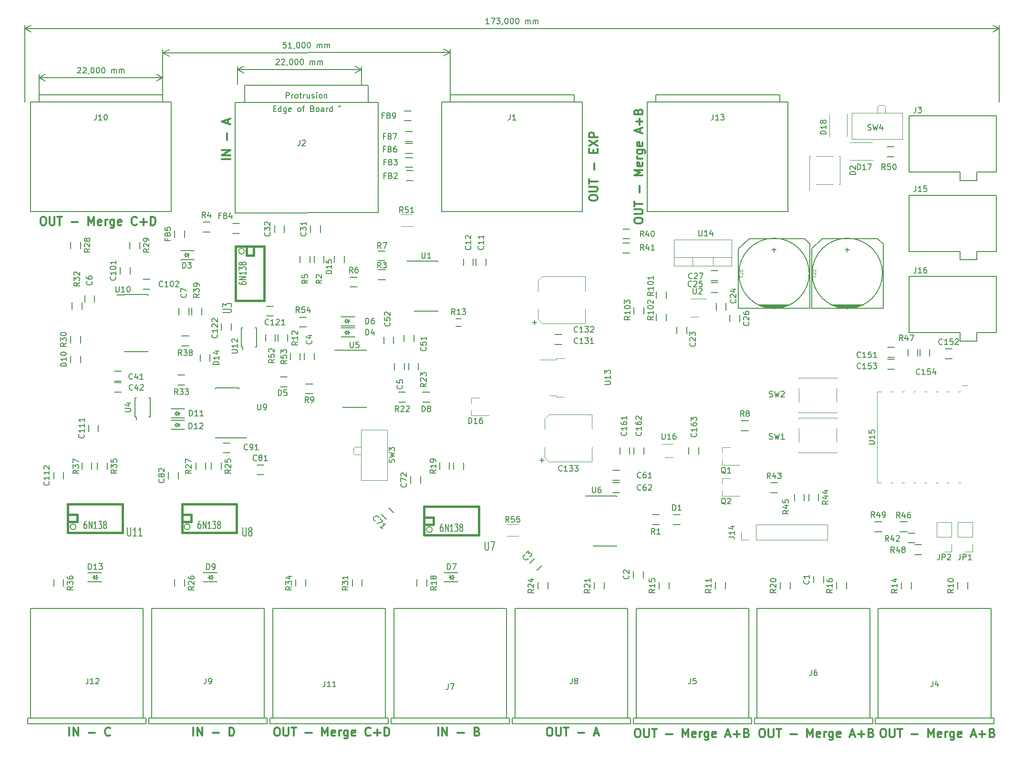
<source format=gbr>
G04 #@! TF.GenerationSoftware,KiCad,Pcbnew,5.1.4+dfsg1-1*
G04 #@! TF.CreationDate,2020-06-06T10:49:10+02:00*
G04 #@! TF.ProjectId,Midi_Merger,4d696469-5f4d-4657-9267-65722e6b6963,rev?*
G04 #@! TF.SameCoordinates,Original*
G04 #@! TF.FileFunction,Legend,Top*
G04 #@! TF.FilePolarity,Positive*
%FSLAX46Y46*%
G04 Gerber Fmt 4.6, Leading zero omitted, Abs format (unit mm)*
G04 Created by KiCad (PCBNEW 5.1.4+dfsg1-1) date 2020-06-06 10:49:10*
%MOMM*%
%LPD*%
G04 APERTURE LIST*
%ADD10C,0.300000*%
%ADD11C,0.150000*%
%ADD12C,0.381000*%
%ADD13C,0.120000*%
%ADD14C,0.127000*%
%ADD15C,0.152400*%
%ADD16C,0.119380*%
G04 APERTURE END LIST*
D10*
X54478571Y-69200000D02*
X52978571Y-69200000D01*
X54478571Y-68485714D02*
X52978571Y-68485714D01*
X54478571Y-67628571D01*
X52978571Y-67628571D01*
X53907142Y-65771428D02*
X53907142Y-64628571D01*
X54050000Y-62842857D02*
X54050000Y-62128571D01*
X54478571Y-62985714D02*
X52978571Y-62485714D01*
X54478571Y-61985714D01*
D11*
X100452380Y-45152380D02*
X99880952Y-45152380D01*
X100166666Y-45152380D02*
X100166666Y-44152380D01*
X100071428Y-44295238D01*
X99976190Y-44390476D01*
X99880952Y-44438095D01*
X100785714Y-44152380D02*
X101452380Y-44152380D01*
X101023809Y-45152380D01*
X101738095Y-44152380D02*
X102357142Y-44152380D01*
X102023809Y-44533333D01*
X102166666Y-44533333D01*
X102261904Y-44580952D01*
X102309523Y-44628571D01*
X102357142Y-44723809D01*
X102357142Y-44961904D01*
X102309523Y-45057142D01*
X102261904Y-45104761D01*
X102166666Y-45152380D01*
X101880952Y-45152380D01*
X101785714Y-45104761D01*
X101738095Y-45057142D01*
X102833333Y-45104761D02*
X102833333Y-45152380D01*
X102785714Y-45247619D01*
X102738095Y-45295238D01*
X103452380Y-44152380D02*
X103547619Y-44152380D01*
X103642857Y-44200000D01*
X103690476Y-44247619D01*
X103738095Y-44342857D01*
X103785714Y-44533333D01*
X103785714Y-44771428D01*
X103738095Y-44961904D01*
X103690476Y-45057142D01*
X103642857Y-45104761D01*
X103547619Y-45152380D01*
X103452380Y-45152380D01*
X103357142Y-45104761D01*
X103309523Y-45057142D01*
X103261904Y-44961904D01*
X103214285Y-44771428D01*
X103214285Y-44533333D01*
X103261904Y-44342857D01*
X103309523Y-44247619D01*
X103357142Y-44200000D01*
X103452380Y-44152380D01*
X104404761Y-44152380D02*
X104500000Y-44152380D01*
X104595238Y-44200000D01*
X104642857Y-44247619D01*
X104690476Y-44342857D01*
X104738095Y-44533333D01*
X104738095Y-44771428D01*
X104690476Y-44961904D01*
X104642857Y-45057142D01*
X104595238Y-45104761D01*
X104500000Y-45152380D01*
X104404761Y-45152380D01*
X104309523Y-45104761D01*
X104261904Y-45057142D01*
X104214285Y-44961904D01*
X104166666Y-44771428D01*
X104166666Y-44533333D01*
X104214285Y-44342857D01*
X104261904Y-44247619D01*
X104309523Y-44200000D01*
X104404761Y-44152380D01*
X105357142Y-44152380D02*
X105452380Y-44152380D01*
X105547619Y-44200000D01*
X105595238Y-44247619D01*
X105642857Y-44342857D01*
X105690476Y-44533333D01*
X105690476Y-44771428D01*
X105642857Y-44961904D01*
X105595238Y-45057142D01*
X105547619Y-45104761D01*
X105452380Y-45152380D01*
X105357142Y-45152380D01*
X105261904Y-45104761D01*
X105214285Y-45057142D01*
X105166666Y-44961904D01*
X105119047Y-44771428D01*
X105119047Y-44533333D01*
X105166666Y-44342857D01*
X105214285Y-44247619D01*
X105261904Y-44200000D01*
X105357142Y-44152380D01*
X106880952Y-45152380D02*
X106880952Y-44485714D01*
X106880952Y-44580952D02*
X106928571Y-44533333D01*
X107023809Y-44485714D01*
X107166666Y-44485714D01*
X107261904Y-44533333D01*
X107309523Y-44628571D01*
X107309523Y-45152380D01*
X107309523Y-44628571D02*
X107357142Y-44533333D01*
X107452380Y-44485714D01*
X107595238Y-44485714D01*
X107690476Y-44533333D01*
X107738095Y-44628571D01*
X107738095Y-45152380D01*
X108214285Y-45152380D02*
X108214285Y-44485714D01*
X108214285Y-44580952D02*
X108261904Y-44533333D01*
X108357142Y-44485714D01*
X108500000Y-44485714D01*
X108595238Y-44533333D01*
X108642857Y-44628571D01*
X108642857Y-45152380D01*
X108642857Y-44628571D02*
X108690476Y-44533333D01*
X108785714Y-44485714D01*
X108928571Y-44485714D01*
X109023809Y-44533333D01*
X109071428Y-44628571D01*
X109071428Y-45152380D01*
X191000000Y-46000000D02*
X18000000Y-46000000D01*
X191000000Y-59000000D02*
X191000000Y-45413579D01*
X18000000Y-59000000D02*
X18000000Y-45413579D01*
X18000000Y-46000000D02*
X19126504Y-45413579D01*
X18000000Y-46000000D02*
X19126504Y-46586421D01*
X191000000Y-46000000D02*
X189873496Y-45413579D01*
X191000000Y-46000000D02*
X189873496Y-46586421D01*
X27357142Y-52997619D02*
X27404761Y-52950000D01*
X27500000Y-52902380D01*
X27738095Y-52902380D01*
X27833333Y-52950000D01*
X27880952Y-52997619D01*
X27928571Y-53092857D01*
X27928571Y-53188095D01*
X27880952Y-53330952D01*
X27309523Y-53902380D01*
X27928571Y-53902380D01*
X28309523Y-52997619D02*
X28357142Y-52950000D01*
X28452380Y-52902380D01*
X28690476Y-52902380D01*
X28785714Y-52950000D01*
X28833333Y-52997619D01*
X28880952Y-53092857D01*
X28880952Y-53188095D01*
X28833333Y-53330952D01*
X28261904Y-53902380D01*
X28880952Y-53902380D01*
X29357142Y-53854761D02*
X29357142Y-53902380D01*
X29309523Y-53997619D01*
X29261904Y-54045238D01*
X29976190Y-52902380D02*
X30071428Y-52902380D01*
X30166666Y-52950000D01*
X30214285Y-52997619D01*
X30261904Y-53092857D01*
X30309523Y-53283333D01*
X30309523Y-53521428D01*
X30261904Y-53711904D01*
X30214285Y-53807142D01*
X30166666Y-53854761D01*
X30071428Y-53902380D01*
X29976190Y-53902380D01*
X29880952Y-53854761D01*
X29833333Y-53807142D01*
X29785714Y-53711904D01*
X29738095Y-53521428D01*
X29738095Y-53283333D01*
X29785714Y-53092857D01*
X29833333Y-52997619D01*
X29880952Y-52950000D01*
X29976190Y-52902380D01*
X30928571Y-52902380D02*
X31023809Y-52902380D01*
X31119047Y-52950000D01*
X31166666Y-52997619D01*
X31214285Y-53092857D01*
X31261904Y-53283333D01*
X31261904Y-53521428D01*
X31214285Y-53711904D01*
X31166666Y-53807142D01*
X31119047Y-53854761D01*
X31023809Y-53902380D01*
X30928571Y-53902380D01*
X30833333Y-53854761D01*
X30785714Y-53807142D01*
X30738095Y-53711904D01*
X30690476Y-53521428D01*
X30690476Y-53283333D01*
X30738095Y-53092857D01*
X30785714Y-52997619D01*
X30833333Y-52950000D01*
X30928571Y-52902380D01*
X31880952Y-52902380D02*
X31976190Y-52902380D01*
X32071428Y-52950000D01*
X32119047Y-52997619D01*
X32166666Y-53092857D01*
X32214285Y-53283333D01*
X32214285Y-53521428D01*
X32166666Y-53711904D01*
X32119047Y-53807142D01*
X32071428Y-53854761D01*
X31976190Y-53902380D01*
X31880952Y-53902380D01*
X31785714Y-53854761D01*
X31738095Y-53807142D01*
X31690476Y-53711904D01*
X31642857Y-53521428D01*
X31642857Y-53283333D01*
X31690476Y-53092857D01*
X31738095Y-52997619D01*
X31785714Y-52950000D01*
X31880952Y-52902380D01*
X33404761Y-53902380D02*
X33404761Y-53235714D01*
X33404761Y-53330952D02*
X33452380Y-53283333D01*
X33547619Y-53235714D01*
X33690476Y-53235714D01*
X33785714Y-53283333D01*
X33833333Y-53378571D01*
X33833333Y-53902380D01*
X33833333Y-53378571D02*
X33880952Y-53283333D01*
X33976190Y-53235714D01*
X34119047Y-53235714D01*
X34214285Y-53283333D01*
X34261904Y-53378571D01*
X34261904Y-53902380D01*
X34738095Y-53902380D02*
X34738095Y-53235714D01*
X34738095Y-53330952D02*
X34785714Y-53283333D01*
X34880952Y-53235714D01*
X35023809Y-53235714D01*
X35119047Y-53283333D01*
X35166666Y-53378571D01*
X35166666Y-53902380D01*
X35166666Y-53378571D02*
X35214285Y-53283333D01*
X35309523Y-53235714D01*
X35452380Y-53235714D01*
X35547619Y-53283333D01*
X35595238Y-53378571D01*
X35595238Y-53902380D01*
X42500000Y-54750000D02*
X20500000Y-54750000D01*
X42500000Y-57800000D02*
X42500000Y-54163579D01*
X20500000Y-57800000D02*
X20500000Y-54163579D01*
X20500000Y-54750000D02*
X21626504Y-54163579D01*
X20500000Y-54750000D02*
X21626504Y-55336421D01*
X42500000Y-54750000D02*
X41373496Y-54163579D01*
X42500000Y-54750000D02*
X41373496Y-55336421D01*
X62607142Y-51497619D02*
X62654761Y-51450000D01*
X62750000Y-51402380D01*
X62988095Y-51402380D01*
X63083333Y-51450000D01*
X63130952Y-51497619D01*
X63178571Y-51592857D01*
X63178571Y-51688095D01*
X63130952Y-51830952D01*
X62559523Y-52402380D01*
X63178571Y-52402380D01*
X63559523Y-51497619D02*
X63607142Y-51450000D01*
X63702380Y-51402380D01*
X63940476Y-51402380D01*
X64035714Y-51450000D01*
X64083333Y-51497619D01*
X64130952Y-51592857D01*
X64130952Y-51688095D01*
X64083333Y-51830952D01*
X63511904Y-52402380D01*
X64130952Y-52402380D01*
X64607142Y-52354761D02*
X64607142Y-52402380D01*
X64559523Y-52497619D01*
X64511904Y-52545238D01*
X65226190Y-51402380D02*
X65321428Y-51402380D01*
X65416666Y-51450000D01*
X65464285Y-51497619D01*
X65511904Y-51592857D01*
X65559523Y-51783333D01*
X65559523Y-52021428D01*
X65511904Y-52211904D01*
X65464285Y-52307142D01*
X65416666Y-52354761D01*
X65321428Y-52402380D01*
X65226190Y-52402380D01*
X65130952Y-52354761D01*
X65083333Y-52307142D01*
X65035714Y-52211904D01*
X64988095Y-52021428D01*
X64988095Y-51783333D01*
X65035714Y-51592857D01*
X65083333Y-51497619D01*
X65130952Y-51450000D01*
X65226190Y-51402380D01*
X66178571Y-51402380D02*
X66273809Y-51402380D01*
X66369047Y-51450000D01*
X66416666Y-51497619D01*
X66464285Y-51592857D01*
X66511904Y-51783333D01*
X66511904Y-52021428D01*
X66464285Y-52211904D01*
X66416666Y-52307142D01*
X66369047Y-52354761D01*
X66273809Y-52402380D01*
X66178571Y-52402380D01*
X66083333Y-52354761D01*
X66035714Y-52307142D01*
X65988095Y-52211904D01*
X65940476Y-52021428D01*
X65940476Y-51783333D01*
X65988095Y-51592857D01*
X66035714Y-51497619D01*
X66083333Y-51450000D01*
X66178571Y-51402380D01*
X67130952Y-51402380D02*
X67226190Y-51402380D01*
X67321428Y-51450000D01*
X67369047Y-51497619D01*
X67416666Y-51592857D01*
X67464285Y-51783333D01*
X67464285Y-52021428D01*
X67416666Y-52211904D01*
X67369047Y-52307142D01*
X67321428Y-52354761D01*
X67226190Y-52402380D01*
X67130952Y-52402380D01*
X67035714Y-52354761D01*
X66988095Y-52307142D01*
X66940476Y-52211904D01*
X66892857Y-52021428D01*
X66892857Y-51783333D01*
X66940476Y-51592857D01*
X66988095Y-51497619D01*
X67035714Y-51450000D01*
X67130952Y-51402380D01*
X68654761Y-52402380D02*
X68654761Y-51735714D01*
X68654761Y-51830952D02*
X68702380Y-51783333D01*
X68797619Y-51735714D01*
X68940476Y-51735714D01*
X69035714Y-51783333D01*
X69083333Y-51878571D01*
X69083333Y-52402380D01*
X69083333Y-51878571D02*
X69130952Y-51783333D01*
X69226190Y-51735714D01*
X69369047Y-51735714D01*
X69464285Y-51783333D01*
X69511904Y-51878571D01*
X69511904Y-52402380D01*
X69988095Y-52402380D02*
X69988095Y-51735714D01*
X69988095Y-51830952D02*
X70035714Y-51783333D01*
X70130952Y-51735714D01*
X70273809Y-51735714D01*
X70369047Y-51783333D01*
X70416666Y-51878571D01*
X70416666Y-52402380D01*
X70416666Y-51878571D02*
X70464285Y-51783333D01*
X70559523Y-51735714D01*
X70702380Y-51735714D01*
X70797619Y-51783333D01*
X70845238Y-51878571D01*
X70845238Y-52402380D01*
X55750000Y-53250000D02*
X77750000Y-53250000D01*
X55750000Y-55890000D02*
X55750000Y-52663579D01*
X77750000Y-55890000D02*
X77750000Y-52663579D01*
X77750000Y-53250000D02*
X76623496Y-53836421D01*
X77750000Y-53250000D02*
X76623496Y-52663579D01*
X55750000Y-53250000D02*
X56876504Y-53836421D01*
X55750000Y-53250000D02*
X56876504Y-52663579D01*
X64370563Y-48430694D02*
X63894372Y-48431161D01*
X63847220Y-48907398D01*
X63894793Y-48859732D01*
X63989984Y-48812019D01*
X64228079Y-48811786D01*
X64323364Y-48859312D01*
X64371030Y-48906884D01*
X64418742Y-49002075D01*
X64418975Y-49240171D01*
X64371450Y-49335455D01*
X64323877Y-49383121D01*
X64228686Y-49430833D01*
X63990591Y-49431067D01*
X63895306Y-49383541D01*
X63847640Y-49335969D01*
X65371543Y-49429713D02*
X64800114Y-49430273D01*
X65085829Y-49429993D02*
X65084848Y-48429994D01*
X64989750Y-48572944D01*
X64894605Y-48668275D01*
X64799414Y-48715988D01*
X65847686Y-49381627D02*
X65847733Y-49429246D01*
X65800207Y-49524531D01*
X65752635Y-49572197D01*
X66465800Y-48428640D02*
X66561038Y-48428546D01*
X66656323Y-48476072D01*
X66703988Y-48523644D01*
X66751701Y-48618836D01*
X66799506Y-48809265D01*
X66799740Y-49047360D01*
X66752308Y-49237883D01*
X66704782Y-49333168D01*
X66657210Y-49380833D01*
X66562018Y-49428546D01*
X66466780Y-49428639D01*
X66371495Y-49381114D01*
X66323830Y-49333541D01*
X66276117Y-49238350D01*
X66228312Y-49047920D01*
X66228078Y-48809825D01*
X66275510Y-48619302D01*
X66323036Y-48524018D01*
X66370608Y-48476352D01*
X66465800Y-48428640D01*
X67418180Y-48427706D02*
X67513418Y-48427613D01*
X67608703Y-48475138D01*
X67656369Y-48522711D01*
X67704081Y-48617902D01*
X67751887Y-48808331D01*
X67752120Y-49046426D01*
X67704688Y-49236949D01*
X67657162Y-49332234D01*
X67609590Y-49379900D01*
X67514399Y-49427612D01*
X67419161Y-49427705D01*
X67323876Y-49380180D01*
X67276210Y-49332607D01*
X67228498Y-49237416D01*
X67180692Y-49046987D01*
X67180459Y-48808892D01*
X67227891Y-48618369D01*
X67275417Y-48523084D01*
X67322989Y-48475418D01*
X67418180Y-48427706D01*
X68370561Y-48426772D02*
X68465799Y-48426679D01*
X68561084Y-48474205D01*
X68608749Y-48521777D01*
X68656462Y-48616968D01*
X68704267Y-48807398D01*
X68704501Y-49045493D01*
X68657069Y-49236016D01*
X68609543Y-49331300D01*
X68561971Y-49378966D01*
X68466779Y-49426678D01*
X68371541Y-49426772D01*
X68276256Y-49379246D01*
X68228591Y-49331674D01*
X68180878Y-49236482D01*
X68133073Y-49046053D01*
X68132839Y-48807958D01*
X68180271Y-48617435D01*
X68227797Y-48522150D01*
X68275369Y-48474485D01*
X68370561Y-48426772D01*
X69895350Y-49425278D02*
X69894696Y-48758611D01*
X69894790Y-48853850D02*
X69942362Y-48806184D01*
X70037553Y-48758471D01*
X70180411Y-48758331D01*
X70275695Y-48805857D01*
X70323408Y-48901048D01*
X70323921Y-49424858D01*
X70323408Y-48901048D02*
X70370933Y-48805764D01*
X70466125Y-48758051D01*
X70608982Y-48757911D01*
X70704267Y-48805437D01*
X70751979Y-48900628D01*
X70752492Y-49424437D01*
X71228683Y-49423971D02*
X71228029Y-48757304D01*
X71228122Y-48852542D02*
X71275695Y-48804877D01*
X71370886Y-48757164D01*
X71513743Y-48757024D01*
X71609028Y-48804550D01*
X71656740Y-48899741D01*
X71657254Y-49423550D01*
X71656740Y-48899741D02*
X71704266Y-48804456D01*
X71799457Y-48756744D01*
X71942314Y-48756604D01*
X72037599Y-48804130D01*
X72085312Y-48899321D01*
X72085825Y-49423130D01*
X42491421Y-50299764D02*
X93491421Y-50249764D01*
X42500000Y-59050000D02*
X42490846Y-49713344D01*
X93500000Y-59000000D02*
X93490846Y-49663344D01*
X93491421Y-50249764D02*
X92365493Y-50837289D01*
X93491421Y-50249764D02*
X92364343Y-49664448D01*
X42491421Y-50299764D02*
X43618499Y-50885080D01*
X42491421Y-50299764D02*
X43617349Y-49712239D01*
D10*
X126650000Y-170428571D02*
X126935714Y-170428571D01*
X127078571Y-170500000D01*
X127221428Y-170642857D01*
X127292857Y-170928571D01*
X127292857Y-171428571D01*
X127221428Y-171714285D01*
X127078571Y-171857142D01*
X126935714Y-171928571D01*
X126650000Y-171928571D01*
X126507142Y-171857142D01*
X126364285Y-171714285D01*
X126292857Y-171428571D01*
X126292857Y-170928571D01*
X126364285Y-170642857D01*
X126507142Y-170500000D01*
X126650000Y-170428571D01*
X127935714Y-170428571D02*
X127935714Y-171642857D01*
X128007142Y-171785714D01*
X128078571Y-171857142D01*
X128221428Y-171928571D01*
X128507142Y-171928571D01*
X128650000Y-171857142D01*
X128721428Y-171785714D01*
X128792857Y-171642857D01*
X128792857Y-170428571D01*
X129292857Y-170428571D02*
X130150000Y-170428571D01*
X129721428Y-171928571D02*
X129721428Y-170428571D01*
X131792857Y-171357142D02*
X132935714Y-171357142D01*
X134792857Y-171928571D02*
X134792857Y-170428571D01*
X135292857Y-171500000D01*
X135792857Y-170428571D01*
X135792857Y-171928571D01*
X137078571Y-171857142D02*
X136935714Y-171928571D01*
X136650000Y-171928571D01*
X136507142Y-171857142D01*
X136435714Y-171714285D01*
X136435714Y-171142857D01*
X136507142Y-171000000D01*
X136650000Y-170928571D01*
X136935714Y-170928571D01*
X137078571Y-171000000D01*
X137150000Y-171142857D01*
X137150000Y-171285714D01*
X136435714Y-171428571D01*
X137792857Y-171928571D02*
X137792857Y-170928571D01*
X137792857Y-171214285D02*
X137864285Y-171071428D01*
X137935714Y-171000000D01*
X138078571Y-170928571D01*
X138221428Y-170928571D01*
X139364285Y-170928571D02*
X139364285Y-172142857D01*
X139292857Y-172285714D01*
X139221428Y-172357142D01*
X139078571Y-172428571D01*
X138864285Y-172428571D01*
X138721428Y-172357142D01*
X139364285Y-171857142D02*
X139221428Y-171928571D01*
X138935714Y-171928571D01*
X138792857Y-171857142D01*
X138721428Y-171785714D01*
X138650000Y-171642857D01*
X138650000Y-171214285D01*
X138721428Y-171071428D01*
X138792857Y-171000000D01*
X138935714Y-170928571D01*
X139221428Y-170928571D01*
X139364285Y-171000000D01*
X140650000Y-171857142D02*
X140507142Y-171928571D01*
X140221428Y-171928571D01*
X140078571Y-171857142D01*
X140007142Y-171714285D01*
X140007142Y-171142857D01*
X140078571Y-171000000D01*
X140221428Y-170928571D01*
X140507142Y-170928571D01*
X140650000Y-171000000D01*
X140721428Y-171142857D01*
X140721428Y-171285714D01*
X140007142Y-171428571D01*
X142435714Y-171500000D02*
X143150000Y-171500000D01*
X142292857Y-171928571D02*
X142792857Y-170428571D01*
X143292857Y-171928571D01*
X143792857Y-171357142D02*
X144935714Y-171357142D01*
X144364285Y-171928571D02*
X144364285Y-170785714D01*
X146150000Y-171142857D02*
X146364285Y-171214285D01*
X146435714Y-171285714D01*
X146507142Y-171428571D01*
X146507142Y-171642857D01*
X146435714Y-171785714D01*
X146364285Y-171857142D01*
X146221428Y-171928571D01*
X145650000Y-171928571D01*
X145650000Y-170428571D01*
X146150000Y-170428571D01*
X146292857Y-170500000D01*
X146364285Y-170571428D01*
X146435714Y-170714285D01*
X146435714Y-170857142D01*
X146364285Y-171000000D01*
X146292857Y-171071428D01*
X146150000Y-171142857D01*
X145650000Y-171142857D01*
X111035714Y-170178571D02*
X111321428Y-170178571D01*
X111464285Y-170250000D01*
X111607142Y-170392857D01*
X111678571Y-170678571D01*
X111678571Y-171178571D01*
X111607142Y-171464285D01*
X111464285Y-171607142D01*
X111321428Y-171678571D01*
X111035714Y-171678571D01*
X110892857Y-171607142D01*
X110750000Y-171464285D01*
X110678571Y-171178571D01*
X110678571Y-170678571D01*
X110750000Y-170392857D01*
X110892857Y-170250000D01*
X111035714Y-170178571D01*
X112321428Y-170178571D02*
X112321428Y-171392857D01*
X112392857Y-171535714D01*
X112464285Y-171607142D01*
X112607142Y-171678571D01*
X112892857Y-171678571D01*
X113035714Y-171607142D01*
X113107142Y-171535714D01*
X113178571Y-171392857D01*
X113178571Y-170178571D01*
X113678571Y-170178571D02*
X114535714Y-170178571D01*
X114107142Y-171678571D02*
X114107142Y-170178571D01*
X116178571Y-171107142D02*
X117321428Y-171107142D01*
X119107142Y-171250000D02*
X119821428Y-171250000D01*
X118964285Y-171678571D02*
X119464285Y-170178571D01*
X119964285Y-171678571D01*
X148750000Y-170428571D02*
X149035714Y-170428571D01*
X149178571Y-170500000D01*
X149321428Y-170642857D01*
X149392857Y-170928571D01*
X149392857Y-171428571D01*
X149321428Y-171714285D01*
X149178571Y-171857142D01*
X149035714Y-171928571D01*
X148750000Y-171928571D01*
X148607142Y-171857142D01*
X148464285Y-171714285D01*
X148392857Y-171428571D01*
X148392857Y-170928571D01*
X148464285Y-170642857D01*
X148607142Y-170500000D01*
X148750000Y-170428571D01*
X150035714Y-170428571D02*
X150035714Y-171642857D01*
X150107142Y-171785714D01*
X150178571Y-171857142D01*
X150321428Y-171928571D01*
X150607142Y-171928571D01*
X150750000Y-171857142D01*
X150821428Y-171785714D01*
X150892857Y-171642857D01*
X150892857Y-170428571D01*
X151392857Y-170428571D02*
X152250000Y-170428571D01*
X151821428Y-171928571D02*
X151821428Y-170428571D01*
X153892857Y-171357142D02*
X155035714Y-171357142D01*
X156892857Y-171928571D02*
X156892857Y-170428571D01*
X157392857Y-171500000D01*
X157892857Y-170428571D01*
X157892857Y-171928571D01*
X159178571Y-171857142D02*
X159035714Y-171928571D01*
X158750000Y-171928571D01*
X158607142Y-171857142D01*
X158535714Y-171714285D01*
X158535714Y-171142857D01*
X158607142Y-171000000D01*
X158750000Y-170928571D01*
X159035714Y-170928571D01*
X159178571Y-171000000D01*
X159250000Y-171142857D01*
X159250000Y-171285714D01*
X158535714Y-171428571D01*
X159892857Y-171928571D02*
X159892857Y-170928571D01*
X159892857Y-171214285D02*
X159964285Y-171071428D01*
X160035714Y-171000000D01*
X160178571Y-170928571D01*
X160321428Y-170928571D01*
X161464285Y-170928571D02*
X161464285Y-172142857D01*
X161392857Y-172285714D01*
X161321428Y-172357142D01*
X161178571Y-172428571D01*
X160964285Y-172428571D01*
X160821428Y-172357142D01*
X161464285Y-171857142D02*
X161321428Y-171928571D01*
X161035714Y-171928571D01*
X160892857Y-171857142D01*
X160821428Y-171785714D01*
X160750000Y-171642857D01*
X160750000Y-171214285D01*
X160821428Y-171071428D01*
X160892857Y-171000000D01*
X161035714Y-170928571D01*
X161321428Y-170928571D01*
X161464285Y-171000000D01*
X162750000Y-171857142D02*
X162607142Y-171928571D01*
X162321428Y-171928571D01*
X162178571Y-171857142D01*
X162107142Y-171714285D01*
X162107142Y-171142857D01*
X162178571Y-171000000D01*
X162321428Y-170928571D01*
X162607142Y-170928571D01*
X162750000Y-171000000D01*
X162821428Y-171142857D01*
X162821428Y-171285714D01*
X162107142Y-171428571D01*
X164535714Y-171500000D02*
X165250000Y-171500000D01*
X164392857Y-171928571D02*
X164892857Y-170428571D01*
X165392857Y-171928571D01*
X165892857Y-171357142D02*
X167035714Y-171357142D01*
X166464285Y-171928571D02*
X166464285Y-170785714D01*
X168250000Y-171142857D02*
X168464285Y-171214285D01*
X168535714Y-171285714D01*
X168607142Y-171428571D01*
X168607142Y-171642857D01*
X168535714Y-171785714D01*
X168464285Y-171857142D01*
X168321428Y-171928571D01*
X167750000Y-171928571D01*
X167750000Y-170428571D01*
X168250000Y-170428571D01*
X168392857Y-170500000D01*
X168464285Y-170571428D01*
X168535714Y-170714285D01*
X168535714Y-170857142D01*
X168464285Y-171000000D01*
X168392857Y-171071428D01*
X168250000Y-171142857D01*
X167750000Y-171142857D01*
X170250000Y-170428571D02*
X170535714Y-170428571D01*
X170678571Y-170500000D01*
X170821428Y-170642857D01*
X170892857Y-170928571D01*
X170892857Y-171428571D01*
X170821428Y-171714285D01*
X170678571Y-171857142D01*
X170535714Y-171928571D01*
X170250000Y-171928571D01*
X170107142Y-171857142D01*
X169964285Y-171714285D01*
X169892857Y-171428571D01*
X169892857Y-170928571D01*
X169964285Y-170642857D01*
X170107142Y-170500000D01*
X170250000Y-170428571D01*
X171535714Y-170428571D02*
X171535714Y-171642857D01*
X171607142Y-171785714D01*
X171678571Y-171857142D01*
X171821428Y-171928571D01*
X172107142Y-171928571D01*
X172250000Y-171857142D01*
X172321428Y-171785714D01*
X172392857Y-171642857D01*
X172392857Y-170428571D01*
X172892857Y-170428571D02*
X173750000Y-170428571D01*
X173321428Y-171928571D02*
X173321428Y-170428571D01*
X175392857Y-171357142D02*
X176535714Y-171357142D01*
X178392857Y-171928571D02*
X178392857Y-170428571D01*
X178892857Y-171500000D01*
X179392857Y-170428571D01*
X179392857Y-171928571D01*
X180678571Y-171857142D02*
X180535714Y-171928571D01*
X180250000Y-171928571D01*
X180107142Y-171857142D01*
X180035714Y-171714285D01*
X180035714Y-171142857D01*
X180107142Y-171000000D01*
X180250000Y-170928571D01*
X180535714Y-170928571D01*
X180678571Y-171000000D01*
X180750000Y-171142857D01*
X180750000Y-171285714D01*
X180035714Y-171428571D01*
X181392857Y-171928571D02*
X181392857Y-170928571D01*
X181392857Y-171214285D02*
X181464285Y-171071428D01*
X181535714Y-171000000D01*
X181678571Y-170928571D01*
X181821428Y-170928571D01*
X182964285Y-170928571D02*
X182964285Y-172142857D01*
X182892857Y-172285714D01*
X182821428Y-172357142D01*
X182678571Y-172428571D01*
X182464285Y-172428571D01*
X182321428Y-172357142D01*
X182964285Y-171857142D02*
X182821428Y-171928571D01*
X182535714Y-171928571D01*
X182392857Y-171857142D01*
X182321428Y-171785714D01*
X182250000Y-171642857D01*
X182250000Y-171214285D01*
X182321428Y-171071428D01*
X182392857Y-171000000D01*
X182535714Y-170928571D01*
X182821428Y-170928571D01*
X182964285Y-171000000D01*
X184250000Y-171857142D02*
X184107142Y-171928571D01*
X183821428Y-171928571D01*
X183678571Y-171857142D01*
X183607142Y-171714285D01*
X183607142Y-171142857D01*
X183678571Y-171000000D01*
X183821428Y-170928571D01*
X184107142Y-170928571D01*
X184250000Y-171000000D01*
X184321428Y-171142857D01*
X184321428Y-171285714D01*
X183607142Y-171428571D01*
X186035714Y-171500000D02*
X186750000Y-171500000D01*
X185892857Y-171928571D02*
X186392857Y-170428571D01*
X186892857Y-171928571D01*
X187392857Y-171357142D02*
X188535714Y-171357142D01*
X187964285Y-171928571D02*
X187964285Y-170785714D01*
X189750000Y-171142857D02*
X189964285Y-171214285D01*
X190035714Y-171285714D01*
X190107142Y-171428571D01*
X190107142Y-171642857D01*
X190035714Y-171785714D01*
X189964285Y-171857142D01*
X189821428Y-171928571D01*
X189250000Y-171928571D01*
X189250000Y-170428571D01*
X189750000Y-170428571D01*
X189892857Y-170500000D01*
X189964285Y-170571428D01*
X190035714Y-170714285D01*
X190035714Y-170857142D01*
X189964285Y-171000000D01*
X189892857Y-171071428D01*
X189750000Y-171142857D01*
X189250000Y-171142857D01*
X126178571Y-80250000D02*
X126178571Y-79964285D01*
X126250000Y-79821428D01*
X126392857Y-79678571D01*
X126678571Y-79607142D01*
X127178571Y-79607142D01*
X127464285Y-79678571D01*
X127607142Y-79821428D01*
X127678571Y-79964285D01*
X127678571Y-80250000D01*
X127607142Y-80392857D01*
X127464285Y-80535714D01*
X127178571Y-80607142D01*
X126678571Y-80607142D01*
X126392857Y-80535714D01*
X126250000Y-80392857D01*
X126178571Y-80250000D01*
X126178571Y-78964285D02*
X127392857Y-78964285D01*
X127535714Y-78892857D01*
X127607142Y-78821428D01*
X127678571Y-78678571D01*
X127678571Y-78392857D01*
X127607142Y-78250000D01*
X127535714Y-78178571D01*
X127392857Y-78107142D01*
X126178571Y-78107142D01*
X126178571Y-77607142D02*
X126178571Y-76750000D01*
X127678571Y-77178571D02*
X126178571Y-77178571D01*
X127107142Y-75107142D02*
X127107142Y-73964285D01*
X127678571Y-72107142D02*
X126178571Y-72107142D01*
X127250000Y-71607142D01*
X126178571Y-71107142D01*
X127678571Y-71107142D01*
X127607142Y-69821428D02*
X127678571Y-69964285D01*
X127678571Y-70250000D01*
X127607142Y-70392857D01*
X127464285Y-70464285D01*
X126892857Y-70464285D01*
X126750000Y-70392857D01*
X126678571Y-70250000D01*
X126678571Y-69964285D01*
X126750000Y-69821428D01*
X126892857Y-69750000D01*
X127035714Y-69750000D01*
X127178571Y-70464285D01*
X127678571Y-69107142D02*
X126678571Y-69107142D01*
X126964285Y-69107142D02*
X126821428Y-69035714D01*
X126750000Y-68964285D01*
X126678571Y-68821428D01*
X126678571Y-68678571D01*
X126678571Y-67535714D02*
X127892857Y-67535714D01*
X128035714Y-67607142D01*
X128107142Y-67678571D01*
X128178571Y-67821428D01*
X128178571Y-68035714D01*
X128107142Y-68178571D01*
X127607142Y-67535714D02*
X127678571Y-67678571D01*
X127678571Y-67964285D01*
X127607142Y-68107142D01*
X127535714Y-68178571D01*
X127392857Y-68250000D01*
X126964285Y-68250000D01*
X126821428Y-68178571D01*
X126750000Y-68107142D01*
X126678571Y-67964285D01*
X126678571Y-67678571D01*
X126750000Y-67535714D01*
X127607142Y-66250000D02*
X127678571Y-66392857D01*
X127678571Y-66678571D01*
X127607142Y-66821428D01*
X127464285Y-66892857D01*
X126892857Y-66892857D01*
X126750000Y-66821428D01*
X126678571Y-66678571D01*
X126678571Y-66392857D01*
X126750000Y-66250000D01*
X126892857Y-66178571D01*
X127035714Y-66178571D01*
X127178571Y-66892857D01*
X127250000Y-64464285D02*
X127250000Y-63750000D01*
X127678571Y-64607142D02*
X126178571Y-64107142D01*
X127678571Y-63607142D01*
X127107142Y-63107142D02*
X127107142Y-61964285D01*
X127678571Y-62535714D02*
X126535714Y-62535714D01*
X126892857Y-60750000D02*
X126964285Y-60535714D01*
X127035714Y-60464285D01*
X127178571Y-60392857D01*
X127392857Y-60392857D01*
X127535714Y-60464285D01*
X127607142Y-60535714D01*
X127678571Y-60678571D01*
X127678571Y-61250000D01*
X126178571Y-61250000D01*
X126178571Y-60750000D01*
X126250000Y-60607142D01*
X126321428Y-60535714D01*
X126464285Y-60464285D01*
X126607142Y-60464285D01*
X126750000Y-60535714D01*
X126821428Y-60607142D01*
X126892857Y-60750000D01*
X126892857Y-61250000D01*
X21142857Y-79428571D02*
X21428571Y-79428571D01*
X21571428Y-79500000D01*
X21714285Y-79642857D01*
X21785714Y-79928571D01*
X21785714Y-80428571D01*
X21714285Y-80714285D01*
X21571428Y-80857142D01*
X21428571Y-80928571D01*
X21142857Y-80928571D01*
X21000000Y-80857142D01*
X20857142Y-80714285D01*
X20785714Y-80428571D01*
X20785714Y-79928571D01*
X20857142Y-79642857D01*
X21000000Y-79500000D01*
X21142857Y-79428571D01*
X22428571Y-79428571D02*
X22428571Y-80642857D01*
X22500000Y-80785714D01*
X22571428Y-80857142D01*
X22714285Y-80928571D01*
X23000000Y-80928571D01*
X23142857Y-80857142D01*
X23214285Y-80785714D01*
X23285714Y-80642857D01*
X23285714Y-79428571D01*
X23785714Y-79428571D02*
X24642857Y-79428571D01*
X24214285Y-80928571D02*
X24214285Y-79428571D01*
X26285714Y-80357142D02*
X27428571Y-80357142D01*
X29285714Y-80928571D02*
X29285714Y-79428571D01*
X29785714Y-80500000D01*
X30285714Y-79428571D01*
X30285714Y-80928571D01*
X31571428Y-80857142D02*
X31428571Y-80928571D01*
X31142857Y-80928571D01*
X31000000Y-80857142D01*
X30928571Y-80714285D01*
X30928571Y-80142857D01*
X31000000Y-80000000D01*
X31142857Y-79928571D01*
X31428571Y-79928571D01*
X31571428Y-80000000D01*
X31642857Y-80142857D01*
X31642857Y-80285714D01*
X30928571Y-80428571D01*
X32285714Y-80928571D02*
X32285714Y-79928571D01*
X32285714Y-80214285D02*
X32357142Y-80071428D01*
X32428571Y-80000000D01*
X32571428Y-79928571D01*
X32714285Y-79928571D01*
X33857142Y-79928571D02*
X33857142Y-81142857D01*
X33785714Y-81285714D01*
X33714285Y-81357142D01*
X33571428Y-81428571D01*
X33357142Y-81428571D01*
X33214285Y-81357142D01*
X33857142Y-80857142D02*
X33714285Y-80928571D01*
X33428571Y-80928571D01*
X33285714Y-80857142D01*
X33214285Y-80785714D01*
X33142857Y-80642857D01*
X33142857Y-80214285D01*
X33214285Y-80071428D01*
X33285714Y-80000000D01*
X33428571Y-79928571D01*
X33714285Y-79928571D01*
X33857142Y-80000000D01*
X35142857Y-80857142D02*
X35000000Y-80928571D01*
X34714285Y-80928571D01*
X34571428Y-80857142D01*
X34500000Y-80714285D01*
X34500000Y-80142857D01*
X34571428Y-80000000D01*
X34714285Y-79928571D01*
X35000000Y-79928571D01*
X35142857Y-80000000D01*
X35214285Y-80142857D01*
X35214285Y-80285714D01*
X34500000Y-80428571D01*
X37857142Y-80785714D02*
X37785714Y-80857142D01*
X37571428Y-80928571D01*
X37428571Y-80928571D01*
X37214285Y-80857142D01*
X37071428Y-80714285D01*
X37000000Y-80571428D01*
X36928571Y-80285714D01*
X36928571Y-80071428D01*
X37000000Y-79785714D01*
X37071428Y-79642857D01*
X37214285Y-79500000D01*
X37428571Y-79428571D01*
X37571428Y-79428571D01*
X37785714Y-79500000D01*
X37857142Y-79571428D01*
X38500000Y-80357142D02*
X39642857Y-80357142D01*
X39071428Y-80928571D02*
X39071428Y-79785714D01*
X40357142Y-80928571D02*
X40357142Y-79428571D01*
X40714285Y-79428571D01*
X40928571Y-79500000D01*
X41071428Y-79642857D01*
X41142857Y-79785714D01*
X41214285Y-80071428D01*
X41214285Y-80285714D01*
X41142857Y-80571428D01*
X41071428Y-80714285D01*
X40928571Y-80857142D01*
X40714285Y-80928571D01*
X40357142Y-80928571D01*
X118178571Y-76214285D02*
X118178571Y-75928571D01*
X118250000Y-75785714D01*
X118392857Y-75642857D01*
X118678571Y-75571428D01*
X119178571Y-75571428D01*
X119464285Y-75642857D01*
X119607142Y-75785714D01*
X119678571Y-75928571D01*
X119678571Y-76214285D01*
X119607142Y-76357142D01*
X119464285Y-76500000D01*
X119178571Y-76571428D01*
X118678571Y-76571428D01*
X118392857Y-76500000D01*
X118250000Y-76357142D01*
X118178571Y-76214285D01*
X118178571Y-74928571D02*
X119392857Y-74928571D01*
X119535714Y-74857142D01*
X119607142Y-74785714D01*
X119678571Y-74642857D01*
X119678571Y-74357142D01*
X119607142Y-74214285D01*
X119535714Y-74142857D01*
X119392857Y-74071428D01*
X118178571Y-74071428D01*
X118178571Y-73571428D02*
X118178571Y-72714285D01*
X119678571Y-73142857D02*
X118178571Y-73142857D01*
X119107142Y-71071428D02*
X119107142Y-69928571D01*
X118892857Y-68071428D02*
X118892857Y-67571428D01*
X119678571Y-67357142D02*
X119678571Y-68071428D01*
X118178571Y-68071428D01*
X118178571Y-67357142D01*
X118178571Y-66857142D02*
X119678571Y-65857142D01*
X118178571Y-65857142D02*
X119678571Y-66857142D01*
X119678571Y-65285714D02*
X118178571Y-65285714D01*
X118178571Y-64714285D01*
X118250000Y-64571428D01*
X118321428Y-64500000D01*
X118464285Y-64428571D01*
X118678571Y-64428571D01*
X118821428Y-64500000D01*
X118892857Y-64571428D01*
X118964285Y-64714285D01*
X118964285Y-65285714D01*
X91392857Y-171678571D02*
X91392857Y-170178571D01*
X92107142Y-171678571D02*
X92107142Y-170178571D01*
X92964285Y-171678571D01*
X92964285Y-170178571D01*
X94821428Y-171107142D02*
X95964285Y-171107142D01*
X98321428Y-170892857D02*
X98535714Y-170964285D01*
X98607142Y-171035714D01*
X98678571Y-171178571D01*
X98678571Y-171392857D01*
X98607142Y-171535714D01*
X98535714Y-171607142D01*
X98392857Y-171678571D01*
X97821428Y-171678571D01*
X97821428Y-170178571D01*
X98321428Y-170178571D01*
X98464285Y-170250000D01*
X98535714Y-170321428D01*
X98607142Y-170464285D01*
X98607142Y-170607142D01*
X98535714Y-170750000D01*
X98464285Y-170821428D01*
X98321428Y-170892857D01*
X97821428Y-170892857D01*
X25892857Y-171678571D02*
X25892857Y-170178571D01*
X26607142Y-171678571D02*
X26607142Y-170178571D01*
X27464285Y-171678571D01*
X27464285Y-170178571D01*
X29321428Y-171107142D02*
X30464285Y-171107142D01*
X33178571Y-171535714D02*
X33107142Y-171607142D01*
X32892857Y-171678571D01*
X32750000Y-171678571D01*
X32535714Y-171607142D01*
X32392857Y-171464285D01*
X32321428Y-171321428D01*
X32250000Y-171035714D01*
X32250000Y-170821428D01*
X32321428Y-170535714D01*
X32392857Y-170392857D01*
X32535714Y-170250000D01*
X32750000Y-170178571D01*
X32892857Y-170178571D01*
X33107142Y-170250000D01*
X33178571Y-170321428D01*
X47892857Y-171678571D02*
X47892857Y-170178571D01*
X48607142Y-171678571D02*
X48607142Y-170178571D01*
X49464285Y-171678571D01*
X49464285Y-170178571D01*
X51321428Y-171107142D02*
X52464285Y-171107142D01*
X54321428Y-171678571D02*
X54321428Y-170178571D01*
X54678571Y-170178571D01*
X54892857Y-170250000D01*
X55035714Y-170392857D01*
X55107142Y-170535714D01*
X55178571Y-170821428D01*
X55178571Y-171035714D01*
X55107142Y-171321428D01*
X55035714Y-171464285D01*
X54892857Y-171607142D01*
X54678571Y-171678571D01*
X54321428Y-171678571D01*
X62642857Y-170178571D02*
X62928571Y-170178571D01*
X63071428Y-170250000D01*
X63214285Y-170392857D01*
X63285714Y-170678571D01*
X63285714Y-171178571D01*
X63214285Y-171464285D01*
X63071428Y-171607142D01*
X62928571Y-171678571D01*
X62642857Y-171678571D01*
X62500000Y-171607142D01*
X62357142Y-171464285D01*
X62285714Y-171178571D01*
X62285714Y-170678571D01*
X62357142Y-170392857D01*
X62500000Y-170250000D01*
X62642857Y-170178571D01*
X63928571Y-170178571D02*
X63928571Y-171392857D01*
X64000000Y-171535714D01*
X64071428Y-171607142D01*
X64214285Y-171678571D01*
X64500000Y-171678571D01*
X64642857Y-171607142D01*
X64714285Y-171535714D01*
X64785714Y-171392857D01*
X64785714Y-170178571D01*
X65285714Y-170178571D02*
X66142857Y-170178571D01*
X65714285Y-171678571D02*
X65714285Y-170178571D01*
X67785714Y-171107142D02*
X68928571Y-171107142D01*
X70785714Y-171678571D02*
X70785714Y-170178571D01*
X71285714Y-171250000D01*
X71785714Y-170178571D01*
X71785714Y-171678571D01*
X73071428Y-171607142D02*
X72928571Y-171678571D01*
X72642857Y-171678571D01*
X72500000Y-171607142D01*
X72428571Y-171464285D01*
X72428571Y-170892857D01*
X72500000Y-170750000D01*
X72642857Y-170678571D01*
X72928571Y-170678571D01*
X73071428Y-170750000D01*
X73142857Y-170892857D01*
X73142857Y-171035714D01*
X72428571Y-171178571D01*
X73785714Y-171678571D02*
X73785714Y-170678571D01*
X73785714Y-170964285D02*
X73857142Y-170821428D01*
X73928571Y-170750000D01*
X74071428Y-170678571D01*
X74214285Y-170678571D01*
X75357142Y-170678571D02*
X75357142Y-171892857D01*
X75285714Y-172035714D01*
X75214285Y-172107142D01*
X75071428Y-172178571D01*
X74857142Y-172178571D01*
X74714285Y-172107142D01*
X75357142Y-171607142D02*
X75214285Y-171678571D01*
X74928571Y-171678571D01*
X74785714Y-171607142D01*
X74714285Y-171535714D01*
X74642857Y-171392857D01*
X74642857Y-170964285D01*
X74714285Y-170821428D01*
X74785714Y-170750000D01*
X74928571Y-170678571D01*
X75214285Y-170678571D01*
X75357142Y-170750000D01*
X76642857Y-171607142D02*
X76500000Y-171678571D01*
X76214285Y-171678571D01*
X76071428Y-171607142D01*
X76000000Y-171464285D01*
X76000000Y-170892857D01*
X76071428Y-170750000D01*
X76214285Y-170678571D01*
X76500000Y-170678571D01*
X76642857Y-170750000D01*
X76714285Y-170892857D01*
X76714285Y-171035714D01*
X76000000Y-171178571D01*
X79357142Y-171535714D02*
X79285714Y-171607142D01*
X79071428Y-171678571D01*
X78928571Y-171678571D01*
X78714285Y-171607142D01*
X78571428Y-171464285D01*
X78500000Y-171321428D01*
X78428571Y-171035714D01*
X78428571Y-170821428D01*
X78500000Y-170535714D01*
X78571428Y-170392857D01*
X78714285Y-170250000D01*
X78928571Y-170178571D01*
X79071428Y-170178571D01*
X79285714Y-170250000D01*
X79357142Y-170321428D01*
X80000000Y-171107142D02*
X81142857Y-171107142D01*
X80571428Y-171678571D02*
X80571428Y-170535714D01*
X81857142Y-171678571D02*
X81857142Y-170178571D01*
X82214285Y-170178571D01*
X82428571Y-170250000D01*
X82571428Y-170392857D01*
X82642857Y-170535714D01*
X82714285Y-170821428D01*
X82714285Y-171035714D01*
X82642857Y-171321428D01*
X82571428Y-171464285D01*
X82428571Y-171607142D01*
X82214285Y-171678571D01*
X81857142Y-171678571D01*
D11*
X66775000Y-97275000D02*
X67975000Y-97275000D01*
X67975000Y-99025000D02*
X66775000Y-99025000D01*
X56675000Y-102555000D02*
X56675000Y-103105000D01*
X59175000Y-102555000D02*
X59175000Y-99205000D01*
X56425000Y-102555000D02*
X56425000Y-99205000D01*
X59175000Y-102555000D02*
X58925000Y-102555000D01*
X59175000Y-99205000D02*
X58925000Y-99205000D01*
X56425000Y-99205000D02*
X56675000Y-99205000D01*
X56425000Y-102555000D02*
X56675000Y-102555000D01*
X113300000Y-102125000D02*
X112100000Y-102125000D01*
X112100000Y-100375000D02*
X113300000Y-100375000D01*
X67625000Y-104850000D02*
X67625000Y-103650000D01*
X69375000Y-103650000D02*
X69375000Y-104850000D01*
X83625000Y-106600000D02*
X83625000Y-105400000D01*
X85375000Y-105400000D02*
X85375000Y-106600000D01*
X28625000Y-94600000D02*
X28625000Y-93400000D01*
X30375000Y-93400000D02*
X30375000Y-94600000D01*
X45375000Y-96850000D02*
X45375000Y-95650000D01*
X47125000Y-95650000D02*
X47125000Y-96850000D01*
X134350000Y-134125000D02*
X133150000Y-134125000D01*
X133150000Y-132375000D02*
X134350000Y-132375000D01*
X46500000Y-86250000D02*
X46250000Y-86250000D01*
X47000000Y-86250000D02*
X47250000Y-86250000D01*
X47000000Y-86250000D02*
X46500000Y-86600000D01*
X46500000Y-86600000D02*
X46500000Y-85900000D01*
X46500000Y-85900000D02*
X47000000Y-86250000D01*
X47000000Y-86600000D02*
X47000000Y-85900000D01*
X48050000Y-85450000D02*
X45650000Y-85450000D01*
X48050000Y-87050000D02*
X45650000Y-87050000D01*
X75000000Y-100000000D02*
X74750000Y-100000000D01*
X75500000Y-100000000D02*
X75750000Y-100000000D01*
X75500000Y-100000000D02*
X75000000Y-100350000D01*
X75000000Y-100350000D02*
X75000000Y-99650000D01*
X75000000Y-99650000D02*
X75500000Y-100000000D01*
X75500000Y-100350000D02*
X75500000Y-99650000D01*
X76550000Y-99200000D02*
X74150000Y-99200000D01*
X76550000Y-100800000D02*
X74150000Y-100800000D01*
X64600000Y-109625000D02*
X63400000Y-109625000D01*
X63400000Y-107875000D02*
X64600000Y-107875000D01*
X75000000Y-98000000D02*
X74750000Y-98000000D01*
X75500000Y-98000000D02*
X75750000Y-98000000D01*
X75500000Y-98000000D02*
X75000000Y-98350000D01*
X75000000Y-98350000D02*
X75000000Y-97650000D01*
X75000000Y-97650000D02*
X75500000Y-98000000D01*
X75500000Y-98350000D02*
X75500000Y-97650000D01*
X76550000Y-97200000D02*
X74150000Y-97200000D01*
X76550000Y-98800000D02*
X74150000Y-98800000D01*
X94000000Y-143500000D02*
X94250000Y-143500000D01*
X93500000Y-143500000D02*
X93250000Y-143500000D01*
X93500000Y-143500000D02*
X94000000Y-143150000D01*
X94000000Y-143150000D02*
X94000000Y-143850000D01*
X94000000Y-143850000D02*
X93500000Y-143500000D01*
X93500000Y-143150000D02*
X93500000Y-143850000D01*
X92450000Y-144300000D02*
X94850000Y-144300000D01*
X92450000Y-142700000D02*
X94850000Y-142700000D01*
X88650000Y-110625000D02*
X89850000Y-110625000D01*
X89850000Y-112375000D02*
X88650000Y-112375000D01*
X51250000Y-143500000D02*
X51500000Y-143500000D01*
X50750000Y-143500000D02*
X50500000Y-143500000D01*
X50750000Y-143500000D02*
X51250000Y-143150000D01*
X51250000Y-143150000D02*
X51250000Y-143850000D01*
X51250000Y-143850000D02*
X50750000Y-143500000D01*
X50750000Y-143150000D02*
X50750000Y-143850000D01*
X49700000Y-144300000D02*
X52100000Y-144300000D01*
X49700000Y-142700000D02*
X52100000Y-142700000D01*
X27875000Y-104150000D02*
X27875000Y-105350000D01*
X26125000Y-105350000D02*
X26125000Y-104150000D01*
X44850000Y-114400000D02*
X44600000Y-114400000D01*
X45350000Y-114400000D02*
X45600000Y-114400000D01*
X45350000Y-114400000D02*
X44850000Y-114750000D01*
X44850000Y-114750000D02*
X44850000Y-114050000D01*
X44850000Y-114050000D02*
X45350000Y-114400000D01*
X45350000Y-114750000D02*
X45350000Y-114050000D01*
X46400000Y-113600000D02*
X44000000Y-113600000D01*
X46400000Y-115200000D02*
X44000000Y-115200000D01*
X44850000Y-116420000D02*
X44600000Y-116420000D01*
X45350000Y-116420000D02*
X45600000Y-116420000D01*
X45350000Y-116420000D02*
X44850000Y-116770000D01*
X44850000Y-116770000D02*
X44850000Y-116070000D01*
X44850000Y-116070000D02*
X45350000Y-116420000D01*
X45350000Y-116770000D02*
X45350000Y-116070000D01*
X46400000Y-115620000D02*
X44000000Y-115620000D01*
X46400000Y-117220000D02*
X44000000Y-117220000D01*
X30750000Y-143500000D02*
X31000000Y-143500000D01*
X30250000Y-143500000D02*
X30000000Y-143500000D01*
X30250000Y-143500000D02*
X30750000Y-143150000D01*
X30750000Y-143150000D02*
X30750000Y-143850000D01*
X30750000Y-143850000D02*
X30250000Y-143500000D01*
X30250000Y-143150000D02*
X30250000Y-143850000D01*
X29200000Y-144300000D02*
X31600000Y-144300000D01*
X29200000Y-142700000D02*
X31600000Y-142700000D01*
X50875000Y-103900000D02*
X50875000Y-105100000D01*
X49125000Y-105100000D02*
X49125000Y-103900000D01*
X169500000Y-168500000D02*
X169500000Y-149000000D01*
X169500000Y-149000000D02*
X189500000Y-149000000D01*
X189500000Y-149000000D02*
X189500000Y-168500000D01*
X169000000Y-168500000D02*
X190000000Y-168500000D01*
X190000000Y-168500000D02*
X190000000Y-169500000D01*
X190000000Y-169500000D02*
X169000000Y-169500000D01*
X169000000Y-169500000D02*
X169000000Y-168500000D01*
X126500000Y-168500000D02*
X126500000Y-149000000D01*
X126500000Y-149000000D02*
X146500000Y-149000000D01*
X146500000Y-149000000D02*
X146500000Y-168500000D01*
X126000000Y-168500000D02*
X147000000Y-168500000D01*
X147000000Y-168500000D02*
X147000000Y-169500000D01*
X147000000Y-169500000D02*
X126000000Y-169500000D01*
X126000000Y-169500000D02*
X126000000Y-168500000D01*
X148000000Y-168500000D02*
X148000000Y-149000000D01*
X148000000Y-149000000D02*
X168000000Y-149000000D01*
X168000000Y-149000000D02*
X168000000Y-168500000D01*
X147500000Y-168500000D02*
X168500000Y-168500000D01*
X168500000Y-168500000D02*
X168500000Y-169500000D01*
X168500000Y-169500000D02*
X147500000Y-169500000D01*
X147500000Y-169500000D02*
X147500000Y-168500000D01*
X83500000Y-168500000D02*
X83500000Y-149000000D01*
X83500000Y-149000000D02*
X103500000Y-149000000D01*
X103500000Y-149000000D02*
X103500000Y-168500000D01*
X83000000Y-168500000D02*
X104000000Y-168500000D01*
X104000000Y-168500000D02*
X104000000Y-169500000D01*
X104000000Y-169500000D02*
X83000000Y-169500000D01*
X83000000Y-169500000D02*
X83000000Y-168500000D01*
X105000000Y-168500000D02*
X105000000Y-149000000D01*
X105000000Y-149000000D02*
X125000000Y-149000000D01*
X125000000Y-149000000D02*
X125000000Y-168500000D01*
X104500000Y-168500000D02*
X125500000Y-168500000D01*
X125500000Y-168500000D02*
X125500000Y-169500000D01*
X125500000Y-169500000D02*
X104500000Y-169500000D01*
X104500000Y-169500000D02*
X104500000Y-168500000D01*
X40500000Y-168500000D02*
X40500000Y-149000000D01*
X40500000Y-149000000D02*
X60500000Y-149000000D01*
X60500000Y-149000000D02*
X60500000Y-168500000D01*
X40000000Y-168500000D02*
X61000000Y-168500000D01*
X61000000Y-168500000D02*
X61000000Y-169500000D01*
X61000000Y-169500000D02*
X40000000Y-169500000D01*
X40000000Y-169500000D02*
X40000000Y-168500000D01*
X62000000Y-168500000D02*
X62000000Y-149000000D01*
X62000000Y-149000000D02*
X82000000Y-149000000D01*
X82000000Y-149000000D02*
X82000000Y-168500000D01*
X61500000Y-168500000D02*
X82500000Y-168500000D01*
X82500000Y-168500000D02*
X82500000Y-169500000D01*
X82500000Y-169500000D02*
X61500000Y-169500000D01*
X61500000Y-169500000D02*
X61500000Y-168500000D01*
X19000000Y-168500000D02*
X19000000Y-149000000D01*
X19000000Y-149000000D02*
X39000000Y-149000000D01*
X39000000Y-149000000D02*
X39000000Y-168500000D01*
X18500000Y-168500000D02*
X39500000Y-168500000D01*
X39500000Y-168500000D02*
X39500000Y-169500000D01*
X39500000Y-169500000D02*
X18500000Y-169500000D01*
X18500000Y-169500000D02*
X18500000Y-168500000D01*
X129400000Y-132375000D02*
X130600000Y-132375000D01*
X130600000Y-134125000D02*
X129400000Y-134125000D01*
X69375000Y-87600000D02*
X69375000Y-86400000D01*
X71125000Y-86400000D02*
X71125000Y-87600000D01*
X81975000Y-90625000D02*
X80775000Y-90625000D01*
X80775000Y-88875000D02*
X81975000Y-88875000D01*
X50850000Y-82125000D02*
X49650000Y-82125000D01*
X49650000Y-80375000D02*
X50850000Y-80375000D01*
X66875000Y-87600000D02*
X66875000Y-86400000D01*
X68625000Y-86400000D02*
X68625000Y-87600000D01*
X80725000Y-85500000D02*
X81925000Y-85500000D01*
X81925000Y-87250000D02*
X80725000Y-87250000D01*
X69100000Y-110875000D02*
X67900000Y-110875000D01*
X67900000Y-109125000D02*
X69100000Y-109125000D01*
X185375000Y-144400000D02*
X185375000Y-145600000D01*
X183625000Y-145600000D02*
X183625000Y-144400000D01*
X142375000Y-144400000D02*
X142375000Y-145600000D01*
X140625000Y-145600000D02*
X140625000Y-144400000D01*
X65125000Y-104850000D02*
X65125000Y-103650000D01*
X66875000Y-103650000D02*
X66875000Y-104850000D01*
X175375000Y-144400000D02*
X175375000Y-145600000D01*
X173625000Y-145600000D02*
X173625000Y-144400000D01*
X132375000Y-144400000D02*
X132375000Y-145600000D01*
X130625000Y-145600000D02*
X130625000Y-144400000D01*
X163875000Y-144400000D02*
X163875000Y-145600000D01*
X162125000Y-145600000D02*
X162125000Y-144400000D01*
X94125000Y-124350000D02*
X94125000Y-123150000D01*
X95875000Y-123150000D02*
X95875000Y-124350000D01*
X87625000Y-145100000D02*
X87625000Y-143900000D01*
X89375000Y-143900000D02*
X89375000Y-145100000D01*
X91625000Y-124350000D02*
X91625000Y-123150000D01*
X93375000Y-123150000D02*
X93375000Y-124350000D01*
X153875000Y-144400000D02*
X153875000Y-145600000D01*
X152125000Y-145600000D02*
X152125000Y-144400000D01*
X120875000Y-144400000D02*
X120875000Y-145600000D01*
X119125000Y-145600000D02*
X119125000Y-144400000D01*
X84400000Y-110625000D02*
X85600000Y-110625000D01*
X85600000Y-112375000D02*
X84400000Y-112375000D01*
X86125000Y-106600000D02*
X86125000Y-105400000D01*
X87875000Y-105400000D02*
X87875000Y-106600000D01*
X110875000Y-144400000D02*
X110875000Y-145600000D01*
X109125000Y-145600000D02*
X109125000Y-144400000D01*
X51125000Y-124350000D02*
X51125000Y-123150000D01*
X52875000Y-123150000D02*
X52875000Y-124350000D01*
X44625000Y-145100000D02*
X44625000Y-143900000D01*
X46375000Y-143900000D02*
X46375000Y-145100000D01*
X48375000Y-124350000D02*
X48375000Y-123150000D01*
X50125000Y-123150000D02*
X50125000Y-124350000D01*
X26125000Y-85100000D02*
X26125000Y-83900000D01*
X27875000Y-83900000D02*
X27875000Y-85100000D01*
X36625000Y-85100000D02*
X36625000Y-83900000D01*
X38375000Y-83900000D02*
X38375000Y-85100000D01*
X27875000Y-100650000D02*
X27875000Y-101850000D01*
X26125000Y-101850000D02*
X26125000Y-100650000D01*
X77875000Y-143900000D02*
X77875000Y-145100000D01*
X76125000Y-145100000D02*
X76125000Y-143900000D01*
X26375000Y-95850000D02*
X26375000Y-94650000D01*
X28125000Y-94650000D02*
X28125000Y-95850000D01*
X45190000Y-107585000D02*
X46390000Y-107585000D01*
X46390000Y-109335000D02*
X45190000Y-109335000D01*
X67875000Y-143900000D02*
X67875000Y-145100000D01*
X66125000Y-145100000D02*
X66125000Y-143900000D01*
X30875000Y-124350000D02*
X30875000Y-123150000D01*
X32625000Y-123150000D02*
X32625000Y-124350000D01*
X23125000Y-145100000D02*
X23125000Y-143900000D01*
X24875000Y-143900000D02*
X24875000Y-145100000D01*
X28125000Y-124350000D02*
X28125000Y-123150000D01*
X29875000Y-123150000D02*
X29875000Y-124350000D01*
X45890000Y-100645000D02*
X47090000Y-100645000D01*
X47090000Y-102395000D02*
X45890000Y-102395000D01*
X47625000Y-96850000D02*
X47625000Y-95650000D01*
X49375000Y-95650000D02*
X49375000Y-96850000D01*
X87175000Y-87300000D02*
X87175000Y-87325000D01*
X91325000Y-87300000D02*
X91325000Y-87415000D01*
X91325000Y-96200000D02*
X91325000Y-96085000D01*
X87175000Y-96200000D02*
X87175000Y-96085000D01*
X87175000Y-87300000D02*
X91325000Y-87300000D01*
X87175000Y-96200000D02*
X91325000Y-96200000D01*
X87175000Y-87325000D02*
X85800000Y-87325000D01*
X74435000Y-103165000D02*
X74435000Y-103190000D01*
X78585000Y-103165000D02*
X78585000Y-103270000D01*
X78585000Y-113315000D02*
X78585000Y-113210000D01*
X74435000Y-113315000D02*
X74435000Y-113210000D01*
X74435000Y-103165000D02*
X78585000Y-103165000D01*
X74435000Y-113315000D02*
X78585000Y-113315000D01*
X74435000Y-103190000D02*
X73060000Y-103190000D01*
X118925000Y-129050000D02*
X118925000Y-129075000D01*
X123075000Y-129050000D02*
X123075000Y-129165000D01*
X123075000Y-137950000D02*
X123075000Y-137835000D01*
X118925000Y-137950000D02*
X118925000Y-137835000D01*
X118925000Y-129050000D02*
X123075000Y-129050000D01*
X118925000Y-137950000D02*
X123075000Y-137950000D01*
X118925000Y-129075000D02*
X117550000Y-129075000D01*
X55975000Y-118750000D02*
X55975000Y-118725000D01*
X51825000Y-118750000D02*
X51825000Y-118635000D01*
X51825000Y-109850000D02*
X51825000Y-109965000D01*
X55975000Y-109850000D02*
X55975000Y-109965000D01*
X55975000Y-118750000D02*
X51825000Y-118750000D01*
X55975000Y-109850000D02*
X51825000Y-109850000D01*
X55975000Y-118725000D02*
X57350000Y-118725000D01*
X35675000Y-93275000D02*
X35675000Y-93300000D01*
X39825000Y-93275000D02*
X39825000Y-93380000D01*
X39825000Y-103425000D02*
X39825000Y-103320000D01*
X35675000Y-103425000D02*
X35675000Y-103320000D01*
X35675000Y-93275000D02*
X39825000Y-93275000D01*
X35675000Y-103425000D02*
X39825000Y-103425000D01*
X35675000Y-93300000D02*
X34300000Y-93300000D01*
X124150000Y-81625000D02*
X125350000Y-81625000D01*
X125350000Y-83375000D02*
X124150000Y-83375000D01*
X124150000Y-84125000D02*
X125350000Y-84125000D01*
X125350000Y-85875000D02*
X124150000Y-85875000D01*
X56999634Y-85563000D02*
G75*
G03X56999634Y-85563000I-523634J0D01*
G01*
D12*
X60540000Y-84650000D02*
X60540000Y-94350000D01*
X60540000Y-94350000D02*
X55460000Y-94350000D01*
X55460000Y-94350000D02*
X55460000Y-84650000D01*
X55460000Y-84650000D02*
X60540000Y-84650000D01*
X58635000Y-84650000D02*
X58635000Y-86325000D01*
X58635000Y-86325000D02*
X57365000Y-86325000D01*
X57365000Y-86325000D02*
X57365000Y-84650000D01*
D11*
X27086634Y-134524000D02*
G75*
G03X27086634Y-134524000I-523634J0D01*
G01*
D12*
X25650000Y-130460000D02*
X35350000Y-130460000D01*
X35350000Y-130460000D02*
X35350000Y-135540000D01*
X35350000Y-135540000D02*
X25650000Y-135540000D01*
X25650000Y-135540000D02*
X25650000Y-130460000D01*
X25650000Y-132365000D02*
X27325000Y-132365000D01*
X27325000Y-132365000D02*
X27325000Y-133635000D01*
X27325000Y-133635000D02*
X25650000Y-133635000D01*
D11*
X33900000Y-108875000D02*
X35100000Y-108875000D01*
X35100000Y-110625000D02*
X33900000Y-110625000D01*
X33900000Y-106875000D02*
X35100000Y-106875000D01*
X35100000Y-108625000D02*
X33900000Y-108625000D01*
X152000000Y-57800000D02*
X152000000Y-59050000D01*
X130000000Y-57800000D02*
X130000000Y-59050000D01*
X128500000Y-78550000D02*
X153500000Y-78550000D01*
X153500000Y-59050000D02*
X153500000Y-78550000D01*
X152000000Y-57800000D02*
X130000000Y-57800000D01*
X128500000Y-78550000D02*
X128500000Y-59050000D01*
X128500000Y-59050000D02*
X153500000Y-59050000D01*
X115500000Y-57800000D02*
X115500000Y-59050000D01*
X93500000Y-57800000D02*
X93500000Y-59050000D01*
X92000000Y-78550000D02*
X117000000Y-78550000D01*
X117000000Y-59050000D02*
X117000000Y-78550000D01*
X115500000Y-57800000D02*
X93500000Y-57800000D01*
X92000000Y-78550000D02*
X92000000Y-59050000D01*
X92000000Y-59050000D02*
X117000000Y-59050000D01*
X42500000Y-57800000D02*
X42500000Y-59050000D01*
X20500000Y-57800000D02*
X20500000Y-59050000D01*
X19000000Y-78550000D02*
X44000000Y-78550000D01*
X44000000Y-59050000D02*
X44000000Y-78550000D01*
X42500000Y-57800000D02*
X20500000Y-57800000D01*
X19000000Y-78550000D02*
X19000000Y-59050000D01*
X19000000Y-59050000D02*
X44000000Y-59050000D01*
X90336634Y-135024000D02*
G75*
G03X90336634Y-135024000I-523634J0D01*
G01*
D12*
X88900000Y-130960000D02*
X98600000Y-130960000D01*
X98600000Y-130960000D02*
X98600000Y-136040000D01*
X98600000Y-136040000D02*
X88900000Y-136040000D01*
X88900000Y-136040000D02*
X88900000Y-130960000D01*
X88900000Y-132865000D02*
X90575000Y-132865000D01*
X90575000Y-132865000D02*
X90575000Y-134135000D01*
X90575000Y-134135000D02*
X88900000Y-134135000D01*
D11*
X47336634Y-134524000D02*
G75*
G03X47336634Y-134524000I-523634J0D01*
G01*
D12*
X45900000Y-130460000D02*
X55600000Y-130460000D01*
X55600000Y-130460000D02*
X55600000Y-135540000D01*
X55600000Y-135540000D02*
X45900000Y-135540000D01*
X45900000Y-135540000D02*
X45900000Y-130460000D01*
X45900000Y-132365000D02*
X47575000Y-132365000D01*
X47575000Y-132365000D02*
X47575000Y-133635000D01*
X47575000Y-133635000D02*
X45900000Y-133635000D01*
D11*
X74700000Y-86375000D02*
X74700000Y-87575000D01*
X72950000Y-87575000D02*
X72950000Y-86375000D01*
X76975000Y-91925000D02*
X75775000Y-91925000D01*
X75775000Y-90175000D02*
X76975000Y-90175000D01*
X95500000Y-98925000D02*
X94500000Y-98925000D01*
X94500000Y-97575000D02*
X95500000Y-97575000D01*
D13*
X162071080Y-115158200D02*
X162071080Y-115358200D01*
X162071080Y-121358200D02*
X162071080Y-121158200D01*
X155371080Y-121358200D02*
X155371080Y-121158200D01*
X155371080Y-115158200D02*
X155371080Y-115358200D01*
X155371080Y-117058200D02*
X155371080Y-119458200D01*
X162071080Y-117058200D02*
X162071080Y-119458200D01*
X162071080Y-115158200D02*
X155371080Y-115158200D01*
X155371080Y-121358200D02*
X162071080Y-121358200D01*
X162071080Y-108048740D02*
X155371080Y-108048740D01*
X155371080Y-114248740D02*
X162071080Y-114248740D01*
X155371080Y-112348740D02*
X155371080Y-109948740D01*
X162071080Y-112348740D02*
X162071080Y-109948740D01*
X162071080Y-114248740D02*
X162071080Y-114048740D01*
X162071080Y-108048740D02*
X162071080Y-108248740D01*
X155371080Y-108048740D02*
X155371080Y-108248740D01*
X155371080Y-114248740D02*
X155371080Y-114048740D01*
X112280000Y-111180000D02*
X111180000Y-111180000D01*
X112280000Y-111450000D02*
X112280000Y-111180000D01*
X113780000Y-111450000D02*
X112280000Y-111450000D01*
X112280000Y-104820000D02*
X109450000Y-104820000D01*
X112280000Y-104550000D02*
X112280000Y-104820000D01*
X113780000Y-104550000D02*
X112280000Y-104550000D01*
X137600000Y-97260000D02*
X136200000Y-97260000D01*
X139000000Y-94040000D02*
X136200000Y-94040000D01*
X183700000Y-126720000D02*
X184100000Y-126720000D01*
X183700000Y-110480000D02*
X184100000Y-110480000D01*
X181700000Y-126720000D02*
X182100000Y-126720000D01*
X181700000Y-110480000D02*
X182100000Y-110480000D01*
X179700000Y-126720000D02*
X180100000Y-126720000D01*
X179700000Y-110480000D02*
X180100000Y-110480000D01*
X177700000Y-126720000D02*
X178100000Y-126720000D01*
X177700000Y-110480000D02*
X178100000Y-110480000D01*
X175700000Y-126720000D02*
X176100000Y-126720000D01*
X175700000Y-110480000D02*
X176100000Y-110480000D01*
X173700000Y-126720000D02*
X174100000Y-126720000D01*
X173700000Y-110480000D02*
X174100000Y-110480000D01*
X171700000Y-126720000D02*
X172100000Y-126720000D01*
X171700000Y-110480000D02*
X172100000Y-110480000D01*
X185400000Y-109450000D02*
X184400000Y-109450000D01*
X169280000Y-110480000D02*
X170100000Y-110480000D01*
X169280000Y-126720000D02*
X169280000Y-110480000D01*
X170100000Y-126720000D02*
X169280000Y-126720000D01*
D11*
X127875000Y-120400000D02*
X127875000Y-121600000D01*
X126125000Y-121600000D02*
X126125000Y-120400000D01*
X135875000Y-121600000D02*
X135875000Y-120400000D01*
X137625000Y-120400000D02*
X137625000Y-121600000D01*
X123625000Y-121600000D02*
X123625000Y-120400000D01*
X125375000Y-120400000D02*
X125375000Y-121600000D01*
X146400000Y-117425000D02*
X145200000Y-117425000D01*
X145200000Y-115675000D02*
X146400000Y-115675000D01*
X174800000Y-135625000D02*
X176000000Y-135625000D01*
X176000000Y-137375000D02*
X174800000Y-137375000D01*
X150400000Y-126725000D02*
X151600000Y-126725000D01*
X151600000Y-128475000D02*
X150400000Y-128475000D01*
X173400000Y-133625000D02*
X174600000Y-133625000D01*
X174600000Y-135375000D02*
X173400000Y-135375000D01*
X174759940Y-104182080D02*
X174759940Y-102982080D01*
X176509940Y-102982080D02*
X176509940Y-104182080D01*
X131875000Y-92750000D02*
X131875000Y-93950000D01*
X130125000Y-93950000D02*
X130125000Y-92750000D01*
X130125000Y-97900000D02*
X130125000Y-96700000D01*
X131875000Y-96700000D02*
X131875000Y-97900000D01*
X127875000Y-95500000D02*
X127875000Y-96700000D01*
X126125000Y-96700000D02*
X126125000Y-95500000D01*
X144700000Y-89500000D02*
X144700000Y-95700000D01*
X144700000Y-95700000D02*
X153400000Y-95700000D01*
X153400000Y-95700000D02*
X157400000Y-95700000D01*
X157400000Y-95700000D02*
X157400000Y-84300000D01*
X157400000Y-84300000D02*
X156400000Y-83300000D01*
X156400000Y-83300000D02*
X146600000Y-83300000D01*
X146600000Y-83300000D02*
X144700000Y-85100000D01*
X144700000Y-85100000D02*
X144700000Y-89500000D01*
X153800000Y-95100000D02*
X148200000Y-95100000D01*
X148500000Y-95200000D02*
X153500000Y-95200000D01*
X153300000Y-95300000D02*
X148700000Y-95300000D01*
X149000000Y-95400000D02*
X153000000Y-95400000D01*
X149500000Y-95500000D02*
X149300000Y-95500000D01*
X152300000Y-95600000D02*
X149700000Y-95600000D01*
X149500000Y-95500000D02*
X152600000Y-95500000D01*
X151900000Y-95600000D02*
X152000000Y-95600000D01*
X150100000Y-95600000D02*
X150000000Y-95600000D01*
X150200000Y-95600000D02*
X151900000Y-95600000D01*
X151800000Y-95700000D02*
X150600000Y-95700000D01*
X151400000Y-95700000D02*
X150400000Y-95700000D01*
X150400000Y-95700000D02*
X150200000Y-95700000D01*
D14*
X157250000Y-89500000D02*
G75*
G03X157250000Y-89500000I-6250000J0D01*
G01*
X151000000Y-84928000D02*
X151000000Y-85690000D01*
X150619000Y-85309000D02*
X151381000Y-85309000D01*
X163619000Y-85309000D02*
X164381000Y-85309000D01*
X164000000Y-84928000D02*
X164000000Y-85690000D01*
X170250000Y-89500000D02*
G75*
G03X170250000Y-89500000I-6250000J0D01*
G01*
D11*
X163400000Y-95700000D02*
X163200000Y-95700000D01*
X164400000Y-95700000D02*
X163400000Y-95700000D01*
X164800000Y-95700000D02*
X163600000Y-95700000D01*
X163200000Y-95600000D02*
X164900000Y-95600000D01*
X163100000Y-95600000D02*
X163000000Y-95600000D01*
X164900000Y-95600000D02*
X165000000Y-95600000D01*
X162500000Y-95500000D02*
X165600000Y-95500000D01*
X165300000Y-95600000D02*
X162700000Y-95600000D01*
X162500000Y-95500000D02*
X162300000Y-95500000D01*
X162000000Y-95400000D02*
X166000000Y-95400000D01*
X166300000Y-95300000D02*
X161700000Y-95300000D01*
X161500000Y-95200000D02*
X166500000Y-95200000D01*
X166800000Y-95100000D02*
X161200000Y-95100000D01*
X157700000Y-85100000D02*
X157700000Y-89500000D01*
X159600000Y-83300000D02*
X157700000Y-85100000D01*
X169400000Y-83300000D02*
X159600000Y-83300000D01*
X170400000Y-84300000D02*
X169400000Y-83300000D01*
X170400000Y-95700000D02*
X170400000Y-84300000D01*
X166400000Y-95700000D02*
X170400000Y-95700000D01*
X157700000Y-95700000D02*
X166400000Y-95700000D01*
X157700000Y-89500000D02*
X157700000Y-95700000D01*
X53200000Y-119625000D02*
X54400000Y-119625000D01*
X54400000Y-121375000D02*
X53200000Y-121375000D01*
X172356360Y-104403740D02*
X171156360Y-104403740D01*
X171156360Y-102653740D02*
X172356360Y-102653740D01*
X182600000Y-104675000D02*
X181400000Y-104675000D01*
X181400000Y-102925000D02*
X182600000Y-102925000D01*
X158925000Y-128700000D02*
X158925000Y-129900000D01*
X157175000Y-129900000D02*
X157175000Y-128700000D01*
X156375000Y-128700000D02*
X156375000Y-129900000D01*
X154625000Y-129900000D02*
X154625000Y-128700000D01*
D13*
X131630000Y-122160000D02*
X133030000Y-122160000D01*
X133030000Y-119840000D02*
X131130000Y-119840000D01*
X186230000Y-138930000D02*
X184900000Y-138930000D01*
X186230000Y-137600000D02*
X186230000Y-138930000D01*
X186230000Y-136330000D02*
X183570000Y-136330000D01*
X183570000Y-136330000D02*
X183570000Y-133730000D01*
X186230000Y-136330000D02*
X186230000Y-133730000D01*
X186230000Y-133730000D02*
X183570000Y-133730000D01*
D11*
X175000000Y-61500000D02*
X190500000Y-61500000D01*
X190500000Y-61500000D02*
X190500000Y-71500000D01*
X190500000Y-71500000D02*
X187000000Y-71500000D01*
X187000000Y-71500000D02*
X187000000Y-73000000D01*
X187000000Y-73000000D02*
X184000000Y-73000000D01*
X184000000Y-73000000D02*
X184000000Y-71500000D01*
X184000000Y-71500000D02*
X175000000Y-71500000D01*
X175000000Y-71500000D02*
X175000000Y-61500000D01*
X175000000Y-85600000D02*
X175000000Y-75600000D01*
X184000000Y-85600000D02*
X175000000Y-85600000D01*
X184000000Y-87100000D02*
X184000000Y-85600000D01*
X187000000Y-87100000D02*
X184000000Y-87100000D01*
X187000000Y-85600000D02*
X187000000Y-87100000D01*
X190500000Y-85600000D02*
X187000000Y-85600000D01*
X190500000Y-75600000D02*
X190500000Y-85600000D01*
X175000000Y-75600000D02*
X190500000Y-75600000D01*
X175000000Y-90000000D02*
X190500000Y-90000000D01*
X190500000Y-90000000D02*
X190500000Y-100000000D01*
X190500000Y-100000000D02*
X187000000Y-100000000D01*
X187000000Y-100000000D02*
X187000000Y-101500000D01*
X187000000Y-101500000D02*
X184000000Y-101500000D01*
X184000000Y-101500000D02*
X184000000Y-100000000D01*
X184000000Y-100000000D02*
X175000000Y-100000000D01*
X175000000Y-100000000D02*
X175000000Y-90000000D01*
D13*
X182530000Y-138930000D02*
X181200000Y-138930000D01*
X182530000Y-137600000D02*
X182530000Y-138930000D01*
X182530000Y-136330000D02*
X179870000Y-136330000D01*
X179870000Y-136330000D02*
X179870000Y-133730000D01*
X182530000Y-136330000D02*
X182530000Y-133730000D01*
X182530000Y-133730000D02*
X179870000Y-133730000D01*
X141740000Y-120420000D02*
X143200000Y-120420000D01*
X141740000Y-123580000D02*
X144900000Y-123580000D01*
X141740000Y-123580000D02*
X141740000Y-122650000D01*
X141740000Y-120420000D02*
X141740000Y-121350000D01*
X141740000Y-125920000D02*
X143200000Y-125920000D01*
X141740000Y-129080000D02*
X144900000Y-129080000D01*
X141740000Y-129080000D02*
X141740000Y-128150000D01*
X141740000Y-125920000D02*
X141740000Y-126850000D01*
D11*
X177200000Y-139475000D02*
X176000000Y-139475000D01*
X176000000Y-137725000D02*
X177200000Y-137725000D01*
D13*
X97240000Y-111620000D02*
X98700000Y-111620000D01*
X97240000Y-114780000D02*
X100400000Y-114780000D01*
X97240000Y-114780000D02*
X97240000Y-113850000D01*
X97240000Y-111620000D02*
X97240000Y-112550000D01*
D11*
X36675000Y-88400000D02*
X36675000Y-89600000D01*
X34925000Y-89600000D02*
X34925000Y-88400000D01*
X40200000Y-92275000D02*
X39000000Y-92275000D01*
X39000000Y-90525000D02*
X40200000Y-90525000D01*
D13*
X109820000Y-90060000D02*
X117440000Y-90060000D01*
X109060000Y-90820000D02*
X109820000Y-90060000D01*
X109820000Y-98440000D02*
X109060000Y-97680000D01*
X117440000Y-98440000D02*
X109820000Y-98440000D01*
X109060000Y-97680000D02*
X109060000Y-95760000D01*
X109060000Y-90820000D02*
X109060000Y-92740000D01*
X117440000Y-90060000D02*
X117440000Y-92740000D01*
X117440000Y-98440000D02*
X117440000Y-95760000D01*
X111070000Y-114560000D02*
X118690000Y-114560000D01*
X110310000Y-115320000D02*
X111070000Y-114560000D01*
X111070000Y-122940000D02*
X110310000Y-122180000D01*
X118690000Y-122940000D02*
X111070000Y-122940000D01*
X118690000Y-114560000D02*
X118690000Y-117190000D01*
X118690000Y-122940000D02*
X118690000Y-120310000D01*
X110310000Y-122180000D02*
X110310000Y-120310000D01*
X110310000Y-115320000D02*
X110310000Y-117190000D01*
D11*
X70475000Y-81000000D02*
X70475000Y-82200000D01*
X68725000Y-82200000D02*
X68725000Y-81000000D01*
X62325000Y-82200000D02*
X62325000Y-81000000D01*
X64075000Y-81000000D02*
X64075000Y-82200000D01*
X87075000Y-100450000D02*
X87075000Y-101650000D01*
X85325000Y-101650000D02*
X85325000Y-100450000D01*
X81725000Y-102000000D02*
X81725000Y-100800000D01*
X83475000Y-100800000D02*
X83475000Y-102000000D01*
X82594454Y-131157017D02*
X83442983Y-132005546D01*
X82205546Y-133242983D02*
X81357017Y-132394454D01*
X86525000Y-126800000D02*
X86525000Y-125600000D01*
X88275000Y-125600000D02*
X88275000Y-126800000D01*
X60400000Y-125275000D02*
X59200000Y-125275000D01*
X59200000Y-123525000D02*
X60400000Y-123525000D01*
X43525000Y-126000000D02*
X43525000Y-124800000D01*
X45275000Y-124800000D02*
X45275000Y-126000000D01*
X31075000Y-116400000D02*
X31075000Y-117600000D01*
X29325000Y-117600000D02*
X29325000Y-116400000D01*
X23125000Y-126000000D02*
X23125000Y-124800000D01*
X24875000Y-124800000D02*
X24875000Y-126000000D01*
X60950000Y-95325000D02*
X62150000Y-95325000D01*
X62150000Y-97075000D02*
X60950000Y-97075000D01*
X52875000Y-99600000D02*
X52875000Y-98400000D01*
X54625000Y-98400000D02*
X54625000Y-99600000D01*
X171186840Y-104789880D02*
X172386840Y-104789880D01*
X172386840Y-106539880D02*
X171186840Y-106539880D01*
X178628300Y-102982080D02*
X178628300Y-104182080D01*
X176878300Y-104182080D02*
X176878300Y-102982080D01*
D13*
X145170000Y-136830000D02*
X145170000Y-135500000D01*
X146500000Y-136830000D02*
X145170000Y-136830000D01*
X147770000Y-136830000D02*
X147770000Y-134170000D01*
X147770000Y-134170000D02*
X160530000Y-134170000D01*
X147770000Y-136830000D02*
X160530000Y-136830000D01*
X160530000Y-136830000D02*
X160530000Y-134170000D01*
D11*
X170108460Y-135391740D02*
X168908460Y-135391740D01*
X168908460Y-133641740D02*
X170108460Y-133641740D01*
X98125000Y-88100000D02*
X98125000Y-86900000D01*
X99875000Y-86900000D02*
X99875000Y-88100000D01*
X97625000Y-86900000D02*
X97625000Y-88100000D01*
X95875000Y-88100000D02*
X95875000Y-86900000D01*
D13*
X77650000Y-126250000D02*
X82350000Y-126250000D01*
X82350000Y-117250000D02*
X77650000Y-117250000D01*
X77650000Y-117250000D02*
X77650000Y-126250000D01*
X76560000Y-121650000D02*
X77650000Y-121650000D01*
X76350000Y-120550000D02*
X76350000Y-121450000D01*
X77650000Y-120350000D02*
X76560000Y-120350000D01*
X76560000Y-121650000D02*
X76350000Y-121450000D01*
X76560000Y-120350000D02*
X76350000Y-120550000D01*
X82350000Y-117250000D02*
X82350000Y-126250000D01*
D11*
X133725000Y-100200000D02*
X133725000Y-99000000D01*
X135475000Y-99000000D02*
X135475000Y-100200000D01*
X140725000Y-96000000D02*
X140725000Y-94800000D01*
X142475000Y-94800000D02*
X142475000Y-96000000D01*
X141000000Y-92875000D02*
X139800000Y-92875000D01*
X139800000Y-91125000D02*
X141000000Y-91125000D01*
X123600000Y-126275000D02*
X122400000Y-126275000D01*
X122400000Y-124525000D02*
X123600000Y-124525000D01*
X122400000Y-126725000D02*
X123600000Y-126725000D01*
X123600000Y-128475000D02*
X122400000Y-128475000D01*
X37525000Y-114975000D02*
X37775000Y-114975000D01*
X37525000Y-111625000D02*
X37775000Y-111625000D01*
X40275000Y-111625000D02*
X40025000Y-111625000D01*
X40275000Y-114975000D02*
X40025000Y-114975000D01*
X37525000Y-114975000D02*
X37525000Y-111625000D01*
X40275000Y-114975000D02*
X40275000Y-111625000D01*
X37775000Y-114975000D02*
X37775000Y-115525000D01*
X143125000Y-98100000D02*
X143125000Y-96900000D01*
X144875000Y-96900000D02*
X144875000Y-98100000D01*
D13*
X157500000Y-68700000D02*
X157300000Y-68700000D01*
X157300000Y-68700000D02*
X157300000Y-74700000D01*
X162500000Y-68700000D02*
X162700000Y-68700000D01*
X162700000Y-68700000D02*
X162700000Y-73700000D01*
X162700000Y-73700000D02*
X162500000Y-73700000D01*
X158500000Y-68700000D02*
X161500000Y-68700000D01*
X161500000Y-73700000D02*
X158500000Y-73700000D01*
D11*
X141000000Y-90775000D02*
X139800000Y-90775000D01*
X139800000Y-89025000D02*
X141000000Y-89025000D01*
D13*
X136509000Y-88120000D02*
X136509000Y-86610000D01*
X140210000Y-88120000D02*
X140210000Y-86610000D01*
X143480000Y-86610000D02*
X133240000Y-86610000D01*
X133240000Y-88120000D02*
X133240000Y-83479000D01*
X143480000Y-88120000D02*
X143480000Y-83479000D01*
X143480000Y-83479000D02*
X133240000Y-83479000D01*
X143480000Y-88120000D02*
X133240000Y-88120000D01*
D11*
X171100000Y-67025000D02*
X172300000Y-67025000D01*
X172300000Y-68775000D02*
X171100000Y-68775000D01*
D13*
X164800000Y-60950000D02*
X164800000Y-65650000D01*
X173800000Y-65650000D02*
X173800000Y-60950000D01*
X173800000Y-60950000D02*
X164800000Y-60950000D01*
X169400000Y-59860000D02*
X169400000Y-60950000D01*
X170500000Y-59650000D02*
X169600000Y-59650000D01*
X170700000Y-60950000D02*
X170700000Y-59860000D01*
X169400000Y-59860000D02*
X169600000Y-59650000D01*
X170700000Y-59860000D02*
X170500000Y-59650000D01*
X173800000Y-65650000D02*
X164800000Y-65650000D01*
X168500000Y-69400000D02*
X164500000Y-69400000D01*
X168450000Y-66200000D02*
X164450000Y-66200000D01*
X164000000Y-65150000D02*
X164000000Y-61150000D01*
X160800000Y-65200000D02*
X160800000Y-61200000D01*
D11*
X86900000Y-72975000D02*
X85700000Y-72975000D01*
X85700000Y-71225000D02*
X86900000Y-71225000D01*
X85600000Y-68925000D02*
X86800000Y-68925000D01*
X86800000Y-70675000D02*
X85600000Y-70675000D01*
X54900000Y-80625000D02*
X56100000Y-80625000D01*
X56100000Y-82375000D02*
X54900000Y-82375000D01*
X46375000Y-81900000D02*
X46375000Y-83100000D01*
X44625000Y-83100000D02*
X44625000Y-81900000D01*
X86800000Y-68175000D02*
X85600000Y-68175000D01*
X85600000Y-66425000D02*
X86800000Y-66425000D01*
X85600000Y-64325000D02*
X86800000Y-64325000D01*
X86800000Y-66075000D02*
X85600000Y-66075000D01*
X85400000Y-60625000D02*
X86600000Y-60625000D01*
X86600000Y-62375000D02*
X85400000Y-62375000D01*
X55300000Y-59090000D02*
X80700000Y-59090000D01*
X57000000Y-56090000D02*
X57000000Y-59090000D01*
X55300000Y-59090000D02*
X55300000Y-78700000D01*
X79000000Y-56090000D02*
X57000000Y-56090000D01*
X80700000Y-59090000D02*
X80700000Y-78700000D01*
X79000000Y-56090000D02*
X79000000Y-59090000D01*
X80700000Y-78700000D02*
X55300000Y-78750000D01*
D13*
X84800000Y-79030000D02*
X86800000Y-79030000D01*
X86800000Y-81170000D02*
X84800000Y-81170000D01*
D11*
X62475000Y-100350000D02*
X62475000Y-101550000D01*
X60725000Y-101550000D02*
X60725000Y-100350000D01*
X62925000Y-101550000D02*
X62925000Y-100350000D01*
X64675000Y-100350000D02*
X64675000Y-101550000D01*
D13*
X103600000Y-134030000D02*
X105600000Y-134030000D01*
X105600000Y-136170000D02*
X103600000Y-136170000D01*
D11*
X159775000Y-143300000D02*
X159775000Y-144500000D01*
X158025000Y-144500000D02*
X158025000Y-143300000D01*
X126025000Y-143600000D02*
X126025000Y-142400000D01*
X127775000Y-142400000D02*
X127775000Y-143600000D01*
X109742983Y-141394454D02*
X108894454Y-142242983D01*
X107657017Y-141005546D02*
X108505546Y-140157017D01*
X66757142Y-96452380D02*
X66423809Y-95976190D01*
X66185714Y-96452380D02*
X66185714Y-95452380D01*
X66566666Y-95452380D01*
X66661904Y-95500000D01*
X66709523Y-95547619D01*
X66757142Y-95642857D01*
X66757142Y-95785714D01*
X66709523Y-95880952D01*
X66661904Y-95928571D01*
X66566666Y-95976190D01*
X66185714Y-95976190D01*
X67661904Y-95452380D02*
X67185714Y-95452380D01*
X67138095Y-95928571D01*
X67185714Y-95880952D01*
X67280952Y-95833333D01*
X67519047Y-95833333D01*
X67614285Y-95880952D01*
X67661904Y-95928571D01*
X67709523Y-96023809D01*
X67709523Y-96261904D01*
X67661904Y-96357142D01*
X67614285Y-96404761D01*
X67519047Y-96452380D01*
X67280952Y-96452380D01*
X67185714Y-96404761D01*
X67138095Y-96357142D01*
X68566666Y-95785714D02*
X68566666Y-96452380D01*
X68328571Y-95404761D02*
X68090476Y-96119047D01*
X68709523Y-96119047D01*
X54752380Y-103638095D02*
X55561904Y-103638095D01*
X55657142Y-103590476D01*
X55704761Y-103542857D01*
X55752380Y-103447619D01*
X55752380Y-103257142D01*
X55704761Y-103161904D01*
X55657142Y-103114285D01*
X55561904Y-103066666D01*
X54752380Y-103066666D01*
X55752380Y-102066666D02*
X55752380Y-102638095D01*
X55752380Y-102352380D02*
X54752380Y-102352380D01*
X54895238Y-102447619D01*
X54990476Y-102542857D01*
X55038095Y-102638095D01*
X54847619Y-101685714D02*
X54800000Y-101638095D01*
X54752380Y-101542857D01*
X54752380Y-101304761D01*
X54800000Y-101209523D01*
X54847619Y-101161904D01*
X54942857Y-101114285D01*
X55038095Y-101114285D01*
X55180952Y-101161904D01*
X55752380Y-101733333D01*
X55752380Y-101114285D01*
X116130952Y-101857142D02*
X116083333Y-101904761D01*
X115940476Y-101952380D01*
X115845238Y-101952380D01*
X115702380Y-101904761D01*
X115607142Y-101809523D01*
X115559523Y-101714285D01*
X115511904Y-101523809D01*
X115511904Y-101380952D01*
X115559523Y-101190476D01*
X115607142Y-101095238D01*
X115702380Y-101000000D01*
X115845238Y-100952380D01*
X115940476Y-100952380D01*
X116083333Y-101000000D01*
X116130952Y-101047619D01*
X117083333Y-101952380D02*
X116511904Y-101952380D01*
X116797619Y-101952380D02*
X116797619Y-100952380D01*
X116702380Y-101095238D01*
X116607142Y-101190476D01*
X116511904Y-101238095D01*
X117416666Y-100952380D02*
X118035714Y-100952380D01*
X117702380Y-101333333D01*
X117845238Y-101333333D01*
X117940476Y-101380952D01*
X117988095Y-101428571D01*
X118035714Y-101523809D01*
X118035714Y-101761904D01*
X117988095Y-101857142D01*
X117940476Y-101904761D01*
X117845238Y-101952380D01*
X117559523Y-101952380D01*
X117464285Y-101904761D01*
X117416666Y-101857142D01*
X118988095Y-101952380D02*
X118416666Y-101952380D01*
X118702380Y-101952380D02*
X118702380Y-100952380D01*
X118607142Y-101095238D01*
X118511904Y-101190476D01*
X118416666Y-101238095D01*
X68857142Y-101416666D02*
X68904761Y-101464285D01*
X68952380Y-101607142D01*
X68952380Y-101702380D01*
X68904761Y-101845238D01*
X68809523Y-101940476D01*
X68714285Y-101988095D01*
X68523809Y-102035714D01*
X68380952Y-102035714D01*
X68190476Y-101988095D01*
X68095238Y-101940476D01*
X68000000Y-101845238D01*
X67952380Y-101702380D01*
X67952380Y-101607142D01*
X68000000Y-101464285D01*
X68047619Y-101416666D01*
X68285714Y-100559523D02*
X68952380Y-100559523D01*
X67904761Y-100797619D02*
X68619047Y-101035714D01*
X68619047Y-100416666D01*
X84957142Y-109366666D02*
X85004761Y-109414285D01*
X85052380Y-109557142D01*
X85052380Y-109652380D01*
X85004761Y-109795238D01*
X84909523Y-109890476D01*
X84814285Y-109938095D01*
X84623809Y-109985714D01*
X84480952Y-109985714D01*
X84290476Y-109938095D01*
X84195238Y-109890476D01*
X84100000Y-109795238D01*
X84052380Y-109652380D01*
X84052380Y-109557142D01*
X84100000Y-109414285D01*
X84147619Y-109366666D01*
X84052380Y-108461904D02*
X84052380Y-108938095D01*
X84528571Y-108985714D01*
X84480952Y-108938095D01*
X84433333Y-108842857D01*
X84433333Y-108604761D01*
X84480952Y-108509523D01*
X84528571Y-108461904D01*
X84623809Y-108414285D01*
X84861904Y-108414285D01*
X84957142Y-108461904D01*
X85004761Y-108509523D01*
X85052380Y-108604761D01*
X85052380Y-108842857D01*
X85004761Y-108938095D01*
X84957142Y-108985714D01*
X29857142Y-90916666D02*
X29904761Y-90964285D01*
X29952380Y-91107142D01*
X29952380Y-91202380D01*
X29904761Y-91345238D01*
X29809523Y-91440476D01*
X29714285Y-91488095D01*
X29523809Y-91535714D01*
X29380952Y-91535714D01*
X29190476Y-91488095D01*
X29095238Y-91440476D01*
X29000000Y-91345238D01*
X28952380Y-91202380D01*
X28952380Y-91107142D01*
X29000000Y-90964285D01*
X29047619Y-90916666D01*
X28952380Y-90059523D02*
X28952380Y-90250000D01*
X29000000Y-90345238D01*
X29047619Y-90392857D01*
X29190476Y-90488095D01*
X29380952Y-90535714D01*
X29761904Y-90535714D01*
X29857142Y-90488095D01*
X29904761Y-90440476D01*
X29952380Y-90345238D01*
X29952380Y-90154761D01*
X29904761Y-90059523D01*
X29857142Y-90011904D01*
X29761904Y-89964285D01*
X29523809Y-89964285D01*
X29428571Y-90011904D01*
X29380952Y-90059523D01*
X29333333Y-90154761D01*
X29333333Y-90345238D01*
X29380952Y-90440476D01*
X29428571Y-90488095D01*
X29523809Y-90535714D01*
X46607142Y-93166666D02*
X46654761Y-93214285D01*
X46702380Y-93357142D01*
X46702380Y-93452380D01*
X46654761Y-93595238D01*
X46559523Y-93690476D01*
X46464285Y-93738095D01*
X46273809Y-93785714D01*
X46130952Y-93785714D01*
X45940476Y-93738095D01*
X45845238Y-93690476D01*
X45750000Y-93595238D01*
X45702380Y-93452380D01*
X45702380Y-93357142D01*
X45750000Y-93214285D01*
X45797619Y-93166666D01*
X45702380Y-92833333D02*
X45702380Y-92166666D01*
X46702380Y-92595238D01*
X133011904Y-131602380D02*
X133011904Y-130602380D01*
X133250000Y-130602380D01*
X133392857Y-130650000D01*
X133488095Y-130745238D01*
X133535714Y-130840476D01*
X133583333Y-131030952D01*
X133583333Y-131173809D01*
X133535714Y-131364285D01*
X133488095Y-131459523D01*
X133392857Y-131554761D01*
X133250000Y-131602380D01*
X133011904Y-131602380D01*
X134535714Y-131602380D02*
X133964285Y-131602380D01*
X134250000Y-131602380D02*
X134250000Y-130602380D01*
X134154761Y-130745238D01*
X134059523Y-130840476D01*
X133964285Y-130888095D01*
X46011904Y-88552380D02*
X46011904Y-87552380D01*
X46250000Y-87552380D01*
X46392857Y-87600000D01*
X46488095Y-87695238D01*
X46535714Y-87790476D01*
X46583333Y-87980952D01*
X46583333Y-88123809D01*
X46535714Y-88314285D01*
X46488095Y-88409523D01*
X46392857Y-88504761D01*
X46250000Y-88552380D01*
X46011904Y-88552380D01*
X46916666Y-87552380D02*
X47535714Y-87552380D01*
X47202380Y-87933333D01*
X47345238Y-87933333D01*
X47440476Y-87980952D01*
X47488095Y-88028571D01*
X47535714Y-88123809D01*
X47535714Y-88361904D01*
X47488095Y-88457142D01*
X47440476Y-88504761D01*
X47345238Y-88552380D01*
X47059523Y-88552380D01*
X46964285Y-88504761D01*
X46916666Y-88457142D01*
X78511904Y-100452380D02*
X78511904Y-99452380D01*
X78750000Y-99452380D01*
X78892857Y-99500000D01*
X78988095Y-99595238D01*
X79035714Y-99690476D01*
X79083333Y-99880952D01*
X79083333Y-100023809D01*
X79035714Y-100214285D01*
X78988095Y-100309523D01*
X78892857Y-100404761D01*
X78750000Y-100452380D01*
X78511904Y-100452380D01*
X79940476Y-99785714D02*
X79940476Y-100452380D01*
X79702380Y-99404761D02*
X79464285Y-100119047D01*
X80083333Y-100119047D01*
X63011904Y-111202380D02*
X63011904Y-110202380D01*
X63250000Y-110202380D01*
X63392857Y-110250000D01*
X63488095Y-110345238D01*
X63535714Y-110440476D01*
X63583333Y-110630952D01*
X63583333Y-110773809D01*
X63535714Y-110964285D01*
X63488095Y-111059523D01*
X63392857Y-111154761D01*
X63250000Y-111202380D01*
X63011904Y-111202380D01*
X64488095Y-110202380D02*
X64011904Y-110202380D01*
X63964285Y-110678571D01*
X64011904Y-110630952D01*
X64107142Y-110583333D01*
X64345238Y-110583333D01*
X64440476Y-110630952D01*
X64488095Y-110678571D01*
X64535714Y-110773809D01*
X64535714Y-111011904D01*
X64488095Y-111107142D01*
X64440476Y-111154761D01*
X64345238Y-111202380D01*
X64107142Y-111202380D01*
X64011904Y-111154761D01*
X63964285Y-111107142D01*
X78511904Y-98452380D02*
X78511904Y-97452380D01*
X78750000Y-97452380D01*
X78892857Y-97500000D01*
X78988095Y-97595238D01*
X79035714Y-97690476D01*
X79083333Y-97880952D01*
X79083333Y-98023809D01*
X79035714Y-98214285D01*
X78988095Y-98309523D01*
X78892857Y-98404761D01*
X78750000Y-98452380D01*
X78511904Y-98452380D01*
X79940476Y-97452380D02*
X79750000Y-97452380D01*
X79654761Y-97500000D01*
X79607142Y-97547619D01*
X79511904Y-97690476D01*
X79464285Y-97880952D01*
X79464285Y-98261904D01*
X79511904Y-98357142D01*
X79559523Y-98404761D01*
X79654761Y-98452380D01*
X79845238Y-98452380D01*
X79940476Y-98404761D01*
X79988095Y-98357142D01*
X80035714Y-98261904D01*
X80035714Y-98023809D01*
X79988095Y-97928571D01*
X79940476Y-97880952D01*
X79845238Y-97833333D01*
X79654761Y-97833333D01*
X79559523Y-97880952D01*
X79511904Y-97928571D01*
X79464285Y-98023809D01*
X93011904Y-142102380D02*
X93011904Y-141102380D01*
X93250000Y-141102380D01*
X93392857Y-141150000D01*
X93488095Y-141245238D01*
X93535714Y-141340476D01*
X93583333Y-141530952D01*
X93583333Y-141673809D01*
X93535714Y-141864285D01*
X93488095Y-141959523D01*
X93392857Y-142054761D01*
X93250000Y-142102380D01*
X93011904Y-142102380D01*
X93916666Y-141102380D02*
X94583333Y-141102380D01*
X94154761Y-142102380D01*
X88511904Y-114052380D02*
X88511904Y-113052380D01*
X88750000Y-113052380D01*
X88892857Y-113100000D01*
X88988095Y-113195238D01*
X89035714Y-113290476D01*
X89083333Y-113480952D01*
X89083333Y-113623809D01*
X89035714Y-113814285D01*
X88988095Y-113909523D01*
X88892857Y-114004761D01*
X88750000Y-114052380D01*
X88511904Y-114052380D01*
X89654761Y-113480952D02*
X89559523Y-113433333D01*
X89511904Y-113385714D01*
X89464285Y-113290476D01*
X89464285Y-113242857D01*
X89511904Y-113147619D01*
X89559523Y-113100000D01*
X89654761Y-113052380D01*
X89845238Y-113052380D01*
X89940476Y-113100000D01*
X89988095Y-113147619D01*
X90035714Y-113242857D01*
X90035714Y-113290476D01*
X89988095Y-113385714D01*
X89940476Y-113433333D01*
X89845238Y-113480952D01*
X89654761Y-113480952D01*
X89559523Y-113528571D01*
X89511904Y-113576190D01*
X89464285Y-113671428D01*
X89464285Y-113861904D01*
X89511904Y-113957142D01*
X89559523Y-114004761D01*
X89654761Y-114052380D01*
X89845238Y-114052380D01*
X89940476Y-114004761D01*
X89988095Y-113957142D01*
X90035714Y-113861904D01*
X90035714Y-113671428D01*
X89988095Y-113576190D01*
X89940476Y-113528571D01*
X89845238Y-113480952D01*
X50261904Y-142102380D02*
X50261904Y-141102380D01*
X50500000Y-141102380D01*
X50642857Y-141150000D01*
X50738095Y-141245238D01*
X50785714Y-141340476D01*
X50833333Y-141530952D01*
X50833333Y-141673809D01*
X50785714Y-141864285D01*
X50738095Y-141959523D01*
X50642857Y-142054761D01*
X50500000Y-142102380D01*
X50261904Y-142102380D01*
X51309523Y-142102380D02*
X51500000Y-142102380D01*
X51595238Y-142054761D01*
X51642857Y-142007142D01*
X51738095Y-141864285D01*
X51785714Y-141673809D01*
X51785714Y-141292857D01*
X51738095Y-141197619D01*
X51690476Y-141150000D01*
X51595238Y-141102380D01*
X51404761Y-141102380D01*
X51309523Y-141150000D01*
X51261904Y-141197619D01*
X51214285Y-141292857D01*
X51214285Y-141530952D01*
X51261904Y-141626190D01*
X51309523Y-141673809D01*
X51404761Y-141721428D01*
X51595238Y-141721428D01*
X51690476Y-141673809D01*
X51738095Y-141626190D01*
X51785714Y-141530952D01*
X25352380Y-105964285D02*
X24352380Y-105964285D01*
X24352380Y-105726190D01*
X24400000Y-105583333D01*
X24495238Y-105488095D01*
X24590476Y-105440476D01*
X24780952Y-105392857D01*
X24923809Y-105392857D01*
X25114285Y-105440476D01*
X25209523Y-105488095D01*
X25304761Y-105583333D01*
X25352380Y-105726190D01*
X25352380Y-105964285D01*
X25352380Y-104440476D02*
X25352380Y-105011904D01*
X25352380Y-104726190D02*
X24352380Y-104726190D01*
X24495238Y-104821428D01*
X24590476Y-104916666D01*
X24638095Y-105011904D01*
X24352380Y-103821428D02*
X24352380Y-103726190D01*
X24400000Y-103630952D01*
X24447619Y-103583333D01*
X24542857Y-103535714D01*
X24733333Y-103488095D01*
X24971428Y-103488095D01*
X25161904Y-103535714D01*
X25257142Y-103583333D01*
X25304761Y-103630952D01*
X25352380Y-103726190D01*
X25352380Y-103821428D01*
X25304761Y-103916666D01*
X25257142Y-103964285D01*
X25161904Y-104011904D01*
X24971428Y-104059523D01*
X24733333Y-104059523D01*
X24542857Y-104011904D01*
X24447619Y-103964285D01*
X24400000Y-103916666D01*
X24352380Y-103821428D01*
X47205714Y-114792380D02*
X47205714Y-113792380D01*
X47443809Y-113792380D01*
X47586666Y-113840000D01*
X47681904Y-113935238D01*
X47729523Y-114030476D01*
X47777142Y-114220952D01*
X47777142Y-114363809D01*
X47729523Y-114554285D01*
X47681904Y-114649523D01*
X47586666Y-114744761D01*
X47443809Y-114792380D01*
X47205714Y-114792380D01*
X48729523Y-114792380D02*
X48158095Y-114792380D01*
X48443809Y-114792380D02*
X48443809Y-113792380D01*
X48348571Y-113935238D01*
X48253333Y-114030476D01*
X48158095Y-114078095D01*
X49681904Y-114792380D02*
X49110476Y-114792380D01*
X49396190Y-114792380D02*
X49396190Y-113792380D01*
X49300952Y-113935238D01*
X49205714Y-114030476D01*
X49110476Y-114078095D01*
X47125714Y-117082380D02*
X47125714Y-116082380D01*
X47363809Y-116082380D01*
X47506666Y-116130000D01*
X47601904Y-116225238D01*
X47649523Y-116320476D01*
X47697142Y-116510952D01*
X47697142Y-116653809D01*
X47649523Y-116844285D01*
X47601904Y-116939523D01*
X47506666Y-117034761D01*
X47363809Y-117082380D01*
X47125714Y-117082380D01*
X48649523Y-117082380D02*
X48078095Y-117082380D01*
X48363809Y-117082380D02*
X48363809Y-116082380D01*
X48268571Y-116225238D01*
X48173333Y-116320476D01*
X48078095Y-116368095D01*
X49030476Y-116177619D02*
X49078095Y-116130000D01*
X49173333Y-116082380D01*
X49411428Y-116082380D01*
X49506666Y-116130000D01*
X49554285Y-116177619D01*
X49601904Y-116272857D01*
X49601904Y-116368095D01*
X49554285Y-116510952D01*
X48982857Y-117082380D01*
X49601904Y-117082380D01*
X29285714Y-142102380D02*
X29285714Y-141102380D01*
X29523809Y-141102380D01*
X29666666Y-141150000D01*
X29761904Y-141245238D01*
X29809523Y-141340476D01*
X29857142Y-141530952D01*
X29857142Y-141673809D01*
X29809523Y-141864285D01*
X29761904Y-141959523D01*
X29666666Y-142054761D01*
X29523809Y-142102380D01*
X29285714Y-142102380D01*
X30809523Y-142102380D02*
X30238095Y-142102380D01*
X30523809Y-142102380D02*
X30523809Y-141102380D01*
X30428571Y-141245238D01*
X30333333Y-141340476D01*
X30238095Y-141388095D01*
X31142857Y-141102380D02*
X31761904Y-141102380D01*
X31428571Y-141483333D01*
X31571428Y-141483333D01*
X31666666Y-141530952D01*
X31714285Y-141578571D01*
X31761904Y-141673809D01*
X31761904Y-141911904D01*
X31714285Y-142007142D01*
X31666666Y-142054761D01*
X31571428Y-142102380D01*
X31285714Y-142102380D01*
X31190476Y-142054761D01*
X31142857Y-142007142D01*
X52452380Y-105714285D02*
X51452380Y-105714285D01*
X51452380Y-105476190D01*
X51500000Y-105333333D01*
X51595238Y-105238095D01*
X51690476Y-105190476D01*
X51880952Y-105142857D01*
X52023809Y-105142857D01*
X52214285Y-105190476D01*
X52309523Y-105238095D01*
X52404761Y-105333333D01*
X52452380Y-105476190D01*
X52452380Y-105714285D01*
X52452380Y-104190476D02*
X52452380Y-104761904D01*
X52452380Y-104476190D02*
X51452380Y-104476190D01*
X51595238Y-104571428D01*
X51690476Y-104666666D01*
X51738095Y-104761904D01*
X51785714Y-103333333D02*
X52452380Y-103333333D01*
X51404761Y-103571428D02*
X52119047Y-103809523D01*
X52119047Y-103190476D01*
X179166666Y-161952380D02*
X179166666Y-162666666D01*
X179119047Y-162809523D01*
X179023809Y-162904761D01*
X178880952Y-162952380D01*
X178785714Y-162952380D01*
X180071428Y-162285714D02*
X180071428Y-162952380D01*
X179833333Y-161904761D02*
X179595238Y-162619047D01*
X180214285Y-162619047D01*
X136166666Y-161452380D02*
X136166666Y-162166666D01*
X136119047Y-162309523D01*
X136023809Y-162404761D01*
X135880952Y-162452380D01*
X135785714Y-162452380D01*
X137119047Y-161452380D02*
X136642857Y-161452380D01*
X136595238Y-161928571D01*
X136642857Y-161880952D01*
X136738095Y-161833333D01*
X136976190Y-161833333D01*
X137071428Y-161880952D01*
X137119047Y-161928571D01*
X137166666Y-162023809D01*
X137166666Y-162261904D01*
X137119047Y-162357142D01*
X137071428Y-162404761D01*
X136976190Y-162452380D01*
X136738095Y-162452380D01*
X136642857Y-162404761D01*
X136595238Y-162357142D01*
X157666666Y-159952380D02*
X157666666Y-160666666D01*
X157619047Y-160809523D01*
X157523809Y-160904761D01*
X157380952Y-160952380D01*
X157285714Y-160952380D01*
X158571428Y-159952380D02*
X158380952Y-159952380D01*
X158285714Y-160000000D01*
X158238095Y-160047619D01*
X158142857Y-160190476D01*
X158095238Y-160380952D01*
X158095238Y-160761904D01*
X158142857Y-160857142D01*
X158190476Y-160904761D01*
X158285714Y-160952380D01*
X158476190Y-160952380D01*
X158571428Y-160904761D01*
X158619047Y-160857142D01*
X158666666Y-160761904D01*
X158666666Y-160523809D01*
X158619047Y-160428571D01*
X158571428Y-160380952D01*
X158476190Y-160333333D01*
X158285714Y-160333333D01*
X158190476Y-160380952D01*
X158142857Y-160428571D01*
X158095238Y-160523809D01*
X93166666Y-162452380D02*
X93166666Y-163166666D01*
X93119047Y-163309523D01*
X93023809Y-163404761D01*
X92880952Y-163452380D01*
X92785714Y-163452380D01*
X93547619Y-162452380D02*
X94214285Y-162452380D01*
X93785714Y-163452380D01*
X115166666Y-161452380D02*
X115166666Y-162166666D01*
X115119047Y-162309523D01*
X115023809Y-162404761D01*
X114880952Y-162452380D01*
X114785714Y-162452380D01*
X115785714Y-161880952D02*
X115690476Y-161833333D01*
X115642857Y-161785714D01*
X115595238Y-161690476D01*
X115595238Y-161642857D01*
X115642857Y-161547619D01*
X115690476Y-161500000D01*
X115785714Y-161452380D01*
X115976190Y-161452380D01*
X116071428Y-161500000D01*
X116119047Y-161547619D01*
X116166666Y-161642857D01*
X116166666Y-161690476D01*
X116119047Y-161785714D01*
X116071428Y-161833333D01*
X115976190Y-161880952D01*
X115785714Y-161880952D01*
X115690476Y-161928571D01*
X115642857Y-161976190D01*
X115595238Y-162071428D01*
X115595238Y-162261904D01*
X115642857Y-162357142D01*
X115690476Y-162404761D01*
X115785714Y-162452380D01*
X115976190Y-162452380D01*
X116071428Y-162404761D01*
X116119047Y-162357142D01*
X116166666Y-162261904D01*
X116166666Y-162071428D01*
X116119047Y-161976190D01*
X116071428Y-161928571D01*
X115976190Y-161880952D01*
X50166666Y-161452380D02*
X50166666Y-162166666D01*
X50119047Y-162309523D01*
X50023809Y-162404761D01*
X49880952Y-162452380D01*
X49785714Y-162452380D01*
X50690476Y-162452380D02*
X50880952Y-162452380D01*
X50976190Y-162404761D01*
X51023809Y-162357142D01*
X51119047Y-162214285D01*
X51166666Y-162023809D01*
X51166666Y-161642857D01*
X51119047Y-161547619D01*
X51071428Y-161500000D01*
X50976190Y-161452380D01*
X50785714Y-161452380D01*
X50690476Y-161500000D01*
X50642857Y-161547619D01*
X50595238Y-161642857D01*
X50595238Y-161880952D01*
X50642857Y-161976190D01*
X50690476Y-162023809D01*
X50785714Y-162071428D01*
X50976190Y-162071428D01*
X51071428Y-162023809D01*
X51119047Y-161976190D01*
X51166666Y-161880952D01*
X71290476Y-161952380D02*
X71290476Y-162666666D01*
X71242857Y-162809523D01*
X71147619Y-162904761D01*
X71004761Y-162952380D01*
X70909523Y-162952380D01*
X72290476Y-162952380D02*
X71719047Y-162952380D01*
X72004761Y-162952380D02*
X72004761Y-161952380D01*
X71909523Y-162095238D01*
X71814285Y-162190476D01*
X71719047Y-162238095D01*
X73242857Y-162952380D02*
X72671428Y-162952380D01*
X72957142Y-162952380D02*
X72957142Y-161952380D01*
X72861904Y-162095238D01*
X72766666Y-162190476D01*
X72671428Y-162238095D01*
X29190476Y-161452380D02*
X29190476Y-162166666D01*
X29142857Y-162309523D01*
X29047619Y-162404761D01*
X28904761Y-162452380D01*
X28809523Y-162452380D01*
X30190476Y-162452380D02*
X29619047Y-162452380D01*
X29904761Y-162452380D02*
X29904761Y-161452380D01*
X29809523Y-161595238D01*
X29714285Y-161690476D01*
X29619047Y-161738095D01*
X30571428Y-161547619D02*
X30619047Y-161500000D01*
X30714285Y-161452380D01*
X30952380Y-161452380D01*
X31047619Y-161500000D01*
X31095238Y-161547619D01*
X31142857Y-161642857D01*
X31142857Y-161738095D01*
X31095238Y-161880952D01*
X30523809Y-162452380D01*
X31142857Y-162452380D01*
X129833333Y-135802380D02*
X129500000Y-135326190D01*
X129261904Y-135802380D02*
X129261904Y-134802380D01*
X129642857Y-134802380D01*
X129738095Y-134850000D01*
X129785714Y-134897619D01*
X129833333Y-134992857D01*
X129833333Y-135135714D01*
X129785714Y-135230952D01*
X129738095Y-135278571D01*
X129642857Y-135326190D01*
X129261904Y-135326190D01*
X130785714Y-135802380D02*
X130214285Y-135802380D01*
X130500000Y-135802380D02*
X130500000Y-134802380D01*
X130404761Y-134945238D01*
X130309523Y-135040476D01*
X130214285Y-135088095D01*
X70702380Y-90666666D02*
X70226190Y-91000000D01*
X70702380Y-91238095D02*
X69702380Y-91238095D01*
X69702380Y-90857142D01*
X69750000Y-90761904D01*
X69797619Y-90714285D01*
X69892857Y-90666666D01*
X70035714Y-90666666D01*
X70130952Y-90714285D01*
X70178571Y-90761904D01*
X70226190Y-90857142D01*
X70226190Y-91238095D01*
X69797619Y-90285714D02*
X69750000Y-90238095D01*
X69702380Y-90142857D01*
X69702380Y-89904761D01*
X69750000Y-89809523D01*
X69797619Y-89761904D01*
X69892857Y-89714285D01*
X69988095Y-89714285D01*
X70130952Y-89761904D01*
X70702380Y-90333333D01*
X70702380Y-89714285D01*
X81208333Y-88527380D02*
X80875000Y-88051190D01*
X80636904Y-88527380D02*
X80636904Y-87527380D01*
X81017857Y-87527380D01*
X81113095Y-87575000D01*
X81160714Y-87622619D01*
X81208333Y-87717857D01*
X81208333Y-87860714D01*
X81160714Y-87955952D01*
X81113095Y-88003571D01*
X81017857Y-88051190D01*
X80636904Y-88051190D01*
X81541666Y-87527380D02*
X82160714Y-87527380D01*
X81827380Y-87908333D01*
X81970238Y-87908333D01*
X82065476Y-87955952D01*
X82113095Y-88003571D01*
X82160714Y-88098809D01*
X82160714Y-88336904D01*
X82113095Y-88432142D01*
X82065476Y-88479761D01*
X81970238Y-88527380D01*
X81684523Y-88527380D01*
X81589285Y-88479761D01*
X81541666Y-88432142D01*
X50083333Y-79602380D02*
X49750000Y-79126190D01*
X49511904Y-79602380D02*
X49511904Y-78602380D01*
X49892857Y-78602380D01*
X49988095Y-78650000D01*
X50035714Y-78697619D01*
X50083333Y-78792857D01*
X50083333Y-78935714D01*
X50035714Y-79030952D01*
X49988095Y-79078571D01*
X49892857Y-79126190D01*
X49511904Y-79126190D01*
X50940476Y-78935714D02*
X50940476Y-79602380D01*
X50702380Y-78554761D02*
X50464285Y-79269047D01*
X51083333Y-79269047D01*
X68202380Y-90666666D02*
X67726190Y-91000000D01*
X68202380Y-91238095D02*
X67202380Y-91238095D01*
X67202380Y-90857142D01*
X67250000Y-90761904D01*
X67297619Y-90714285D01*
X67392857Y-90666666D01*
X67535714Y-90666666D01*
X67630952Y-90714285D01*
X67678571Y-90761904D01*
X67726190Y-90857142D01*
X67726190Y-91238095D01*
X67202380Y-89761904D02*
X67202380Y-90238095D01*
X67678571Y-90285714D01*
X67630952Y-90238095D01*
X67583333Y-90142857D01*
X67583333Y-89904761D01*
X67630952Y-89809523D01*
X67678571Y-89761904D01*
X67773809Y-89714285D01*
X68011904Y-89714285D01*
X68107142Y-89761904D01*
X68154761Y-89809523D01*
X68202380Y-89904761D01*
X68202380Y-90142857D01*
X68154761Y-90238095D01*
X68107142Y-90285714D01*
X81233333Y-85052380D02*
X80900000Y-84576190D01*
X80661904Y-85052380D02*
X80661904Y-84052380D01*
X81042857Y-84052380D01*
X81138095Y-84100000D01*
X81185714Y-84147619D01*
X81233333Y-84242857D01*
X81233333Y-84385714D01*
X81185714Y-84480952D01*
X81138095Y-84528571D01*
X81042857Y-84576190D01*
X80661904Y-84576190D01*
X81566666Y-84052380D02*
X82233333Y-84052380D01*
X81804761Y-85052380D01*
X68333333Y-112452380D02*
X68000000Y-111976190D01*
X67761904Y-112452380D02*
X67761904Y-111452380D01*
X68142857Y-111452380D01*
X68238095Y-111500000D01*
X68285714Y-111547619D01*
X68333333Y-111642857D01*
X68333333Y-111785714D01*
X68285714Y-111880952D01*
X68238095Y-111928571D01*
X68142857Y-111976190D01*
X67761904Y-111976190D01*
X68809523Y-112452380D02*
X69000000Y-112452380D01*
X69095238Y-112404761D01*
X69142857Y-112357142D01*
X69238095Y-112214285D01*
X69285714Y-112023809D01*
X69285714Y-111642857D01*
X69238095Y-111547619D01*
X69190476Y-111500000D01*
X69095238Y-111452380D01*
X68904761Y-111452380D01*
X68809523Y-111500000D01*
X68761904Y-111547619D01*
X68714285Y-111642857D01*
X68714285Y-111880952D01*
X68761904Y-111976190D01*
X68809523Y-112023809D01*
X68904761Y-112071428D01*
X69095238Y-112071428D01*
X69190476Y-112023809D01*
X69238095Y-111976190D01*
X69285714Y-111880952D01*
X182852380Y-145642857D02*
X182376190Y-145976190D01*
X182852380Y-146214285D02*
X181852380Y-146214285D01*
X181852380Y-145833333D01*
X181900000Y-145738095D01*
X181947619Y-145690476D01*
X182042857Y-145642857D01*
X182185714Y-145642857D01*
X182280952Y-145690476D01*
X182328571Y-145738095D01*
X182376190Y-145833333D01*
X182376190Y-146214285D01*
X182852380Y-144690476D02*
X182852380Y-145261904D01*
X182852380Y-144976190D02*
X181852380Y-144976190D01*
X181995238Y-145071428D01*
X182090476Y-145166666D01*
X182138095Y-145261904D01*
X181852380Y-144071428D02*
X181852380Y-143976190D01*
X181900000Y-143880952D01*
X181947619Y-143833333D01*
X182042857Y-143785714D01*
X182233333Y-143738095D01*
X182471428Y-143738095D01*
X182661904Y-143785714D01*
X182757142Y-143833333D01*
X182804761Y-143880952D01*
X182852380Y-143976190D01*
X182852380Y-144071428D01*
X182804761Y-144166666D01*
X182757142Y-144214285D01*
X182661904Y-144261904D01*
X182471428Y-144309523D01*
X182233333Y-144309523D01*
X182042857Y-144261904D01*
X181947619Y-144214285D01*
X181900000Y-144166666D01*
X181852380Y-144071428D01*
X139852380Y-145642857D02*
X139376190Y-145976190D01*
X139852380Y-146214285D02*
X138852380Y-146214285D01*
X138852380Y-145833333D01*
X138900000Y-145738095D01*
X138947619Y-145690476D01*
X139042857Y-145642857D01*
X139185714Y-145642857D01*
X139280952Y-145690476D01*
X139328571Y-145738095D01*
X139376190Y-145833333D01*
X139376190Y-146214285D01*
X139852380Y-144690476D02*
X139852380Y-145261904D01*
X139852380Y-144976190D02*
X138852380Y-144976190D01*
X138995238Y-145071428D01*
X139090476Y-145166666D01*
X139138095Y-145261904D01*
X139852380Y-143738095D02*
X139852380Y-144309523D01*
X139852380Y-144023809D02*
X138852380Y-144023809D01*
X138995238Y-144119047D01*
X139090476Y-144214285D01*
X139138095Y-144309523D01*
X66442380Y-101652857D02*
X65966190Y-101986190D01*
X66442380Y-102224285D02*
X65442380Y-102224285D01*
X65442380Y-101843333D01*
X65490000Y-101748095D01*
X65537619Y-101700476D01*
X65632857Y-101652857D01*
X65775714Y-101652857D01*
X65870952Y-101700476D01*
X65918571Y-101748095D01*
X65966190Y-101843333D01*
X65966190Y-102224285D01*
X66442380Y-100700476D02*
X66442380Y-101271904D01*
X66442380Y-100986190D02*
X65442380Y-100986190D01*
X65585238Y-101081428D01*
X65680476Y-101176666D01*
X65728095Y-101271904D01*
X65537619Y-100319523D02*
X65490000Y-100271904D01*
X65442380Y-100176666D01*
X65442380Y-99938571D01*
X65490000Y-99843333D01*
X65537619Y-99795714D01*
X65632857Y-99748095D01*
X65728095Y-99748095D01*
X65870952Y-99795714D01*
X66442380Y-100367142D01*
X66442380Y-99748095D01*
X172852380Y-145642857D02*
X172376190Y-145976190D01*
X172852380Y-146214285D02*
X171852380Y-146214285D01*
X171852380Y-145833333D01*
X171900000Y-145738095D01*
X171947619Y-145690476D01*
X172042857Y-145642857D01*
X172185714Y-145642857D01*
X172280952Y-145690476D01*
X172328571Y-145738095D01*
X172376190Y-145833333D01*
X172376190Y-146214285D01*
X172852380Y-144690476D02*
X172852380Y-145261904D01*
X172852380Y-144976190D02*
X171852380Y-144976190D01*
X171995238Y-145071428D01*
X172090476Y-145166666D01*
X172138095Y-145261904D01*
X172185714Y-143833333D02*
X172852380Y-143833333D01*
X171804761Y-144071428D02*
X172519047Y-144309523D01*
X172519047Y-143690476D01*
X129852380Y-145642857D02*
X129376190Y-145976190D01*
X129852380Y-146214285D02*
X128852380Y-146214285D01*
X128852380Y-145833333D01*
X128900000Y-145738095D01*
X128947619Y-145690476D01*
X129042857Y-145642857D01*
X129185714Y-145642857D01*
X129280952Y-145690476D01*
X129328571Y-145738095D01*
X129376190Y-145833333D01*
X129376190Y-146214285D01*
X129852380Y-144690476D02*
X129852380Y-145261904D01*
X129852380Y-144976190D02*
X128852380Y-144976190D01*
X128995238Y-145071428D01*
X129090476Y-145166666D01*
X129138095Y-145261904D01*
X128852380Y-143785714D02*
X128852380Y-144261904D01*
X129328571Y-144309523D01*
X129280952Y-144261904D01*
X129233333Y-144166666D01*
X129233333Y-143928571D01*
X129280952Y-143833333D01*
X129328571Y-143785714D01*
X129423809Y-143738095D01*
X129661904Y-143738095D01*
X129757142Y-143785714D01*
X129804761Y-143833333D01*
X129852380Y-143928571D01*
X129852380Y-144166666D01*
X129804761Y-144261904D01*
X129757142Y-144309523D01*
X161352380Y-145642857D02*
X160876190Y-145976190D01*
X161352380Y-146214285D02*
X160352380Y-146214285D01*
X160352380Y-145833333D01*
X160400000Y-145738095D01*
X160447619Y-145690476D01*
X160542857Y-145642857D01*
X160685714Y-145642857D01*
X160780952Y-145690476D01*
X160828571Y-145738095D01*
X160876190Y-145833333D01*
X160876190Y-146214285D01*
X161352380Y-144690476D02*
X161352380Y-145261904D01*
X161352380Y-144976190D02*
X160352380Y-144976190D01*
X160495238Y-145071428D01*
X160590476Y-145166666D01*
X160638095Y-145261904D01*
X160352380Y-143833333D02*
X160352380Y-144023809D01*
X160400000Y-144119047D01*
X160447619Y-144166666D01*
X160590476Y-144261904D01*
X160780952Y-144309523D01*
X161161904Y-144309523D01*
X161257142Y-144261904D01*
X161304761Y-144214285D01*
X161352380Y-144119047D01*
X161352380Y-143928571D01*
X161304761Y-143833333D01*
X161257142Y-143785714D01*
X161161904Y-143738095D01*
X160923809Y-143738095D01*
X160828571Y-143785714D01*
X160780952Y-143833333D01*
X160733333Y-143928571D01*
X160733333Y-144119047D01*
X160780952Y-144214285D01*
X160828571Y-144261904D01*
X160923809Y-144309523D01*
X91052380Y-145142857D02*
X90576190Y-145476190D01*
X91052380Y-145714285D02*
X90052380Y-145714285D01*
X90052380Y-145333333D01*
X90100000Y-145238095D01*
X90147619Y-145190476D01*
X90242857Y-145142857D01*
X90385714Y-145142857D01*
X90480952Y-145190476D01*
X90528571Y-145238095D01*
X90576190Y-145333333D01*
X90576190Y-145714285D01*
X91052380Y-144190476D02*
X91052380Y-144761904D01*
X91052380Y-144476190D02*
X90052380Y-144476190D01*
X90195238Y-144571428D01*
X90290476Y-144666666D01*
X90338095Y-144761904D01*
X90480952Y-143619047D02*
X90433333Y-143714285D01*
X90385714Y-143761904D01*
X90290476Y-143809523D01*
X90242857Y-143809523D01*
X90147619Y-143761904D01*
X90100000Y-143714285D01*
X90052380Y-143619047D01*
X90052380Y-143428571D01*
X90100000Y-143333333D01*
X90147619Y-143285714D01*
X90242857Y-143238095D01*
X90290476Y-143238095D01*
X90385714Y-143285714D01*
X90433333Y-143333333D01*
X90480952Y-143428571D01*
X90480952Y-143619047D01*
X90528571Y-143714285D01*
X90576190Y-143761904D01*
X90671428Y-143809523D01*
X90861904Y-143809523D01*
X90957142Y-143761904D01*
X91004761Y-143714285D01*
X91052380Y-143619047D01*
X91052380Y-143428571D01*
X91004761Y-143333333D01*
X90957142Y-143285714D01*
X90861904Y-143238095D01*
X90671428Y-143238095D01*
X90576190Y-143285714D01*
X90528571Y-143333333D01*
X90480952Y-143428571D01*
X90952380Y-124392857D02*
X90476190Y-124726190D01*
X90952380Y-124964285D02*
X89952380Y-124964285D01*
X89952380Y-124583333D01*
X90000000Y-124488095D01*
X90047619Y-124440476D01*
X90142857Y-124392857D01*
X90285714Y-124392857D01*
X90380952Y-124440476D01*
X90428571Y-124488095D01*
X90476190Y-124583333D01*
X90476190Y-124964285D01*
X90952380Y-123440476D02*
X90952380Y-124011904D01*
X90952380Y-123726190D02*
X89952380Y-123726190D01*
X90095238Y-123821428D01*
X90190476Y-123916666D01*
X90238095Y-124011904D01*
X90952380Y-122964285D02*
X90952380Y-122773809D01*
X90904761Y-122678571D01*
X90857142Y-122630952D01*
X90714285Y-122535714D01*
X90523809Y-122488095D01*
X90142857Y-122488095D01*
X90047619Y-122535714D01*
X90000000Y-122583333D01*
X89952380Y-122678571D01*
X89952380Y-122869047D01*
X90000000Y-122964285D01*
X90047619Y-123011904D01*
X90142857Y-123059523D01*
X90380952Y-123059523D01*
X90476190Y-123011904D01*
X90523809Y-122964285D01*
X90571428Y-122869047D01*
X90571428Y-122678571D01*
X90523809Y-122583333D01*
X90476190Y-122535714D01*
X90380952Y-122488095D01*
X151352380Y-145642857D02*
X150876190Y-145976190D01*
X151352380Y-146214285D02*
X150352380Y-146214285D01*
X150352380Y-145833333D01*
X150400000Y-145738095D01*
X150447619Y-145690476D01*
X150542857Y-145642857D01*
X150685714Y-145642857D01*
X150780952Y-145690476D01*
X150828571Y-145738095D01*
X150876190Y-145833333D01*
X150876190Y-146214285D01*
X150447619Y-145261904D02*
X150400000Y-145214285D01*
X150352380Y-145119047D01*
X150352380Y-144880952D01*
X150400000Y-144785714D01*
X150447619Y-144738095D01*
X150542857Y-144690476D01*
X150638095Y-144690476D01*
X150780952Y-144738095D01*
X151352380Y-145309523D01*
X151352380Y-144690476D01*
X150352380Y-144071428D02*
X150352380Y-143976190D01*
X150400000Y-143880952D01*
X150447619Y-143833333D01*
X150542857Y-143785714D01*
X150733333Y-143738095D01*
X150971428Y-143738095D01*
X151161904Y-143785714D01*
X151257142Y-143833333D01*
X151304761Y-143880952D01*
X151352380Y-143976190D01*
X151352380Y-144071428D01*
X151304761Y-144166666D01*
X151257142Y-144214285D01*
X151161904Y-144261904D01*
X150971428Y-144309523D01*
X150733333Y-144309523D01*
X150542857Y-144261904D01*
X150447619Y-144214285D01*
X150400000Y-144166666D01*
X150352380Y-144071428D01*
X118352380Y-145642857D02*
X117876190Y-145976190D01*
X118352380Y-146214285D02*
X117352380Y-146214285D01*
X117352380Y-145833333D01*
X117400000Y-145738095D01*
X117447619Y-145690476D01*
X117542857Y-145642857D01*
X117685714Y-145642857D01*
X117780952Y-145690476D01*
X117828571Y-145738095D01*
X117876190Y-145833333D01*
X117876190Y-146214285D01*
X117447619Y-145261904D02*
X117400000Y-145214285D01*
X117352380Y-145119047D01*
X117352380Y-144880952D01*
X117400000Y-144785714D01*
X117447619Y-144738095D01*
X117542857Y-144690476D01*
X117638095Y-144690476D01*
X117780952Y-144738095D01*
X118352380Y-145309523D01*
X118352380Y-144690476D01*
X118352380Y-143738095D02*
X118352380Y-144309523D01*
X118352380Y-144023809D02*
X117352380Y-144023809D01*
X117495238Y-144119047D01*
X117590476Y-144214285D01*
X117638095Y-144309523D01*
X84357142Y-114052380D02*
X84023809Y-113576190D01*
X83785714Y-114052380D02*
X83785714Y-113052380D01*
X84166666Y-113052380D01*
X84261904Y-113100000D01*
X84309523Y-113147619D01*
X84357142Y-113242857D01*
X84357142Y-113385714D01*
X84309523Y-113480952D01*
X84261904Y-113528571D01*
X84166666Y-113576190D01*
X83785714Y-113576190D01*
X84738095Y-113147619D02*
X84785714Y-113100000D01*
X84880952Y-113052380D01*
X85119047Y-113052380D01*
X85214285Y-113100000D01*
X85261904Y-113147619D01*
X85309523Y-113242857D01*
X85309523Y-113338095D01*
X85261904Y-113480952D01*
X84690476Y-114052380D01*
X85309523Y-114052380D01*
X85690476Y-113147619D02*
X85738095Y-113100000D01*
X85833333Y-113052380D01*
X86071428Y-113052380D01*
X86166666Y-113100000D01*
X86214285Y-113147619D01*
X86261904Y-113242857D01*
X86261904Y-113338095D01*
X86214285Y-113480952D01*
X85642857Y-114052380D01*
X86261904Y-114052380D01*
X89252380Y-109042857D02*
X88776190Y-109376190D01*
X89252380Y-109614285D02*
X88252380Y-109614285D01*
X88252380Y-109233333D01*
X88300000Y-109138095D01*
X88347619Y-109090476D01*
X88442857Y-109042857D01*
X88585714Y-109042857D01*
X88680952Y-109090476D01*
X88728571Y-109138095D01*
X88776190Y-109233333D01*
X88776190Y-109614285D01*
X88347619Y-108661904D02*
X88300000Y-108614285D01*
X88252380Y-108519047D01*
X88252380Y-108280952D01*
X88300000Y-108185714D01*
X88347619Y-108138095D01*
X88442857Y-108090476D01*
X88538095Y-108090476D01*
X88680952Y-108138095D01*
X89252380Y-108709523D01*
X89252380Y-108090476D01*
X88252380Y-107757142D02*
X88252380Y-107138095D01*
X88633333Y-107471428D01*
X88633333Y-107328571D01*
X88680952Y-107233333D01*
X88728571Y-107185714D01*
X88823809Y-107138095D01*
X89061904Y-107138095D01*
X89157142Y-107185714D01*
X89204761Y-107233333D01*
X89252380Y-107328571D01*
X89252380Y-107614285D01*
X89204761Y-107709523D01*
X89157142Y-107757142D01*
X108352380Y-145642857D02*
X107876190Y-145976190D01*
X108352380Y-146214285D02*
X107352380Y-146214285D01*
X107352380Y-145833333D01*
X107400000Y-145738095D01*
X107447619Y-145690476D01*
X107542857Y-145642857D01*
X107685714Y-145642857D01*
X107780952Y-145690476D01*
X107828571Y-145738095D01*
X107876190Y-145833333D01*
X107876190Y-146214285D01*
X107447619Y-145261904D02*
X107400000Y-145214285D01*
X107352380Y-145119047D01*
X107352380Y-144880952D01*
X107400000Y-144785714D01*
X107447619Y-144738095D01*
X107542857Y-144690476D01*
X107638095Y-144690476D01*
X107780952Y-144738095D01*
X108352380Y-145309523D01*
X108352380Y-144690476D01*
X107685714Y-143833333D02*
X108352380Y-143833333D01*
X107304761Y-144071428D02*
X108019047Y-144309523D01*
X108019047Y-143690476D01*
X54552380Y-124392857D02*
X54076190Y-124726190D01*
X54552380Y-124964285D02*
X53552380Y-124964285D01*
X53552380Y-124583333D01*
X53600000Y-124488095D01*
X53647619Y-124440476D01*
X53742857Y-124392857D01*
X53885714Y-124392857D01*
X53980952Y-124440476D01*
X54028571Y-124488095D01*
X54076190Y-124583333D01*
X54076190Y-124964285D01*
X53647619Y-124011904D02*
X53600000Y-123964285D01*
X53552380Y-123869047D01*
X53552380Y-123630952D01*
X53600000Y-123535714D01*
X53647619Y-123488095D01*
X53742857Y-123440476D01*
X53838095Y-123440476D01*
X53980952Y-123488095D01*
X54552380Y-124059523D01*
X54552380Y-123440476D01*
X53552380Y-122535714D02*
X53552380Y-123011904D01*
X54028571Y-123059523D01*
X53980952Y-123011904D01*
X53933333Y-122916666D01*
X53933333Y-122678571D01*
X53980952Y-122583333D01*
X54028571Y-122535714D01*
X54123809Y-122488095D01*
X54361904Y-122488095D01*
X54457142Y-122535714D01*
X54504761Y-122583333D01*
X54552380Y-122678571D01*
X54552380Y-122916666D01*
X54504761Y-123011904D01*
X54457142Y-123059523D01*
X48052380Y-145142857D02*
X47576190Y-145476190D01*
X48052380Y-145714285D02*
X47052380Y-145714285D01*
X47052380Y-145333333D01*
X47100000Y-145238095D01*
X47147619Y-145190476D01*
X47242857Y-145142857D01*
X47385714Y-145142857D01*
X47480952Y-145190476D01*
X47528571Y-145238095D01*
X47576190Y-145333333D01*
X47576190Y-145714285D01*
X47147619Y-144761904D02*
X47100000Y-144714285D01*
X47052380Y-144619047D01*
X47052380Y-144380952D01*
X47100000Y-144285714D01*
X47147619Y-144238095D01*
X47242857Y-144190476D01*
X47338095Y-144190476D01*
X47480952Y-144238095D01*
X48052380Y-144809523D01*
X48052380Y-144190476D01*
X47052380Y-143333333D02*
X47052380Y-143523809D01*
X47100000Y-143619047D01*
X47147619Y-143666666D01*
X47290476Y-143761904D01*
X47480952Y-143809523D01*
X47861904Y-143809523D01*
X47957142Y-143761904D01*
X48004761Y-143714285D01*
X48052380Y-143619047D01*
X48052380Y-143428571D01*
X48004761Y-143333333D01*
X47957142Y-143285714D01*
X47861904Y-143238095D01*
X47623809Y-143238095D01*
X47528571Y-143285714D01*
X47480952Y-143333333D01*
X47433333Y-143428571D01*
X47433333Y-143619047D01*
X47480952Y-143714285D01*
X47528571Y-143761904D01*
X47623809Y-143809523D01*
X47552380Y-124442857D02*
X47076190Y-124776190D01*
X47552380Y-125014285D02*
X46552380Y-125014285D01*
X46552380Y-124633333D01*
X46600000Y-124538095D01*
X46647619Y-124490476D01*
X46742857Y-124442857D01*
X46885714Y-124442857D01*
X46980952Y-124490476D01*
X47028571Y-124538095D01*
X47076190Y-124633333D01*
X47076190Y-125014285D01*
X46647619Y-124061904D02*
X46600000Y-124014285D01*
X46552380Y-123919047D01*
X46552380Y-123680952D01*
X46600000Y-123585714D01*
X46647619Y-123538095D01*
X46742857Y-123490476D01*
X46838095Y-123490476D01*
X46980952Y-123538095D01*
X47552380Y-124109523D01*
X47552380Y-123490476D01*
X46552380Y-123157142D02*
X46552380Y-122490476D01*
X47552380Y-122919047D01*
X29552380Y-85142857D02*
X29076190Y-85476190D01*
X29552380Y-85714285D02*
X28552380Y-85714285D01*
X28552380Y-85333333D01*
X28600000Y-85238095D01*
X28647619Y-85190476D01*
X28742857Y-85142857D01*
X28885714Y-85142857D01*
X28980952Y-85190476D01*
X29028571Y-85238095D01*
X29076190Y-85333333D01*
X29076190Y-85714285D01*
X28647619Y-84761904D02*
X28600000Y-84714285D01*
X28552380Y-84619047D01*
X28552380Y-84380952D01*
X28600000Y-84285714D01*
X28647619Y-84238095D01*
X28742857Y-84190476D01*
X28838095Y-84190476D01*
X28980952Y-84238095D01*
X29552380Y-84809523D01*
X29552380Y-84190476D01*
X28980952Y-83619047D02*
X28933333Y-83714285D01*
X28885714Y-83761904D01*
X28790476Y-83809523D01*
X28742857Y-83809523D01*
X28647619Y-83761904D01*
X28600000Y-83714285D01*
X28552380Y-83619047D01*
X28552380Y-83428571D01*
X28600000Y-83333333D01*
X28647619Y-83285714D01*
X28742857Y-83238095D01*
X28790476Y-83238095D01*
X28885714Y-83285714D01*
X28933333Y-83333333D01*
X28980952Y-83428571D01*
X28980952Y-83619047D01*
X29028571Y-83714285D01*
X29076190Y-83761904D01*
X29171428Y-83809523D01*
X29361904Y-83809523D01*
X29457142Y-83761904D01*
X29504761Y-83714285D01*
X29552380Y-83619047D01*
X29552380Y-83428571D01*
X29504761Y-83333333D01*
X29457142Y-83285714D01*
X29361904Y-83238095D01*
X29171428Y-83238095D01*
X29076190Y-83285714D01*
X29028571Y-83333333D01*
X28980952Y-83428571D01*
X40052380Y-85142857D02*
X39576190Y-85476190D01*
X40052380Y-85714285D02*
X39052380Y-85714285D01*
X39052380Y-85333333D01*
X39100000Y-85238095D01*
X39147619Y-85190476D01*
X39242857Y-85142857D01*
X39385714Y-85142857D01*
X39480952Y-85190476D01*
X39528571Y-85238095D01*
X39576190Y-85333333D01*
X39576190Y-85714285D01*
X39147619Y-84761904D02*
X39100000Y-84714285D01*
X39052380Y-84619047D01*
X39052380Y-84380952D01*
X39100000Y-84285714D01*
X39147619Y-84238095D01*
X39242857Y-84190476D01*
X39338095Y-84190476D01*
X39480952Y-84238095D01*
X40052380Y-84809523D01*
X40052380Y-84190476D01*
X40052380Y-83714285D02*
X40052380Y-83523809D01*
X40004761Y-83428571D01*
X39957142Y-83380952D01*
X39814285Y-83285714D01*
X39623809Y-83238095D01*
X39242857Y-83238095D01*
X39147619Y-83285714D01*
X39100000Y-83333333D01*
X39052380Y-83428571D01*
X39052380Y-83619047D01*
X39100000Y-83714285D01*
X39147619Y-83761904D01*
X39242857Y-83809523D01*
X39480952Y-83809523D01*
X39576190Y-83761904D01*
X39623809Y-83714285D01*
X39671428Y-83619047D01*
X39671428Y-83428571D01*
X39623809Y-83333333D01*
X39576190Y-83285714D01*
X39480952Y-83238095D01*
X25352380Y-101892857D02*
X24876190Y-102226190D01*
X25352380Y-102464285D02*
X24352380Y-102464285D01*
X24352380Y-102083333D01*
X24400000Y-101988095D01*
X24447619Y-101940476D01*
X24542857Y-101892857D01*
X24685714Y-101892857D01*
X24780952Y-101940476D01*
X24828571Y-101988095D01*
X24876190Y-102083333D01*
X24876190Y-102464285D01*
X24352380Y-101559523D02*
X24352380Y-100940476D01*
X24733333Y-101273809D01*
X24733333Y-101130952D01*
X24780952Y-101035714D01*
X24828571Y-100988095D01*
X24923809Y-100940476D01*
X25161904Y-100940476D01*
X25257142Y-100988095D01*
X25304761Y-101035714D01*
X25352380Y-101130952D01*
X25352380Y-101416666D01*
X25304761Y-101511904D01*
X25257142Y-101559523D01*
X24352380Y-100321428D02*
X24352380Y-100226190D01*
X24400000Y-100130952D01*
X24447619Y-100083333D01*
X24542857Y-100035714D01*
X24733333Y-99988095D01*
X24971428Y-99988095D01*
X25161904Y-100035714D01*
X25257142Y-100083333D01*
X25304761Y-100130952D01*
X25352380Y-100226190D01*
X25352380Y-100321428D01*
X25304761Y-100416666D01*
X25257142Y-100464285D01*
X25161904Y-100511904D01*
X24971428Y-100559523D01*
X24733333Y-100559523D01*
X24542857Y-100511904D01*
X24447619Y-100464285D01*
X24400000Y-100416666D01*
X24352380Y-100321428D01*
X75352380Y-145142857D02*
X74876190Y-145476190D01*
X75352380Y-145714285D02*
X74352380Y-145714285D01*
X74352380Y-145333333D01*
X74400000Y-145238095D01*
X74447619Y-145190476D01*
X74542857Y-145142857D01*
X74685714Y-145142857D01*
X74780952Y-145190476D01*
X74828571Y-145238095D01*
X74876190Y-145333333D01*
X74876190Y-145714285D01*
X74352380Y-144809523D02*
X74352380Y-144190476D01*
X74733333Y-144523809D01*
X74733333Y-144380952D01*
X74780952Y-144285714D01*
X74828571Y-144238095D01*
X74923809Y-144190476D01*
X75161904Y-144190476D01*
X75257142Y-144238095D01*
X75304761Y-144285714D01*
X75352380Y-144380952D01*
X75352380Y-144666666D01*
X75304761Y-144761904D01*
X75257142Y-144809523D01*
X75352380Y-143238095D02*
X75352380Y-143809523D01*
X75352380Y-143523809D02*
X74352380Y-143523809D01*
X74495238Y-143619047D01*
X74590476Y-143714285D01*
X74638095Y-143809523D01*
X27702380Y-91142857D02*
X27226190Y-91476190D01*
X27702380Y-91714285D02*
X26702380Y-91714285D01*
X26702380Y-91333333D01*
X26750000Y-91238095D01*
X26797619Y-91190476D01*
X26892857Y-91142857D01*
X27035714Y-91142857D01*
X27130952Y-91190476D01*
X27178571Y-91238095D01*
X27226190Y-91333333D01*
X27226190Y-91714285D01*
X26702380Y-90809523D02*
X26702380Y-90190476D01*
X27083333Y-90523809D01*
X27083333Y-90380952D01*
X27130952Y-90285714D01*
X27178571Y-90238095D01*
X27273809Y-90190476D01*
X27511904Y-90190476D01*
X27607142Y-90238095D01*
X27654761Y-90285714D01*
X27702380Y-90380952D01*
X27702380Y-90666666D01*
X27654761Y-90761904D01*
X27607142Y-90809523D01*
X26797619Y-89809523D02*
X26750000Y-89761904D01*
X26702380Y-89666666D01*
X26702380Y-89428571D01*
X26750000Y-89333333D01*
X26797619Y-89285714D01*
X26892857Y-89238095D01*
X26988095Y-89238095D01*
X27130952Y-89285714D01*
X27702380Y-89857142D01*
X27702380Y-89238095D01*
X45147142Y-111012380D02*
X44813809Y-110536190D01*
X44575714Y-111012380D02*
X44575714Y-110012380D01*
X44956666Y-110012380D01*
X45051904Y-110060000D01*
X45099523Y-110107619D01*
X45147142Y-110202857D01*
X45147142Y-110345714D01*
X45099523Y-110440952D01*
X45051904Y-110488571D01*
X44956666Y-110536190D01*
X44575714Y-110536190D01*
X45480476Y-110012380D02*
X46099523Y-110012380D01*
X45766190Y-110393333D01*
X45909047Y-110393333D01*
X46004285Y-110440952D01*
X46051904Y-110488571D01*
X46099523Y-110583809D01*
X46099523Y-110821904D01*
X46051904Y-110917142D01*
X46004285Y-110964761D01*
X45909047Y-111012380D01*
X45623333Y-111012380D01*
X45528095Y-110964761D01*
X45480476Y-110917142D01*
X46432857Y-110012380D02*
X47051904Y-110012380D01*
X46718571Y-110393333D01*
X46861428Y-110393333D01*
X46956666Y-110440952D01*
X47004285Y-110488571D01*
X47051904Y-110583809D01*
X47051904Y-110821904D01*
X47004285Y-110917142D01*
X46956666Y-110964761D01*
X46861428Y-111012380D01*
X46575714Y-111012380D01*
X46480476Y-110964761D01*
X46432857Y-110917142D01*
X65352380Y-145142857D02*
X64876190Y-145476190D01*
X65352380Y-145714285D02*
X64352380Y-145714285D01*
X64352380Y-145333333D01*
X64400000Y-145238095D01*
X64447619Y-145190476D01*
X64542857Y-145142857D01*
X64685714Y-145142857D01*
X64780952Y-145190476D01*
X64828571Y-145238095D01*
X64876190Y-145333333D01*
X64876190Y-145714285D01*
X64352380Y-144809523D02*
X64352380Y-144190476D01*
X64733333Y-144523809D01*
X64733333Y-144380952D01*
X64780952Y-144285714D01*
X64828571Y-144238095D01*
X64923809Y-144190476D01*
X65161904Y-144190476D01*
X65257142Y-144238095D01*
X65304761Y-144285714D01*
X65352380Y-144380952D01*
X65352380Y-144666666D01*
X65304761Y-144761904D01*
X65257142Y-144809523D01*
X64685714Y-143333333D02*
X65352380Y-143333333D01*
X64304761Y-143571428D02*
X65019047Y-143809523D01*
X65019047Y-143190476D01*
X34302380Y-124392857D02*
X33826190Y-124726190D01*
X34302380Y-124964285D02*
X33302380Y-124964285D01*
X33302380Y-124583333D01*
X33350000Y-124488095D01*
X33397619Y-124440476D01*
X33492857Y-124392857D01*
X33635714Y-124392857D01*
X33730952Y-124440476D01*
X33778571Y-124488095D01*
X33826190Y-124583333D01*
X33826190Y-124964285D01*
X33302380Y-124059523D02*
X33302380Y-123440476D01*
X33683333Y-123773809D01*
X33683333Y-123630952D01*
X33730952Y-123535714D01*
X33778571Y-123488095D01*
X33873809Y-123440476D01*
X34111904Y-123440476D01*
X34207142Y-123488095D01*
X34254761Y-123535714D01*
X34302380Y-123630952D01*
X34302380Y-123916666D01*
X34254761Y-124011904D01*
X34207142Y-124059523D01*
X33302380Y-122535714D02*
X33302380Y-123011904D01*
X33778571Y-123059523D01*
X33730952Y-123011904D01*
X33683333Y-122916666D01*
X33683333Y-122678571D01*
X33730952Y-122583333D01*
X33778571Y-122535714D01*
X33873809Y-122488095D01*
X34111904Y-122488095D01*
X34207142Y-122535714D01*
X34254761Y-122583333D01*
X34302380Y-122678571D01*
X34302380Y-122916666D01*
X34254761Y-123011904D01*
X34207142Y-123059523D01*
X26552380Y-145142857D02*
X26076190Y-145476190D01*
X26552380Y-145714285D02*
X25552380Y-145714285D01*
X25552380Y-145333333D01*
X25600000Y-145238095D01*
X25647619Y-145190476D01*
X25742857Y-145142857D01*
X25885714Y-145142857D01*
X25980952Y-145190476D01*
X26028571Y-145238095D01*
X26076190Y-145333333D01*
X26076190Y-145714285D01*
X25552380Y-144809523D02*
X25552380Y-144190476D01*
X25933333Y-144523809D01*
X25933333Y-144380952D01*
X25980952Y-144285714D01*
X26028571Y-144238095D01*
X26123809Y-144190476D01*
X26361904Y-144190476D01*
X26457142Y-144238095D01*
X26504761Y-144285714D01*
X26552380Y-144380952D01*
X26552380Y-144666666D01*
X26504761Y-144761904D01*
X26457142Y-144809523D01*
X25552380Y-143333333D02*
X25552380Y-143523809D01*
X25600000Y-143619047D01*
X25647619Y-143666666D01*
X25790476Y-143761904D01*
X25980952Y-143809523D01*
X26361904Y-143809523D01*
X26457142Y-143761904D01*
X26504761Y-143714285D01*
X26552380Y-143619047D01*
X26552380Y-143428571D01*
X26504761Y-143333333D01*
X26457142Y-143285714D01*
X26361904Y-143238095D01*
X26123809Y-143238095D01*
X26028571Y-143285714D01*
X25980952Y-143333333D01*
X25933333Y-143428571D01*
X25933333Y-143619047D01*
X25980952Y-143714285D01*
X26028571Y-143761904D01*
X26123809Y-143809523D01*
X27552380Y-124442857D02*
X27076190Y-124776190D01*
X27552380Y-125014285D02*
X26552380Y-125014285D01*
X26552380Y-124633333D01*
X26600000Y-124538095D01*
X26647619Y-124490476D01*
X26742857Y-124442857D01*
X26885714Y-124442857D01*
X26980952Y-124490476D01*
X27028571Y-124538095D01*
X27076190Y-124633333D01*
X27076190Y-125014285D01*
X26552380Y-124109523D02*
X26552380Y-123490476D01*
X26933333Y-123823809D01*
X26933333Y-123680952D01*
X26980952Y-123585714D01*
X27028571Y-123538095D01*
X27123809Y-123490476D01*
X27361904Y-123490476D01*
X27457142Y-123538095D01*
X27504761Y-123585714D01*
X27552380Y-123680952D01*
X27552380Y-123966666D01*
X27504761Y-124061904D01*
X27457142Y-124109523D01*
X26552380Y-123157142D02*
X26552380Y-122490476D01*
X27552380Y-122919047D01*
X45847142Y-104072380D02*
X45513809Y-103596190D01*
X45275714Y-104072380D02*
X45275714Y-103072380D01*
X45656666Y-103072380D01*
X45751904Y-103120000D01*
X45799523Y-103167619D01*
X45847142Y-103262857D01*
X45847142Y-103405714D01*
X45799523Y-103500952D01*
X45751904Y-103548571D01*
X45656666Y-103596190D01*
X45275714Y-103596190D01*
X46180476Y-103072380D02*
X46799523Y-103072380D01*
X46466190Y-103453333D01*
X46609047Y-103453333D01*
X46704285Y-103500952D01*
X46751904Y-103548571D01*
X46799523Y-103643809D01*
X46799523Y-103881904D01*
X46751904Y-103977142D01*
X46704285Y-104024761D01*
X46609047Y-104072380D01*
X46323333Y-104072380D01*
X46228095Y-104024761D01*
X46180476Y-103977142D01*
X47370952Y-103500952D02*
X47275714Y-103453333D01*
X47228095Y-103405714D01*
X47180476Y-103310476D01*
X47180476Y-103262857D01*
X47228095Y-103167619D01*
X47275714Y-103120000D01*
X47370952Y-103072380D01*
X47561428Y-103072380D01*
X47656666Y-103120000D01*
X47704285Y-103167619D01*
X47751904Y-103262857D01*
X47751904Y-103310476D01*
X47704285Y-103405714D01*
X47656666Y-103453333D01*
X47561428Y-103500952D01*
X47370952Y-103500952D01*
X47275714Y-103548571D01*
X47228095Y-103596190D01*
X47180476Y-103691428D01*
X47180476Y-103881904D01*
X47228095Y-103977142D01*
X47275714Y-104024761D01*
X47370952Y-104072380D01*
X47561428Y-104072380D01*
X47656666Y-104024761D01*
X47704285Y-103977142D01*
X47751904Y-103881904D01*
X47751904Y-103691428D01*
X47704285Y-103596190D01*
X47656666Y-103548571D01*
X47561428Y-103500952D01*
X48952380Y-93142857D02*
X48476190Y-93476190D01*
X48952380Y-93714285D02*
X47952380Y-93714285D01*
X47952380Y-93333333D01*
X48000000Y-93238095D01*
X48047619Y-93190476D01*
X48142857Y-93142857D01*
X48285714Y-93142857D01*
X48380952Y-93190476D01*
X48428571Y-93238095D01*
X48476190Y-93333333D01*
X48476190Y-93714285D01*
X47952380Y-92809523D02*
X47952380Y-92190476D01*
X48333333Y-92523809D01*
X48333333Y-92380952D01*
X48380952Y-92285714D01*
X48428571Y-92238095D01*
X48523809Y-92190476D01*
X48761904Y-92190476D01*
X48857142Y-92238095D01*
X48904761Y-92285714D01*
X48952380Y-92380952D01*
X48952380Y-92666666D01*
X48904761Y-92761904D01*
X48857142Y-92809523D01*
X48952380Y-91714285D02*
X48952380Y-91523809D01*
X48904761Y-91428571D01*
X48857142Y-91380952D01*
X48714285Y-91285714D01*
X48523809Y-91238095D01*
X48142857Y-91238095D01*
X48047619Y-91285714D01*
X48000000Y-91333333D01*
X47952380Y-91428571D01*
X47952380Y-91619047D01*
X48000000Y-91714285D01*
X48047619Y-91761904D01*
X48142857Y-91809523D01*
X48380952Y-91809523D01*
X48476190Y-91761904D01*
X48523809Y-91714285D01*
X48571428Y-91619047D01*
X48571428Y-91428571D01*
X48523809Y-91333333D01*
X48476190Y-91285714D01*
X48380952Y-91238095D01*
X88488095Y-85827380D02*
X88488095Y-86636904D01*
X88535714Y-86732142D01*
X88583333Y-86779761D01*
X88678571Y-86827380D01*
X88869047Y-86827380D01*
X88964285Y-86779761D01*
X89011904Y-86732142D01*
X89059523Y-86636904D01*
X89059523Y-85827380D01*
X90059523Y-86827380D02*
X89488095Y-86827380D01*
X89773809Y-86827380D02*
X89773809Y-85827380D01*
X89678571Y-85970238D01*
X89583333Y-86065476D01*
X89488095Y-86113095D01*
X75748095Y-101692380D02*
X75748095Y-102501904D01*
X75795714Y-102597142D01*
X75843333Y-102644761D01*
X75938571Y-102692380D01*
X76129047Y-102692380D01*
X76224285Y-102644761D01*
X76271904Y-102597142D01*
X76319523Y-102501904D01*
X76319523Y-101692380D01*
X77271904Y-101692380D02*
X76795714Y-101692380D01*
X76748095Y-102168571D01*
X76795714Y-102120952D01*
X76890952Y-102073333D01*
X77129047Y-102073333D01*
X77224285Y-102120952D01*
X77271904Y-102168571D01*
X77319523Y-102263809D01*
X77319523Y-102501904D01*
X77271904Y-102597142D01*
X77224285Y-102644761D01*
X77129047Y-102692380D01*
X76890952Y-102692380D01*
X76795714Y-102644761D01*
X76748095Y-102597142D01*
X118738095Y-127452380D02*
X118738095Y-128261904D01*
X118785714Y-128357142D01*
X118833333Y-128404761D01*
X118928571Y-128452380D01*
X119119047Y-128452380D01*
X119214285Y-128404761D01*
X119261904Y-128357142D01*
X119309523Y-128261904D01*
X119309523Y-127452380D01*
X120214285Y-127452380D02*
X120023809Y-127452380D01*
X119928571Y-127500000D01*
X119880952Y-127547619D01*
X119785714Y-127690476D01*
X119738095Y-127880952D01*
X119738095Y-128261904D01*
X119785714Y-128357142D01*
X119833333Y-128404761D01*
X119928571Y-128452380D01*
X120119047Y-128452380D01*
X120214285Y-128404761D01*
X120261904Y-128357142D01*
X120309523Y-128261904D01*
X120309523Y-128023809D01*
X120261904Y-127928571D01*
X120214285Y-127880952D01*
X120119047Y-127833333D01*
X119928571Y-127833333D01*
X119833333Y-127880952D01*
X119785714Y-127928571D01*
X119738095Y-128023809D01*
X59338095Y-112752380D02*
X59338095Y-113561904D01*
X59385714Y-113657142D01*
X59433333Y-113704761D01*
X59528571Y-113752380D01*
X59719047Y-113752380D01*
X59814285Y-113704761D01*
X59861904Y-113657142D01*
X59909523Y-113561904D01*
X59909523Y-112752380D01*
X60433333Y-113752380D02*
X60623809Y-113752380D01*
X60719047Y-113704761D01*
X60766666Y-113657142D01*
X60861904Y-113514285D01*
X60909523Y-113323809D01*
X60909523Y-112942857D01*
X60861904Y-112847619D01*
X60814285Y-112800000D01*
X60719047Y-112752380D01*
X60528571Y-112752380D01*
X60433333Y-112800000D01*
X60385714Y-112847619D01*
X60338095Y-112942857D01*
X60338095Y-113180952D01*
X60385714Y-113276190D01*
X60433333Y-113323809D01*
X60528571Y-113371428D01*
X60719047Y-113371428D01*
X60814285Y-113323809D01*
X60861904Y-113276190D01*
X60909523Y-113180952D01*
X34161904Y-91802380D02*
X34161904Y-92611904D01*
X34209523Y-92707142D01*
X34257142Y-92754761D01*
X34352380Y-92802380D01*
X34542857Y-92802380D01*
X34638095Y-92754761D01*
X34685714Y-92707142D01*
X34733333Y-92611904D01*
X34733333Y-91802380D01*
X35733333Y-92802380D02*
X35161904Y-92802380D01*
X35447619Y-92802380D02*
X35447619Y-91802380D01*
X35352380Y-91945238D01*
X35257142Y-92040476D01*
X35161904Y-92088095D01*
X36352380Y-91802380D02*
X36447619Y-91802380D01*
X36542857Y-91850000D01*
X36590476Y-91897619D01*
X36638095Y-91992857D01*
X36685714Y-92183333D01*
X36685714Y-92421428D01*
X36638095Y-92611904D01*
X36590476Y-92707142D01*
X36542857Y-92754761D01*
X36447619Y-92802380D01*
X36352380Y-92802380D01*
X36257142Y-92754761D01*
X36209523Y-92707142D01*
X36161904Y-92611904D01*
X36114285Y-92421428D01*
X36114285Y-92183333D01*
X36161904Y-91992857D01*
X36209523Y-91897619D01*
X36257142Y-91850000D01*
X36352380Y-91802380D01*
X127857142Y-82952380D02*
X127523809Y-82476190D01*
X127285714Y-82952380D02*
X127285714Y-81952380D01*
X127666666Y-81952380D01*
X127761904Y-82000000D01*
X127809523Y-82047619D01*
X127857142Y-82142857D01*
X127857142Y-82285714D01*
X127809523Y-82380952D01*
X127761904Y-82428571D01*
X127666666Y-82476190D01*
X127285714Y-82476190D01*
X128714285Y-82285714D02*
X128714285Y-82952380D01*
X128476190Y-81904761D02*
X128238095Y-82619047D01*
X128857142Y-82619047D01*
X129428571Y-81952380D02*
X129523809Y-81952380D01*
X129619047Y-82000000D01*
X129666666Y-82047619D01*
X129714285Y-82142857D01*
X129761904Y-82333333D01*
X129761904Y-82571428D01*
X129714285Y-82761904D01*
X129666666Y-82857142D01*
X129619047Y-82904761D01*
X129523809Y-82952380D01*
X129428571Y-82952380D01*
X129333333Y-82904761D01*
X129285714Y-82857142D01*
X129238095Y-82761904D01*
X129190476Y-82571428D01*
X129190476Y-82333333D01*
X129238095Y-82142857D01*
X129285714Y-82047619D01*
X129333333Y-82000000D01*
X129428571Y-81952380D01*
X127857142Y-85352380D02*
X127523809Y-84876190D01*
X127285714Y-85352380D02*
X127285714Y-84352380D01*
X127666666Y-84352380D01*
X127761904Y-84400000D01*
X127809523Y-84447619D01*
X127857142Y-84542857D01*
X127857142Y-84685714D01*
X127809523Y-84780952D01*
X127761904Y-84828571D01*
X127666666Y-84876190D01*
X127285714Y-84876190D01*
X128714285Y-84685714D02*
X128714285Y-85352380D01*
X128476190Y-84304761D02*
X128238095Y-85019047D01*
X128857142Y-85019047D01*
X129761904Y-85352380D02*
X129190476Y-85352380D01*
X129476190Y-85352380D02*
X129476190Y-84352380D01*
X129380952Y-84495238D01*
X129285714Y-84590476D01*
X129190476Y-84638095D01*
D15*
X53165428Y-96424095D02*
X54399142Y-96424095D01*
X54544285Y-96375714D01*
X54616857Y-96327333D01*
X54689428Y-96230571D01*
X54689428Y-96037047D01*
X54616857Y-95940285D01*
X54544285Y-95891904D01*
X54399142Y-95843523D01*
X53165428Y-95843523D01*
X53165428Y-95456476D02*
X53165428Y-94827523D01*
X53746000Y-95166190D01*
X53746000Y-95021047D01*
X53818571Y-94924285D01*
X53891142Y-94875904D01*
X54036285Y-94827523D01*
X54399142Y-94827523D01*
X54544285Y-94875904D01*
X54616857Y-94924285D01*
X54689428Y-95021047D01*
X54689428Y-95311333D01*
X54616857Y-95408095D01*
X54544285Y-95456476D01*
X56034523Y-91066333D02*
X56034523Y-91235666D01*
X56095000Y-91320333D01*
X56155476Y-91362666D01*
X56336904Y-91447333D01*
X56578809Y-91489666D01*
X57062619Y-91489666D01*
X57183571Y-91447333D01*
X57244047Y-91405000D01*
X57304523Y-91320333D01*
X57304523Y-91151000D01*
X57244047Y-91066333D01*
X57183571Y-91024000D01*
X57062619Y-90981666D01*
X56760238Y-90981666D01*
X56639285Y-91024000D01*
X56578809Y-91066333D01*
X56518333Y-91151000D01*
X56518333Y-91320333D01*
X56578809Y-91405000D01*
X56639285Y-91447333D01*
X56760238Y-91489666D01*
X57304523Y-90600666D02*
X56034523Y-90600666D01*
X57304523Y-90092666D01*
X56034523Y-90092666D01*
X57304523Y-89203666D02*
X57304523Y-89711666D01*
X57304523Y-89457666D02*
X56034523Y-89457666D01*
X56215952Y-89542333D01*
X56336904Y-89627000D01*
X56397380Y-89711666D01*
X56034523Y-88907333D02*
X56034523Y-88357000D01*
X56518333Y-88653333D01*
X56518333Y-88526333D01*
X56578809Y-88441666D01*
X56639285Y-88399333D01*
X56760238Y-88357000D01*
X57062619Y-88357000D01*
X57183571Y-88399333D01*
X57244047Y-88441666D01*
X57304523Y-88526333D01*
X57304523Y-88780333D01*
X57244047Y-88865000D01*
X57183571Y-88907333D01*
X56578809Y-87849000D02*
X56518333Y-87933666D01*
X56457857Y-87976000D01*
X56336904Y-88018333D01*
X56276428Y-88018333D01*
X56155476Y-87976000D01*
X56095000Y-87933666D01*
X56034523Y-87849000D01*
X56034523Y-87679666D01*
X56095000Y-87595000D01*
X56155476Y-87552666D01*
X56276428Y-87510333D01*
X56336904Y-87510333D01*
X56457857Y-87552666D01*
X56518333Y-87595000D01*
X56578809Y-87679666D01*
X56578809Y-87849000D01*
X56639285Y-87933666D01*
X56699761Y-87976000D01*
X56820714Y-88018333D01*
X57062619Y-88018333D01*
X57183571Y-87976000D01*
X57244047Y-87933666D01*
X57304523Y-87849000D01*
X57304523Y-87679666D01*
X57244047Y-87595000D01*
X57183571Y-87552666D01*
X57062619Y-87510333D01*
X56820714Y-87510333D01*
X56699761Y-87552666D01*
X56639285Y-87595000D01*
X56578809Y-87679666D01*
X36242095Y-134665428D02*
X36242095Y-135899142D01*
X36290476Y-136044285D01*
X36338857Y-136116857D01*
X36435619Y-136189428D01*
X36629142Y-136189428D01*
X36725904Y-136116857D01*
X36774285Y-136044285D01*
X36822666Y-135899142D01*
X36822666Y-134665428D01*
X37838666Y-136189428D02*
X37258095Y-136189428D01*
X37548380Y-136189428D02*
X37548380Y-134665428D01*
X37451619Y-134883142D01*
X37354857Y-135028285D01*
X37258095Y-135100857D01*
X38806285Y-136189428D02*
X38225714Y-136189428D01*
X38516000Y-136189428D02*
X38516000Y-134665428D01*
X38419238Y-134883142D01*
X38322476Y-135028285D01*
X38225714Y-135100857D01*
X28933666Y-133574523D02*
X28764333Y-133574523D01*
X28679666Y-133635000D01*
X28637333Y-133695476D01*
X28552666Y-133876904D01*
X28510333Y-134118809D01*
X28510333Y-134602619D01*
X28552666Y-134723571D01*
X28595000Y-134784047D01*
X28679666Y-134844523D01*
X28849000Y-134844523D01*
X28933666Y-134784047D01*
X28976000Y-134723571D01*
X29018333Y-134602619D01*
X29018333Y-134300238D01*
X28976000Y-134179285D01*
X28933666Y-134118809D01*
X28849000Y-134058333D01*
X28679666Y-134058333D01*
X28595000Y-134118809D01*
X28552666Y-134179285D01*
X28510333Y-134300238D01*
X29399333Y-134844523D02*
X29399333Y-133574523D01*
X29907333Y-134844523D01*
X29907333Y-133574523D01*
X30796333Y-134844523D02*
X30288333Y-134844523D01*
X30542333Y-134844523D02*
X30542333Y-133574523D01*
X30457666Y-133755952D01*
X30373000Y-133876904D01*
X30288333Y-133937380D01*
X31092666Y-133574523D02*
X31643000Y-133574523D01*
X31346666Y-134058333D01*
X31473666Y-134058333D01*
X31558333Y-134118809D01*
X31600666Y-134179285D01*
X31643000Y-134300238D01*
X31643000Y-134602619D01*
X31600666Y-134723571D01*
X31558333Y-134784047D01*
X31473666Y-134844523D01*
X31219666Y-134844523D01*
X31135000Y-134784047D01*
X31092666Y-134723571D01*
X32151000Y-134118809D02*
X32066333Y-134058333D01*
X32024000Y-133997857D01*
X31981666Y-133876904D01*
X31981666Y-133816428D01*
X32024000Y-133695476D01*
X32066333Y-133635000D01*
X32151000Y-133574523D01*
X32320333Y-133574523D01*
X32405000Y-133635000D01*
X32447333Y-133695476D01*
X32489666Y-133816428D01*
X32489666Y-133876904D01*
X32447333Y-133997857D01*
X32405000Y-134058333D01*
X32320333Y-134118809D01*
X32151000Y-134118809D01*
X32066333Y-134179285D01*
X32024000Y-134239761D01*
X31981666Y-134360714D01*
X31981666Y-134602619D01*
X32024000Y-134723571D01*
X32066333Y-134784047D01*
X32151000Y-134844523D01*
X32320333Y-134844523D01*
X32405000Y-134784047D01*
X32447333Y-134723571D01*
X32489666Y-134602619D01*
X32489666Y-134360714D01*
X32447333Y-134239761D01*
X32405000Y-134179285D01*
X32320333Y-134118809D01*
D11*
X37157142Y-110157142D02*
X37109523Y-110204761D01*
X36966666Y-110252380D01*
X36871428Y-110252380D01*
X36728571Y-110204761D01*
X36633333Y-110109523D01*
X36585714Y-110014285D01*
X36538095Y-109823809D01*
X36538095Y-109680952D01*
X36585714Y-109490476D01*
X36633333Y-109395238D01*
X36728571Y-109300000D01*
X36871428Y-109252380D01*
X36966666Y-109252380D01*
X37109523Y-109300000D01*
X37157142Y-109347619D01*
X38014285Y-109585714D02*
X38014285Y-110252380D01*
X37776190Y-109204761D02*
X37538095Y-109919047D01*
X38157142Y-109919047D01*
X38490476Y-109347619D02*
X38538095Y-109300000D01*
X38633333Y-109252380D01*
X38871428Y-109252380D01*
X38966666Y-109300000D01*
X39014285Y-109347619D01*
X39061904Y-109442857D01*
X39061904Y-109538095D01*
X39014285Y-109680952D01*
X38442857Y-110252380D01*
X39061904Y-110252380D01*
X37107142Y-108207142D02*
X37059523Y-108254761D01*
X36916666Y-108302380D01*
X36821428Y-108302380D01*
X36678571Y-108254761D01*
X36583333Y-108159523D01*
X36535714Y-108064285D01*
X36488095Y-107873809D01*
X36488095Y-107730952D01*
X36535714Y-107540476D01*
X36583333Y-107445238D01*
X36678571Y-107350000D01*
X36821428Y-107302380D01*
X36916666Y-107302380D01*
X37059523Y-107350000D01*
X37107142Y-107397619D01*
X37964285Y-107635714D02*
X37964285Y-108302380D01*
X37726190Y-107254761D02*
X37488095Y-107969047D01*
X38107142Y-107969047D01*
X39011904Y-108302380D02*
X38440476Y-108302380D01*
X38726190Y-108302380D02*
X38726190Y-107302380D01*
X38630952Y-107445238D01*
X38535714Y-107540476D01*
X38440476Y-107588095D01*
X140190476Y-61252380D02*
X140190476Y-61966666D01*
X140142857Y-62109523D01*
X140047619Y-62204761D01*
X139904761Y-62252380D01*
X139809523Y-62252380D01*
X141190476Y-62252380D02*
X140619047Y-62252380D01*
X140904761Y-62252380D02*
X140904761Y-61252380D01*
X140809523Y-61395238D01*
X140714285Y-61490476D01*
X140619047Y-61538095D01*
X141523809Y-61252380D02*
X142142857Y-61252380D01*
X141809523Y-61633333D01*
X141952380Y-61633333D01*
X142047619Y-61680952D01*
X142095238Y-61728571D01*
X142142857Y-61823809D01*
X142142857Y-62061904D01*
X142095238Y-62157142D01*
X142047619Y-62204761D01*
X141952380Y-62252380D01*
X141666666Y-62252380D01*
X141571428Y-62204761D01*
X141523809Y-62157142D01*
X104166666Y-61252380D02*
X104166666Y-61966666D01*
X104119047Y-62109523D01*
X104023809Y-62204761D01*
X103880952Y-62252380D01*
X103785714Y-62252380D01*
X105166666Y-62252380D02*
X104595238Y-62252380D01*
X104880952Y-62252380D02*
X104880952Y-61252380D01*
X104785714Y-61395238D01*
X104690476Y-61490476D01*
X104595238Y-61538095D01*
X30690476Y-61252380D02*
X30690476Y-61966666D01*
X30642857Y-62109523D01*
X30547619Y-62204761D01*
X30404761Y-62252380D01*
X30309523Y-62252380D01*
X31690476Y-62252380D02*
X31119047Y-62252380D01*
X31404761Y-62252380D02*
X31404761Y-61252380D01*
X31309523Y-61395238D01*
X31214285Y-61490476D01*
X31119047Y-61538095D01*
X32309523Y-61252380D02*
X32404761Y-61252380D01*
X32500000Y-61300000D01*
X32547619Y-61347619D01*
X32595238Y-61442857D01*
X32642857Y-61633333D01*
X32642857Y-61871428D01*
X32595238Y-62061904D01*
X32547619Y-62157142D01*
X32500000Y-62204761D01*
X32404761Y-62252380D01*
X32309523Y-62252380D01*
X32214285Y-62204761D01*
X32166666Y-62157142D01*
X32119047Y-62061904D01*
X32071428Y-61871428D01*
X32071428Y-61633333D01*
X32119047Y-61442857D01*
X32166666Y-61347619D01*
X32214285Y-61300000D01*
X32309523Y-61252380D01*
D15*
X99725904Y-137165428D02*
X99725904Y-138399142D01*
X99774285Y-138544285D01*
X99822666Y-138616857D01*
X99919428Y-138689428D01*
X100112952Y-138689428D01*
X100209714Y-138616857D01*
X100258095Y-138544285D01*
X100306476Y-138399142D01*
X100306476Y-137165428D01*
X100693523Y-137165428D02*
X101370857Y-137165428D01*
X100935428Y-138689428D01*
X92183666Y-134074523D02*
X92014333Y-134074523D01*
X91929666Y-134135000D01*
X91887333Y-134195476D01*
X91802666Y-134376904D01*
X91760333Y-134618809D01*
X91760333Y-135102619D01*
X91802666Y-135223571D01*
X91845000Y-135284047D01*
X91929666Y-135344523D01*
X92099000Y-135344523D01*
X92183666Y-135284047D01*
X92226000Y-135223571D01*
X92268333Y-135102619D01*
X92268333Y-134800238D01*
X92226000Y-134679285D01*
X92183666Y-134618809D01*
X92099000Y-134558333D01*
X91929666Y-134558333D01*
X91845000Y-134618809D01*
X91802666Y-134679285D01*
X91760333Y-134800238D01*
X92649333Y-135344523D02*
X92649333Y-134074523D01*
X93157333Y-135344523D01*
X93157333Y-134074523D01*
X94046333Y-135344523D02*
X93538333Y-135344523D01*
X93792333Y-135344523D02*
X93792333Y-134074523D01*
X93707666Y-134255952D01*
X93623000Y-134376904D01*
X93538333Y-134437380D01*
X94342666Y-134074523D02*
X94893000Y-134074523D01*
X94596666Y-134558333D01*
X94723666Y-134558333D01*
X94808333Y-134618809D01*
X94850666Y-134679285D01*
X94893000Y-134800238D01*
X94893000Y-135102619D01*
X94850666Y-135223571D01*
X94808333Y-135284047D01*
X94723666Y-135344523D01*
X94469666Y-135344523D01*
X94385000Y-135284047D01*
X94342666Y-135223571D01*
X95401000Y-134618809D02*
X95316333Y-134558333D01*
X95274000Y-134497857D01*
X95231666Y-134376904D01*
X95231666Y-134316428D01*
X95274000Y-134195476D01*
X95316333Y-134135000D01*
X95401000Y-134074523D01*
X95570333Y-134074523D01*
X95655000Y-134135000D01*
X95697333Y-134195476D01*
X95739666Y-134316428D01*
X95739666Y-134376904D01*
X95697333Y-134497857D01*
X95655000Y-134558333D01*
X95570333Y-134618809D01*
X95401000Y-134618809D01*
X95316333Y-134679285D01*
X95274000Y-134739761D01*
X95231666Y-134860714D01*
X95231666Y-135102619D01*
X95274000Y-135223571D01*
X95316333Y-135284047D01*
X95401000Y-135344523D01*
X95570333Y-135344523D01*
X95655000Y-135284047D01*
X95697333Y-135223571D01*
X95739666Y-135102619D01*
X95739666Y-134860714D01*
X95697333Y-134739761D01*
X95655000Y-134679285D01*
X95570333Y-134618809D01*
X56725904Y-134665428D02*
X56725904Y-135899142D01*
X56774285Y-136044285D01*
X56822666Y-136116857D01*
X56919428Y-136189428D01*
X57112952Y-136189428D01*
X57209714Y-136116857D01*
X57258095Y-136044285D01*
X57306476Y-135899142D01*
X57306476Y-134665428D01*
X57935428Y-135318571D02*
X57838666Y-135246000D01*
X57790285Y-135173428D01*
X57741904Y-135028285D01*
X57741904Y-134955714D01*
X57790285Y-134810571D01*
X57838666Y-134738000D01*
X57935428Y-134665428D01*
X58128952Y-134665428D01*
X58225714Y-134738000D01*
X58274095Y-134810571D01*
X58322476Y-134955714D01*
X58322476Y-135028285D01*
X58274095Y-135173428D01*
X58225714Y-135246000D01*
X58128952Y-135318571D01*
X57935428Y-135318571D01*
X57838666Y-135391142D01*
X57790285Y-135463714D01*
X57741904Y-135608857D01*
X57741904Y-135899142D01*
X57790285Y-136044285D01*
X57838666Y-136116857D01*
X57935428Y-136189428D01*
X58128952Y-136189428D01*
X58225714Y-136116857D01*
X58274095Y-136044285D01*
X58322476Y-135899142D01*
X58322476Y-135608857D01*
X58274095Y-135463714D01*
X58225714Y-135391142D01*
X58128952Y-135318571D01*
X49183666Y-133574523D02*
X49014333Y-133574523D01*
X48929666Y-133635000D01*
X48887333Y-133695476D01*
X48802666Y-133876904D01*
X48760333Y-134118809D01*
X48760333Y-134602619D01*
X48802666Y-134723571D01*
X48845000Y-134784047D01*
X48929666Y-134844523D01*
X49099000Y-134844523D01*
X49183666Y-134784047D01*
X49226000Y-134723571D01*
X49268333Y-134602619D01*
X49268333Y-134300238D01*
X49226000Y-134179285D01*
X49183666Y-134118809D01*
X49099000Y-134058333D01*
X48929666Y-134058333D01*
X48845000Y-134118809D01*
X48802666Y-134179285D01*
X48760333Y-134300238D01*
X49649333Y-134844523D02*
X49649333Y-133574523D01*
X50157333Y-134844523D01*
X50157333Y-133574523D01*
X51046333Y-134844523D02*
X50538333Y-134844523D01*
X50792333Y-134844523D02*
X50792333Y-133574523D01*
X50707666Y-133755952D01*
X50623000Y-133876904D01*
X50538333Y-133937380D01*
X51342666Y-133574523D02*
X51893000Y-133574523D01*
X51596666Y-134058333D01*
X51723666Y-134058333D01*
X51808333Y-134118809D01*
X51850666Y-134179285D01*
X51893000Y-134300238D01*
X51893000Y-134602619D01*
X51850666Y-134723571D01*
X51808333Y-134784047D01*
X51723666Y-134844523D01*
X51469666Y-134844523D01*
X51385000Y-134784047D01*
X51342666Y-134723571D01*
X52401000Y-134118809D02*
X52316333Y-134058333D01*
X52274000Y-133997857D01*
X52231666Y-133876904D01*
X52231666Y-133816428D01*
X52274000Y-133695476D01*
X52316333Y-133635000D01*
X52401000Y-133574523D01*
X52570333Y-133574523D01*
X52655000Y-133635000D01*
X52697333Y-133695476D01*
X52739666Y-133816428D01*
X52739666Y-133876904D01*
X52697333Y-133997857D01*
X52655000Y-134058333D01*
X52570333Y-134118809D01*
X52401000Y-134118809D01*
X52316333Y-134179285D01*
X52274000Y-134239761D01*
X52231666Y-134360714D01*
X52231666Y-134602619D01*
X52274000Y-134723571D01*
X52316333Y-134784047D01*
X52401000Y-134844523D01*
X52570333Y-134844523D01*
X52655000Y-134784047D01*
X52697333Y-134723571D01*
X52739666Y-134602619D01*
X52739666Y-134360714D01*
X52697333Y-134239761D01*
X52655000Y-134179285D01*
X52570333Y-134118809D01*
D11*
X72477380Y-89539285D02*
X71477380Y-89539285D01*
X71477380Y-89301190D01*
X71525000Y-89158333D01*
X71620238Y-89063095D01*
X71715476Y-89015476D01*
X71905952Y-88967857D01*
X72048809Y-88967857D01*
X72239285Y-89015476D01*
X72334523Y-89063095D01*
X72429761Y-89158333D01*
X72477380Y-89301190D01*
X72477380Y-89539285D01*
X72477380Y-88015476D02*
X72477380Y-88586904D01*
X72477380Y-88301190D02*
X71477380Y-88301190D01*
X71620238Y-88396428D01*
X71715476Y-88491666D01*
X71763095Y-88586904D01*
X71477380Y-87110714D02*
X71477380Y-87586904D01*
X71953571Y-87634523D01*
X71905952Y-87586904D01*
X71858333Y-87491666D01*
X71858333Y-87253571D01*
X71905952Y-87158333D01*
X71953571Y-87110714D01*
X72048809Y-87063095D01*
X72286904Y-87063095D01*
X72382142Y-87110714D01*
X72429761Y-87158333D01*
X72477380Y-87253571D01*
X72477380Y-87491666D01*
X72429761Y-87586904D01*
X72382142Y-87634523D01*
X76208333Y-89402380D02*
X75875000Y-88926190D01*
X75636904Y-89402380D02*
X75636904Y-88402380D01*
X76017857Y-88402380D01*
X76113095Y-88450000D01*
X76160714Y-88497619D01*
X76208333Y-88592857D01*
X76208333Y-88735714D01*
X76160714Y-88830952D01*
X76113095Y-88878571D01*
X76017857Y-88926190D01*
X75636904Y-88926190D01*
X77065476Y-88402380D02*
X76875000Y-88402380D01*
X76779761Y-88450000D01*
X76732142Y-88497619D01*
X76636904Y-88640476D01*
X76589285Y-88830952D01*
X76589285Y-89211904D01*
X76636904Y-89307142D01*
X76684523Y-89354761D01*
X76779761Y-89402380D01*
X76970238Y-89402380D01*
X77065476Y-89354761D01*
X77113095Y-89307142D01*
X77160714Y-89211904D01*
X77160714Y-88973809D01*
X77113095Y-88878571D01*
X77065476Y-88830952D01*
X76970238Y-88783333D01*
X76779761Y-88783333D01*
X76684523Y-88830952D01*
X76636904Y-88878571D01*
X76589285Y-88973809D01*
X94357142Y-96802380D02*
X94023809Y-96326190D01*
X93785714Y-96802380D02*
X93785714Y-95802380D01*
X94166666Y-95802380D01*
X94261904Y-95850000D01*
X94309523Y-95897619D01*
X94357142Y-95992857D01*
X94357142Y-96135714D01*
X94309523Y-96230952D01*
X94261904Y-96278571D01*
X94166666Y-96326190D01*
X93785714Y-96326190D01*
X95309523Y-96802380D02*
X94738095Y-96802380D01*
X95023809Y-96802380D02*
X95023809Y-95802380D01*
X94928571Y-95945238D01*
X94833333Y-96040476D01*
X94738095Y-96088095D01*
X95642857Y-95802380D02*
X96261904Y-95802380D01*
X95928571Y-96183333D01*
X96071428Y-96183333D01*
X96166666Y-96230952D01*
X96214285Y-96278571D01*
X96261904Y-96373809D01*
X96261904Y-96611904D01*
X96214285Y-96707142D01*
X96166666Y-96754761D01*
X96071428Y-96802380D01*
X95785714Y-96802380D01*
X95690476Y-96754761D01*
X95642857Y-96707142D01*
X150166666Y-118904761D02*
X150309523Y-118952380D01*
X150547619Y-118952380D01*
X150642857Y-118904761D01*
X150690476Y-118857142D01*
X150738095Y-118761904D01*
X150738095Y-118666666D01*
X150690476Y-118571428D01*
X150642857Y-118523809D01*
X150547619Y-118476190D01*
X150357142Y-118428571D01*
X150261904Y-118380952D01*
X150214285Y-118333333D01*
X150166666Y-118238095D01*
X150166666Y-118142857D01*
X150214285Y-118047619D01*
X150261904Y-118000000D01*
X150357142Y-117952380D01*
X150595238Y-117952380D01*
X150738095Y-118000000D01*
X151071428Y-117952380D02*
X151309523Y-118952380D01*
X151500000Y-118238095D01*
X151690476Y-118952380D01*
X151928571Y-117952380D01*
X152833333Y-118952380D02*
X152261904Y-118952380D01*
X152547619Y-118952380D02*
X152547619Y-117952380D01*
X152452380Y-118095238D01*
X152357142Y-118190476D01*
X152261904Y-118238095D01*
X150166666Y-111404761D02*
X150309523Y-111452380D01*
X150547619Y-111452380D01*
X150642857Y-111404761D01*
X150690476Y-111357142D01*
X150738095Y-111261904D01*
X150738095Y-111166666D01*
X150690476Y-111071428D01*
X150642857Y-111023809D01*
X150547619Y-110976190D01*
X150357142Y-110928571D01*
X150261904Y-110880952D01*
X150214285Y-110833333D01*
X150166666Y-110738095D01*
X150166666Y-110642857D01*
X150214285Y-110547619D01*
X150261904Y-110500000D01*
X150357142Y-110452380D01*
X150595238Y-110452380D01*
X150738095Y-110500000D01*
X151071428Y-110452380D02*
X151309523Y-111452380D01*
X151500000Y-110738095D01*
X151690476Y-111452380D01*
X151928571Y-110452380D01*
X152261904Y-110547619D02*
X152309523Y-110500000D01*
X152404761Y-110452380D01*
X152642857Y-110452380D01*
X152738095Y-110500000D01*
X152785714Y-110547619D01*
X152833333Y-110642857D01*
X152833333Y-110738095D01*
X152785714Y-110880952D01*
X152214285Y-111452380D01*
X152833333Y-111452380D01*
X120952380Y-109238095D02*
X121761904Y-109238095D01*
X121857142Y-109190476D01*
X121904761Y-109142857D01*
X121952380Y-109047619D01*
X121952380Y-108857142D01*
X121904761Y-108761904D01*
X121857142Y-108714285D01*
X121761904Y-108666666D01*
X120952380Y-108666666D01*
X121952380Y-107666666D02*
X121952380Y-108238095D01*
X121952380Y-107952380D02*
X120952380Y-107952380D01*
X121095238Y-108047619D01*
X121190476Y-108142857D01*
X121238095Y-108238095D01*
X120952380Y-107333333D02*
X120952380Y-106714285D01*
X121333333Y-107047619D01*
X121333333Y-106904761D01*
X121380952Y-106809523D01*
X121428571Y-106761904D01*
X121523809Y-106714285D01*
X121761904Y-106714285D01*
X121857142Y-106761904D01*
X121904761Y-106809523D01*
X121952380Y-106904761D01*
X121952380Y-107190476D01*
X121904761Y-107285714D01*
X121857142Y-107333333D01*
X136638095Y-92152380D02*
X136638095Y-92961904D01*
X136685714Y-93057142D01*
X136733333Y-93104761D01*
X136828571Y-93152380D01*
X137019047Y-93152380D01*
X137114285Y-93104761D01*
X137161904Y-93057142D01*
X137209523Y-92961904D01*
X137209523Y-92152380D01*
X137638095Y-92247619D02*
X137685714Y-92200000D01*
X137780952Y-92152380D01*
X138019047Y-92152380D01*
X138114285Y-92200000D01*
X138161904Y-92247619D01*
X138209523Y-92342857D01*
X138209523Y-92438095D01*
X138161904Y-92580952D01*
X137590476Y-93152380D01*
X138209523Y-93152380D01*
X167852380Y-119838095D02*
X168661904Y-119838095D01*
X168757142Y-119790476D01*
X168804761Y-119742857D01*
X168852380Y-119647619D01*
X168852380Y-119457142D01*
X168804761Y-119361904D01*
X168757142Y-119314285D01*
X168661904Y-119266666D01*
X167852380Y-119266666D01*
X168852380Y-118266666D02*
X168852380Y-118838095D01*
X168852380Y-118552380D02*
X167852380Y-118552380D01*
X167995238Y-118647619D01*
X168090476Y-118742857D01*
X168138095Y-118838095D01*
X167852380Y-117361904D02*
X167852380Y-117838095D01*
X168328571Y-117885714D01*
X168280952Y-117838095D01*
X168233333Y-117742857D01*
X168233333Y-117504761D01*
X168280952Y-117409523D01*
X168328571Y-117361904D01*
X168423809Y-117314285D01*
X168661904Y-117314285D01*
X168757142Y-117361904D01*
X168804761Y-117409523D01*
X168852380Y-117504761D01*
X168852380Y-117742857D01*
X168804761Y-117838095D01*
X168757142Y-117885714D01*
X127357142Y-117719047D02*
X127404761Y-117766666D01*
X127452380Y-117909523D01*
X127452380Y-118004761D01*
X127404761Y-118147619D01*
X127309523Y-118242857D01*
X127214285Y-118290476D01*
X127023809Y-118338095D01*
X126880952Y-118338095D01*
X126690476Y-118290476D01*
X126595238Y-118242857D01*
X126500000Y-118147619D01*
X126452380Y-118004761D01*
X126452380Y-117909523D01*
X126500000Y-117766666D01*
X126547619Y-117719047D01*
X127452380Y-116766666D02*
X127452380Y-117338095D01*
X127452380Y-117052380D02*
X126452380Y-117052380D01*
X126595238Y-117147619D01*
X126690476Y-117242857D01*
X126738095Y-117338095D01*
X126452380Y-115909523D02*
X126452380Y-116100000D01*
X126500000Y-116195238D01*
X126547619Y-116242857D01*
X126690476Y-116338095D01*
X126880952Y-116385714D01*
X127261904Y-116385714D01*
X127357142Y-116338095D01*
X127404761Y-116290476D01*
X127452380Y-116195238D01*
X127452380Y-116004761D01*
X127404761Y-115909523D01*
X127357142Y-115861904D01*
X127261904Y-115814285D01*
X127023809Y-115814285D01*
X126928571Y-115861904D01*
X126880952Y-115909523D01*
X126833333Y-116004761D01*
X126833333Y-116195238D01*
X126880952Y-116290476D01*
X126928571Y-116338095D01*
X127023809Y-116385714D01*
X126547619Y-115433333D02*
X126500000Y-115385714D01*
X126452380Y-115290476D01*
X126452380Y-115052380D01*
X126500000Y-114957142D01*
X126547619Y-114909523D01*
X126642857Y-114861904D01*
X126738095Y-114861904D01*
X126880952Y-114909523D01*
X127452380Y-115480952D01*
X127452380Y-114861904D01*
X137157142Y-117919047D02*
X137204761Y-117966666D01*
X137252380Y-118109523D01*
X137252380Y-118204761D01*
X137204761Y-118347619D01*
X137109523Y-118442857D01*
X137014285Y-118490476D01*
X136823809Y-118538095D01*
X136680952Y-118538095D01*
X136490476Y-118490476D01*
X136395238Y-118442857D01*
X136300000Y-118347619D01*
X136252380Y-118204761D01*
X136252380Y-118109523D01*
X136300000Y-117966666D01*
X136347619Y-117919047D01*
X137252380Y-116966666D02*
X137252380Y-117538095D01*
X137252380Y-117252380D02*
X136252380Y-117252380D01*
X136395238Y-117347619D01*
X136490476Y-117442857D01*
X136538095Y-117538095D01*
X136252380Y-116109523D02*
X136252380Y-116300000D01*
X136300000Y-116395238D01*
X136347619Y-116442857D01*
X136490476Y-116538095D01*
X136680952Y-116585714D01*
X137061904Y-116585714D01*
X137157142Y-116538095D01*
X137204761Y-116490476D01*
X137252380Y-116395238D01*
X137252380Y-116204761D01*
X137204761Y-116109523D01*
X137157142Y-116061904D01*
X137061904Y-116014285D01*
X136823809Y-116014285D01*
X136728571Y-116061904D01*
X136680952Y-116109523D01*
X136633333Y-116204761D01*
X136633333Y-116395238D01*
X136680952Y-116490476D01*
X136728571Y-116538095D01*
X136823809Y-116585714D01*
X136252380Y-115680952D02*
X136252380Y-115061904D01*
X136633333Y-115395238D01*
X136633333Y-115252380D01*
X136680952Y-115157142D01*
X136728571Y-115109523D01*
X136823809Y-115061904D01*
X137061904Y-115061904D01*
X137157142Y-115109523D01*
X137204761Y-115157142D01*
X137252380Y-115252380D01*
X137252380Y-115538095D01*
X137204761Y-115633333D01*
X137157142Y-115680952D01*
X124757142Y-117719047D02*
X124804761Y-117766666D01*
X124852380Y-117909523D01*
X124852380Y-118004761D01*
X124804761Y-118147619D01*
X124709523Y-118242857D01*
X124614285Y-118290476D01*
X124423809Y-118338095D01*
X124280952Y-118338095D01*
X124090476Y-118290476D01*
X123995238Y-118242857D01*
X123900000Y-118147619D01*
X123852380Y-118004761D01*
X123852380Y-117909523D01*
X123900000Y-117766666D01*
X123947619Y-117719047D01*
X124852380Y-116766666D02*
X124852380Y-117338095D01*
X124852380Y-117052380D02*
X123852380Y-117052380D01*
X123995238Y-117147619D01*
X124090476Y-117242857D01*
X124138095Y-117338095D01*
X123852380Y-115909523D02*
X123852380Y-116100000D01*
X123900000Y-116195238D01*
X123947619Y-116242857D01*
X124090476Y-116338095D01*
X124280952Y-116385714D01*
X124661904Y-116385714D01*
X124757142Y-116338095D01*
X124804761Y-116290476D01*
X124852380Y-116195238D01*
X124852380Y-116004761D01*
X124804761Y-115909523D01*
X124757142Y-115861904D01*
X124661904Y-115814285D01*
X124423809Y-115814285D01*
X124328571Y-115861904D01*
X124280952Y-115909523D01*
X124233333Y-116004761D01*
X124233333Y-116195238D01*
X124280952Y-116290476D01*
X124328571Y-116338095D01*
X124423809Y-116385714D01*
X124852380Y-114861904D02*
X124852380Y-115433333D01*
X124852380Y-115147619D02*
X123852380Y-115147619D01*
X123995238Y-115242857D01*
X124090476Y-115338095D01*
X124138095Y-115433333D01*
X145633333Y-114902380D02*
X145300000Y-114426190D01*
X145061904Y-114902380D02*
X145061904Y-113902380D01*
X145442857Y-113902380D01*
X145538095Y-113950000D01*
X145585714Y-113997619D01*
X145633333Y-114092857D01*
X145633333Y-114235714D01*
X145585714Y-114330952D01*
X145538095Y-114378571D01*
X145442857Y-114426190D01*
X145061904Y-114426190D01*
X146204761Y-114330952D02*
X146109523Y-114283333D01*
X146061904Y-114235714D01*
X146014285Y-114140476D01*
X146014285Y-114092857D01*
X146061904Y-113997619D01*
X146109523Y-113950000D01*
X146204761Y-113902380D01*
X146395238Y-113902380D01*
X146490476Y-113950000D01*
X146538095Y-113997619D01*
X146585714Y-114092857D01*
X146585714Y-114140476D01*
X146538095Y-114235714D01*
X146490476Y-114283333D01*
X146395238Y-114330952D01*
X146204761Y-114330952D01*
X146109523Y-114378571D01*
X146061904Y-114426190D01*
X146014285Y-114521428D01*
X146014285Y-114711904D01*
X146061904Y-114807142D01*
X146109523Y-114854761D01*
X146204761Y-114902380D01*
X146395238Y-114902380D01*
X146490476Y-114854761D01*
X146538095Y-114807142D01*
X146585714Y-114711904D01*
X146585714Y-114521428D01*
X146538095Y-114426190D01*
X146490476Y-114378571D01*
X146395238Y-114330952D01*
X171357142Y-137087480D02*
X171023809Y-136611290D01*
X170785714Y-137087480D02*
X170785714Y-136087480D01*
X171166666Y-136087480D01*
X171261904Y-136135100D01*
X171309523Y-136182719D01*
X171357142Y-136277957D01*
X171357142Y-136420814D01*
X171309523Y-136516052D01*
X171261904Y-136563671D01*
X171166666Y-136611290D01*
X170785714Y-136611290D01*
X172214285Y-136420814D02*
X172214285Y-137087480D01*
X171976190Y-136039861D02*
X171738095Y-136754147D01*
X172357142Y-136754147D01*
X172690476Y-136182719D02*
X172738095Y-136135100D01*
X172833333Y-136087480D01*
X173071428Y-136087480D01*
X173166666Y-136135100D01*
X173214285Y-136182719D01*
X173261904Y-136277957D01*
X173261904Y-136373195D01*
X173214285Y-136516052D01*
X172642857Y-137087480D01*
X173261904Y-137087480D01*
X150357142Y-125952380D02*
X150023809Y-125476190D01*
X149785714Y-125952380D02*
X149785714Y-124952380D01*
X150166666Y-124952380D01*
X150261904Y-125000000D01*
X150309523Y-125047619D01*
X150357142Y-125142857D01*
X150357142Y-125285714D01*
X150309523Y-125380952D01*
X150261904Y-125428571D01*
X150166666Y-125476190D01*
X149785714Y-125476190D01*
X151214285Y-125285714D02*
X151214285Y-125952380D01*
X150976190Y-124904761D02*
X150738095Y-125619047D01*
X151357142Y-125619047D01*
X151642857Y-124952380D02*
X152261904Y-124952380D01*
X151928571Y-125333333D01*
X152071428Y-125333333D01*
X152166666Y-125380952D01*
X152214285Y-125428571D01*
X152261904Y-125523809D01*
X152261904Y-125761904D01*
X152214285Y-125857142D01*
X152166666Y-125904761D01*
X152071428Y-125952380D01*
X151785714Y-125952380D01*
X151690476Y-125904761D01*
X151642857Y-125857142D01*
X173357142Y-132952380D02*
X173023809Y-132476190D01*
X172785714Y-132952380D02*
X172785714Y-131952380D01*
X173166666Y-131952380D01*
X173261904Y-132000000D01*
X173309523Y-132047619D01*
X173357142Y-132142857D01*
X173357142Y-132285714D01*
X173309523Y-132380952D01*
X173261904Y-132428571D01*
X173166666Y-132476190D01*
X172785714Y-132476190D01*
X174214285Y-132285714D02*
X174214285Y-132952380D01*
X173976190Y-131904761D02*
X173738095Y-132619047D01*
X174357142Y-132619047D01*
X175166666Y-131952380D02*
X174976190Y-131952380D01*
X174880952Y-132000000D01*
X174833333Y-132047619D01*
X174738095Y-132190476D01*
X174690476Y-132380952D01*
X174690476Y-132761904D01*
X174738095Y-132857142D01*
X174785714Y-132904761D01*
X174880952Y-132952380D01*
X175071428Y-132952380D01*
X175166666Y-132904761D01*
X175214285Y-132857142D01*
X175261904Y-132761904D01*
X175261904Y-132523809D01*
X175214285Y-132428571D01*
X175166666Y-132380952D01*
X175071428Y-132333333D01*
X174880952Y-132333333D01*
X174785714Y-132380952D01*
X174738095Y-132428571D01*
X174690476Y-132523809D01*
X173857142Y-101452380D02*
X173523809Y-100976190D01*
X173285714Y-101452380D02*
X173285714Y-100452380D01*
X173666666Y-100452380D01*
X173761904Y-100500000D01*
X173809523Y-100547619D01*
X173857142Y-100642857D01*
X173857142Y-100785714D01*
X173809523Y-100880952D01*
X173761904Y-100928571D01*
X173666666Y-100976190D01*
X173285714Y-100976190D01*
X174714285Y-100785714D02*
X174714285Y-101452380D01*
X174476190Y-100404761D02*
X174238095Y-101119047D01*
X174857142Y-101119047D01*
X175142857Y-100452380D02*
X175809523Y-100452380D01*
X175380952Y-101452380D01*
X129552380Y-92819047D02*
X129076190Y-93152380D01*
X129552380Y-93390476D02*
X128552380Y-93390476D01*
X128552380Y-93009523D01*
X128600000Y-92914285D01*
X128647619Y-92866666D01*
X128742857Y-92819047D01*
X128885714Y-92819047D01*
X128980952Y-92866666D01*
X129028571Y-92914285D01*
X129076190Y-93009523D01*
X129076190Y-93390476D01*
X129552380Y-91866666D02*
X129552380Y-92438095D01*
X129552380Y-92152380D02*
X128552380Y-92152380D01*
X128695238Y-92247619D01*
X128790476Y-92342857D01*
X128838095Y-92438095D01*
X128552380Y-91247619D02*
X128552380Y-91152380D01*
X128600000Y-91057142D01*
X128647619Y-91009523D01*
X128742857Y-90961904D01*
X128933333Y-90914285D01*
X129171428Y-90914285D01*
X129361904Y-90961904D01*
X129457142Y-91009523D01*
X129504761Y-91057142D01*
X129552380Y-91152380D01*
X129552380Y-91247619D01*
X129504761Y-91342857D01*
X129457142Y-91390476D01*
X129361904Y-91438095D01*
X129171428Y-91485714D01*
X128933333Y-91485714D01*
X128742857Y-91438095D01*
X128647619Y-91390476D01*
X128600000Y-91342857D01*
X128552380Y-91247619D01*
X129552380Y-89961904D02*
X129552380Y-90533333D01*
X129552380Y-90247619D02*
X128552380Y-90247619D01*
X128695238Y-90342857D01*
X128790476Y-90438095D01*
X128838095Y-90533333D01*
X129552380Y-97119047D02*
X129076190Y-97452380D01*
X129552380Y-97690476D02*
X128552380Y-97690476D01*
X128552380Y-97309523D01*
X128600000Y-97214285D01*
X128647619Y-97166666D01*
X128742857Y-97119047D01*
X128885714Y-97119047D01*
X128980952Y-97166666D01*
X129028571Y-97214285D01*
X129076190Y-97309523D01*
X129076190Y-97690476D01*
X129552380Y-96166666D02*
X129552380Y-96738095D01*
X129552380Y-96452380D02*
X128552380Y-96452380D01*
X128695238Y-96547619D01*
X128790476Y-96642857D01*
X128838095Y-96738095D01*
X128552380Y-95547619D02*
X128552380Y-95452380D01*
X128600000Y-95357142D01*
X128647619Y-95309523D01*
X128742857Y-95261904D01*
X128933333Y-95214285D01*
X129171428Y-95214285D01*
X129361904Y-95261904D01*
X129457142Y-95309523D01*
X129504761Y-95357142D01*
X129552380Y-95452380D01*
X129552380Y-95547619D01*
X129504761Y-95642857D01*
X129457142Y-95690476D01*
X129361904Y-95738095D01*
X129171428Y-95785714D01*
X128933333Y-95785714D01*
X128742857Y-95738095D01*
X128647619Y-95690476D01*
X128600000Y-95642857D01*
X128552380Y-95547619D01*
X128647619Y-94833333D02*
X128600000Y-94785714D01*
X128552380Y-94690476D01*
X128552380Y-94452380D01*
X128600000Y-94357142D01*
X128647619Y-94309523D01*
X128742857Y-94261904D01*
X128838095Y-94261904D01*
X128980952Y-94309523D01*
X129552380Y-94880952D01*
X129552380Y-94261904D01*
X125452380Y-97119047D02*
X124976190Y-97452380D01*
X125452380Y-97690476D02*
X124452380Y-97690476D01*
X124452380Y-97309523D01*
X124500000Y-97214285D01*
X124547619Y-97166666D01*
X124642857Y-97119047D01*
X124785714Y-97119047D01*
X124880952Y-97166666D01*
X124928571Y-97214285D01*
X124976190Y-97309523D01*
X124976190Y-97690476D01*
X125452380Y-96166666D02*
X125452380Y-96738095D01*
X125452380Y-96452380D02*
X124452380Y-96452380D01*
X124595238Y-96547619D01*
X124690476Y-96642857D01*
X124738095Y-96738095D01*
X124452380Y-95547619D02*
X124452380Y-95452380D01*
X124500000Y-95357142D01*
X124547619Y-95309523D01*
X124642857Y-95261904D01*
X124833333Y-95214285D01*
X125071428Y-95214285D01*
X125261904Y-95261904D01*
X125357142Y-95309523D01*
X125404761Y-95357142D01*
X125452380Y-95452380D01*
X125452380Y-95547619D01*
X125404761Y-95642857D01*
X125357142Y-95690476D01*
X125261904Y-95738095D01*
X125071428Y-95785714D01*
X124833333Y-95785714D01*
X124642857Y-95738095D01*
X124547619Y-95690476D01*
X124500000Y-95642857D01*
X124452380Y-95547619D01*
X124452380Y-94880952D02*
X124452380Y-94261904D01*
X124833333Y-94595238D01*
X124833333Y-94452380D01*
X124880952Y-94357142D01*
X124928571Y-94309523D01*
X125023809Y-94261904D01*
X125261904Y-94261904D01*
X125357142Y-94309523D01*
X125404761Y-94357142D01*
X125452380Y-94452380D01*
X125452380Y-94738095D01*
X125404761Y-94833333D01*
X125357142Y-94880952D01*
D16*
X145336707Y-89821672D02*
X145360534Y-89845500D01*
X145384362Y-89916983D01*
X145384362Y-89964638D01*
X145360534Y-90036121D01*
X145312879Y-90083776D01*
X145265224Y-90107604D01*
X145169913Y-90131431D01*
X145098430Y-90131431D01*
X145003120Y-90107604D01*
X144955465Y-90083776D01*
X144907810Y-90036121D01*
X144883982Y-89964638D01*
X144883982Y-89916983D01*
X144907810Y-89845500D01*
X144931637Y-89821672D01*
X144931637Y-89631051D02*
X144907810Y-89607224D01*
X144883982Y-89559569D01*
X144883982Y-89440430D01*
X144907810Y-89392775D01*
X144931637Y-89368948D01*
X144979292Y-89345120D01*
X145026948Y-89345120D01*
X145098430Y-89368948D01*
X145384362Y-89654879D01*
X145384362Y-89345120D01*
X145384362Y-88868568D02*
X145384362Y-89154499D01*
X145384362Y-89011533D02*
X144883982Y-89011533D01*
X144955465Y-89059189D01*
X145003120Y-89106844D01*
X145026948Y-89154499D01*
X158336707Y-89821672D02*
X158360534Y-89845500D01*
X158384362Y-89916983D01*
X158384362Y-89964638D01*
X158360534Y-90036121D01*
X158312879Y-90083776D01*
X158265224Y-90107604D01*
X158169913Y-90131431D01*
X158098430Y-90131431D01*
X158003120Y-90107604D01*
X157955465Y-90083776D01*
X157907810Y-90036121D01*
X157883982Y-89964638D01*
X157883982Y-89916983D01*
X157907810Y-89845500D01*
X157931637Y-89821672D01*
X157931637Y-89631051D02*
X157907810Y-89607224D01*
X157883982Y-89559569D01*
X157883982Y-89440430D01*
X157907810Y-89392775D01*
X157931637Y-89368948D01*
X157979292Y-89345120D01*
X158026948Y-89345120D01*
X158098430Y-89368948D01*
X158384362Y-89654879D01*
X158384362Y-89345120D01*
X157931637Y-89154499D02*
X157907810Y-89130671D01*
X157883982Y-89083016D01*
X157883982Y-88963878D01*
X157907810Y-88916223D01*
X157931637Y-88892395D01*
X157979292Y-88868568D01*
X158026948Y-88868568D01*
X158098430Y-88892395D01*
X158384362Y-89178327D01*
X158384362Y-88868568D01*
D11*
X57557142Y-120757142D02*
X57509523Y-120804761D01*
X57366666Y-120852380D01*
X57271428Y-120852380D01*
X57128571Y-120804761D01*
X57033333Y-120709523D01*
X56985714Y-120614285D01*
X56938095Y-120423809D01*
X56938095Y-120280952D01*
X56985714Y-120090476D01*
X57033333Y-119995238D01*
X57128571Y-119900000D01*
X57271428Y-119852380D01*
X57366666Y-119852380D01*
X57509523Y-119900000D01*
X57557142Y-119947619D01*
X58033333Y-120852380D02*
X58223809Y-120852380D01*
X58319047Y-120804761D01*
X58366666Y-120757142D01*
X58461904Y-120614285D01*
X58509523Y-120423809D01*
X58509523Y-120042857D01*
X58461904Y-119947619D01*
X58414285Y-119900000D01*
X58319047Y-119852380D01*
X58128571Y-119852380D01*
X58033333Y-119900000D01*
X57985714Y-119947619D01*
X57938095Y-120042857D01*
X57938095Y-120280952D01*
X57985714Y-120376190D01*
X58033333Y-120423809D01*
X58128571Y-120471428D01*
X58319047Y-120471428D01*
X58414285Y-120423809D01*
X58461904Y-120376190D01*
X58509523Y-120280952D01*
X59461904Y-120852380D02*
X58890476Y-120852380D01*
X59176190Y-120852380D02*
X59176190Y-119852380D01*
X59080952Y-119995238D01*
X58985714Y-120090476D01*
X58890476Y-120138095D01*
X166380952Y-104357142D02*
X166333333Y-104404761D01*
X166190476Y-104452380D01*
X166095238Y-104452380D01*
X165952380Y-104404761D01*
X165857142Y-104309523D01*
X165809523Y-104214285D01*
X165761904Y-104023809D01*
X165761904Y-103880952D01*
X165809523Y-103690476D01*
X165857142Y-103595238D01*
X165952380Y-103500000D01*
X166095238Y-103452380D01*
X166190476Y-103452380D01*
X166333333Y-103500000D01*
X166380952Y-103547619D01*
X167333333Y-104452380D02*
X166761904Y-104452380D01*
X167047619Y-104452380D02*
X167047619Y-103452380D01*
X166952380Y-103595238D01*
X166857142Y-103690476D01*
X166761904Y-103738095D01*
X168238095Y-103452380D02*
X167761904Y-103452380D01*
X167714285Y-103928571D01*
X167761904Y-103880952D01*
X167857142Y-103833333D01*
X168095238Y-103833333D01*
X168190476Y-103880952D01*
X168238095Y-103928571D01*
X168285714Y-104023809D01*
X168285714Y-104261904D01*
X168238095Y-104357142D01*
X168190476Y-104404761D01*
X168095238Y-104452380D01*
X167857142Y-104452380D01*
X167761904Y-104404761D01*
X167714285Y-104357142D01*
X169238095Y-104452380D02*
X168666666Y-104452380D01*
X168952380Y-104452380D02*
X168952380Y-103452380D01*
X168857142Y-103595238D01*
X168761904Y-103690476D01*
X168666666Y-103738095D01*
X180880952Y-102057142D02*
X180833333Y-102104761D01*
X180690476Y-102152380D01*
X180595238Y-102152380D01*
X180452380Y-102104761D01*
X180357142Y-102009523D01*
X180309523Y-101914285D01*
X180261904Y-101723809D01*
X180261904Y-101580952D01*
X180309523Y-101390476D01*
X180357142Y-101295238D01*
X180452380Y-101200000D01*
X180595238Y-101152380D01*
X180690476Y-101152380D01*
X180833333Y-101200000D01*
X180880952Y-101247619D01*
X181833333Y-102152380D02*
X181261904Y-102152380D01*
X181547619Y-102152380D02*
X181547619Y-101152380D01*
X181452380Y-101295238D01*
X181357142Y-101390476D01*
X181261904Y-101438095D01*
X182738095Y-101152380D02*
X182261904Y-101152380D01*
X182214285Y-101628571D01*
X182261904Y-101580952D01*
X182357142Y-101533333D01*
X182595238Y-101533333D01*
X182690476Y-101580952D01*
X182738095Y-101628571D01*
X182785714Y-101723809D01*
X182785714Y-101961904D01*
X182738095Y-102057142D01*
X182690476Y-102104761D01*
X182595238Y-102152380D01*
X182357142Y-102152380D01*
X182261904Y-102104761D01*
X182214285Y-102057142D01*
X183166666Y-101247619D02*
X183214285Y-101200000D01*
X183309523Y-101152380D01*
X183547619Y-101152380D01*
X183642857Y-101200000D01*
X183690476Y-101247619D01*
X183738095Y-101342857D01*
X183738095Y-101438095D01*
X183690476Y-101580952D01*
X183119047Y-102152380D01*
X183738095Y-102152380D01*
X160602380Y-129942857D02*
X160126190Y-130276190D01*
X160602380Y-130514285D02*
X159602380Y-130514285D01*
X159602380Y-130133333D01*
X159650000Y-130038095D01*
X159697619Y-129990476D01*
X159792857Y-129942857D01*
X159935714Y-129942857D01*
X160030952Y-129990476D01*
X160078571Y-130038095D01*
X160126190Y-130133333D01*
X160126190Y-130514285D01*
X159935714Y-129085714D02*
X160602380Y-129085714D01*
X159554761Y-129323809D02*
X160269047Y-129561904D01*
X160269047Y-128942857D01*
X159935714Y-128133333D02*
X160602380Y-128133333D01*
X159554761Y-128371428D02*
X160269047Y-128609523D01*
X160269047Y-127990476D01*
X153567680Y-131595977D02*
X153091490Y-131929310D01*
X153567680Y-132167405D02*
X152567680Y-132167405D01*
X152567680Y-131786453D01*
X152615300Y-131691215D01*
X152662919Y-131643596D01*
X152758157Y-131595977D01*
X152901014Y-131595977D01*
X152996252Y-131643596D01*
X153043871Y-131691215D01*
X153091490Y-131786453D01*
X153091490Y-132167405D01*
X152901014Y-130738834D02*
X153567680Y-130738834D01*
X152520061Y-130976929D02*
X153234347Y-131215024D01*
X153234347Y-130595977D01*
X152567680Y-129738834D02*
X152567680Y-130215024D01*
X153043871Y-130262643D01*
X152996252Y-130215024D01*
X152948633Y-130119786D01*
X152948633Y-129881691D01*
X152996252Y-129786453D01*
X153043871Y-129738834D01*
X153139109Y-129691215D01*
X153377204Y-129691215D01*
X153472442Y-129738834D01*
X153520061Y-129786453D01*
X153567680Y-129881691D01*
X153567680Y-130119786D01*
X153520061Y-130215024D01*
X153472442Y-130262643D01*
X131091904Y-117952380D02*
X131091904Y-118761904D01*
X131139523Y-118857142D01*
X131187142Y-118904761D01*
X131282380Y-118952380D01*
X131472857Y-118952380D01*
X131568095Y-118904761D01*
X131615714Y-118857142D01*
X131663333Y-118761904D01*
X131663333Y-117952380D01*
X132663333Y-118952380D02*
X132091904Y-118952380D01*
X132377619Y-118952380D02*
X132377619Y-117952380D01*
X132282380Y-118095238D01*
X132187142Y-118190476D01*
X132091904Y-118238095D01*
X133520476Y-117952380D02*
X133330000Y-117952380D01*
X133234761Y-118000000D01*
X133187142Y-118047619D01*
X133091904Y-118190476D01*
X133044285Y-118380952D01*
X133044285Y-118761904D01*
X133091904Y-118857142D01*
X133139523Y-118904761D01*
X133234761Y-118952380D01*
X133425238Y-118952380D01*
X133520476Y-118904761D01*
X133568095Y-118857142D01*
X133615714Y-118761904D01*
X133615714Y-118523809D01*
X133568095Y-118428571D01*
X133520476Y-118380952D01*
X133425238Y-118333333D01*
X133234761Y-118333333D01*
X133139523Y-118380952D01*
X133091904Y-118428571D01*
X133044285Y-118523809D01*
X184066666Y-139382380D02*
X184066666Y-140096666D01*
X184019047Y-140239523D01*
X183923809Y-140334761D01*
X183780952Y-140382380D01*
X183685714Y-140382380D01*
X184542857Y-140382380D02*
X184542857Y-139382380D01*
X184923809Y-139382380D01*
X185019047Y-139430000D01*
X185066666Y-139477619D01*
X185114285Y-139572857D01*
X185114285Y-139715714D01*
X185066666Y-139810952D01*
X185019047Y-139858571D01*
X184923809Y-139906190D01*
X184542857Y-139906190D01*
X186066666Y-140382380D02*
X185495238Y-140382380D01*
X185780952Y-140382380D02*
X185780952Y-139382380D01*
X185685714Y-139525238D01*
X185590476Y-139620476D01*
X185495238Y-139668095D01*
X176166666Y-59952380D02*
X176166666Y-60666666D01*
X176119047Y-60809523D01*
X176023809Y-60904761D01*
X175880952Y-60952380D01*
X175785714Y-60952380D01*
X176547619Y-59952380D02*
X177166666Y-59952380D01*
X176833333Y-60333333D01*
X176976190Y-60333333D01*
X177071428Y-60380952D01*
X177119047Y-60428571D01*
X177166666Y-60523809D01*
X177166666Y-60761904D01*
X177119047Y-60857142D01*
X177071428Y-60904761D01*
X176976190Y-60952380D01*
X176690476Y-60952380D01*
X176595238Y-60904761D01*
X176547619Y-60857142D01*
X176190476Y-73952380D02*
X176190476Y-74666666D01*
X176142857Y-74809523D01*
X176047619Y-74904761D01*
X175904761Y-74952380D01*
X175809523Y-74952380D01*
X177190476Y-74952380D02*
X176619047Y-74952380D01*
X176904761Y-74952380D02*
X176904761Y-73952380D01*
X176809523Y-74095238D01*
X176714285Y-74190476D01*
X176619047Y-74238095D01*
X178095238Y-73952380D02*
X177619047Y-73952380D01*
X177571428Y-74428571D01*
X177619047Y-74380952D01*
X177714285Y-74333333D01*
X177952380Y-74333333D01*
X178047619Y-74380952D01*
X178095238Y-74428571D01*
X178142857Y-74523809D01*
X178142857Y-74761904D01*
X178095238Y-74857142D01*
X178047619Y-74904761D01*
X177952380Y-74952380D01*
X177714285Y-74952380D01*
X177619047Y-74904761D01*
X177571428Y-74857142D01*
X176190476Y-88452380D02*
X176190476Y-89166666D01*
X176142857Y-89309523D01*
X176047619Y-89404761D01*
X175904761Y-89452380D01*
X175809523Y-89452380D01*
X177190476Y-89452380D02*
X176619047Y-89452380D01*
X176904761Y-89452380D02*
X176904761Y-88452380D01*
X176809523Y-88595238D01*
X176714285Y-88690476D01*
X176619047Y-88738095D01*
X178047619Y-88452380D02*
X177857142Y-88452380D01*
X177761904Y-88500000D01*
X177714285Y-88547619D01*
X177619047Y-88690476D01*
X177571428Y-88880952D01*
X177571428Y-89261904D01*
X177619047Y-89357142D01*
X177666666Y-89404761D01*
X177761904Y-89452380D01*
X177952380Y-89452380D01*
X178047619Y-89404761D01*
X178095238Y-89357142D01*
X178142857Y-89261904D01*
X178142857Y-89023809D01*
X178095238Y-88928571D01*
X178047619Y-88880952D01*
X177952380Y-88833333D01*
X177761904Y-88833333D01*
X177666666Y-88880952D01*
X177619047Y-88928571D01*
X177571428Y-89023809D01*
X180366666Y-139382380D02*
X180366666Y-140096666D01*
X180319047Y-140239523D01*
X180223809Y-140334761D01*
X180080952Y-140382380D01*
X179985714Y-140382380D01*
X180842857Y-140382380D02*
X180842857Y-139382380D01*
X181223809Y-139382380D01*
X181319047Y-139430000D01*
X181366666Y-139477619D01*
X181414285Y-139572857D01*
X181414285Y-139715714D01*
X181366666Y-139810952D01*
X181319047Y-139858571D01*
X181223809Y-139906190D01*
X180842857Y-139906190D01*
X181795238Y-139477619D02*
X181842857Y-139430000D01*
X181938095Y-139382380D01*
X182176190Y-139382380D01*
X182271428Y-139430000D01*
X182319047Y-139477619D01*
X182366666Y-139572857D01*
X182366666Y-139668095D01*
X182319047Y-139810952D01*
X181747619Y-140382380D01*
X182366666Y-140382380D01*
X142404761Y-125047619D02*
X142309523Y-125000000D01*
X142214285Y-124904761D01*
X142071428Y-124761904D01*
X141976190Y-124714285D01*
X141880952Y-124714285D01*
X141928571Y-124952380D02*
X141833333Y-124904761D01*
X141738095Y-124809523D01*
X141690476Y-124619047D01*
X141690476Y-124285714D01*
X141738095Y-124095238D01*
X141833333Y-124000000D01*
X141928571Y-123952380D01*
X142119047Y-123952380D01*
X142214285Y-124000000D01*
X142309523Y-124095238D01*
X142357142Y-124285714D01*
X142357142Y-124619047D01*
X142309523Y-124809523D01*
X142214285Y-124904761D01*
X142119047Y-124952380D01*
X141928571Y-124952380D01*
X143309523Y-124952380D02*
X142738095Y-124952380D01*
X143023809Y-124952380D02*
X143023809Y-123952380D01*
X142928571Y-124095238D01*
X142833333Y-124190476D01*
X142738095Y-124238095D01*
X142404761Y-130547619D02*
X142309523Y-130500000D01*
X142214285Y-130404761D01*
X142071428Y-130261904D01*
X141976190Y-130214285D01*
X141880952Y-130214285D01*
X141928571Y-130452380D02*
X141833333Y-130404761D01*
X141738095Y-130309523D01*
X141690476Y-130119047D01*
X141690476Y-129785714D01*
X141738095Y-129595238D01*
X141833333Y-129500000D01*
X141928571Y-129452380D01*
X142119047Y-129452380D01*
X142214285Y-129500000D01*
X142309523Y-129595238D01*
X142357142Y-129785714D01*
X142357142Y-130119047D01*
X142309523Y-130309523D01*
X142214285Y-130404761D01*
X142119047Y-130452380D01*
X141928571Y-130452380D01*
X142738095Y-129547619D02*
X142785714Y-129500000D01*
X142880952Y-129452380D01*
X143119047Y-129452380D01*
X143214285Y-129500000D01*
X143261904Y-129547619D01*
X143309523Y-129642857D01*
X143309523Y-129738095D01*
X143261904Y-129880952D01*
X142690476Y-130452380D01*
X143309523Y-130452380D01*
X172357142Y-139109320D02*
X172023809Y-138633130D01*
X171785714Y-139109320D02*
X171785714Y-138109320D01*
X172166666Y-138109320D01*
X172261904Y-138156940D01*
X172309523Y-138204559D01*
X172357142Y-138299797D01*
X172357142Y-138442654D01*
X172309523Y-138537892D01*
X172261904Y-138585511D01*
X172166666Y-138633130D01*
X171785714Y-138633130D01*
X173214285Y-138442654D02*
X173214285Y-139109320D01*
X172976190Y-138061701D02*
X172738095Y-138775987D01*
X173357142Y-138775987D01*
X173880952Y-138537892D02*
X173785714Y-138490273D01*
X173738095Y-138442654D01*
X173690476Y-138347416D01*
X173690476Y-138299797D01*
X173738095Y-138204559D01*
X173785714Y-138156940D01*
X173880952Y-138109320D01*
X174071428Y-138109320D01*
X174166666Y-138156940D01*
X174214285Y-138204559D01*
X174261904Y-138299797D01*
X174261904Y-138347416D01*
X174214285Y-138442654D01*
X174166666Y-138490273D01*
X174071428Y-138537892D01*
X173880952Y-138537892D01*
X173785714Y-138585511D01*
X173738095Y-138633130D01*
X173690476Y-138728368D01*
X173690476Y-138918844D01*
X173738095Y-139014082D01*
X173785714Y-139061701D01*
X173880952Y-139109320D01*
X174071428Y-139109320D01*
X174166666Y-139061701D01*
X174214285Y-139014082D01*
X174261904Y-138918844D01*
X174261904Y-138728368D01*
X174214285Y-138633130D01*
X174166666Y-138585511D01*
X174071428Y-138537892D01*
X96785714Y-116152380D02*
X96785714Y-115152380D01*
X97023809Y-115152380D01*
X97166666Y-115200000D01*
X97261904Y-115295238D01*
X97309523Y-115390476D01*
X97357142Y-115580952D01*
X97357142Y-115723809D01*
X97309523Y-115914285D01*
X97261904Y-116009523D01*
X97166666Y-116104761D01*
X97023809Y-116152380D01*
X96785714Y-116152380D01*
X98309523Y-116152380D02*
X97738095Y-116152380D01*
X98023809Y-116152380D02*
X98023809Y-115152380D01*
X97928571Y-115295238D01*
X97833333Y-115390476D01*
X97738095Y-115438095D01*
X99166666Y-115152380D02*
X98976190Y-115152380D01*
X98880952Y-115200000D01*
X98833333Y-115247619D01*
X98738095Y-115390476D01*
X98690476Y-115580952D01*
X98690476Y-115961904D01*
X98738095Y-116057142D01*
X98785714Y-116104761D01*
X98880952Y-116152380D01*
X99071428Y-116152380D01*
X99166666Y-116104761D01*
X99214285Y-116057142D01*
X99261904Y-115961904D01*
X99261904Y-115723809D01*
X99214285Y-115628571D01*
X99166666Y-115580952D01*
X99071428Y-115533333D01*
X98880952Y-115533333D01*
X98785714Y-115580952D01*
X98738095Y-115628571D01*
X98690476Y-115723809D01*
X34057142Y-90119047D02*
X34104761Y-90166666D01*
X34152380Y-90309523D01*
X34152380Y-90404761D01*
X34104761Y-90547619D01*
X34009523Y-90642857D01*
X33914285Y-90690476D01*
X33723809Y-90738095D01*
X33580952Y-90738095D01*
X33390476Y-90690476D01*
X33295238Y-90642857D01*
X33200000Y-90547619D01*
X33152380Y-90404761D01*
X33152380Y-90309523D01*
X33200000Y-90166666D01*
X33247619Y-90119047D01*
X34152380Y-89166666D02*
X34152380Y-89738095D01*
X34152380Y-89452380D02*
X33152380Y-89452380D01*
X33295238Y-89547619D01*
X33390476Y-89642857D01*
X33438095Y-89738095D01*
X33152380Y-88547619D02*
X33152380Y-88452380D01*
X33200000Y-88357142D01*
X33247619Y-88309523D01*
X33342857Y-88261904D01*
X33533333Y-88214285D01*
X33771428Y-88214285D01*
X33961904Y-88261904D01*
X34057142Y-88309523D01*
X34104761Y-88357142D01*
X34152380Y-88452380D01*
X34152380Y-88547619D01*
X34104761Y-88642857D01*
X34057142Y-88690476D01*
X33961904Y-88738095D01*
X33771428Y-88785714D01*
X33533333Y-88785714D01*
X33342857Y-88738095D01*
X33247619Y-88690476D01*
X33200000Y-88642857D01*
X33152380Y-88547619D01*
X34152380Y-87261904D02*
X34152380Y-87833333D01*
X34152380Y-87547619D02*
X33152380Y-87547619D01*
X33295238Y-87642857D01*
X33390476Y-87738095D01*
X33438095Y-87833333D01*
X42480952Y-91757142D02*
X42433333Y-91804761D01*
X42290476Y-91852380D01*
X42195238Y-91852380D01*
X42052380Y-91804761D01*
X41957142Y-91709523D01*
X41909523Y-91614285D01*
X41861904Y-91423809D01*
X41861904Y-91280952D01*
X41909523Y-91090476D01*
X41957142Y-90995238D01*
X42052380Y-90900000D01*
X42195238Y-90852380D01*
X42290476Y-90852380D01*
X42433333Y-90900000D01*
X42480952Y-90947619D01*
X43433333Y-91852380D02*
X42861904Y-91852380D01*
X43147619Y-91852380D02*
X43147619Y-90852380D01*
X43052380Y-90995238D01*
X42957142Y-91090476D01*
X42861904Y-91138095D01*
X44052380Y-90852380D02*
X44147619Y-90852380D01*
X44242857Y-90900000D01*
X44290476Y-90947619D01*
X44338095Y-91042857D01*
X44385714Y-91233333D01*
X44385714Y-91471428D01*
X44338095Y-91661904D01*
X44290476Y-91757142D01*
X44242857Y-91804761D01*
X44147619Y-91852380D01*
X44052380Y-91852380D01*
X43957142Y-91804761D01*
X43909523Y-91757142D01*
X43861904Y-91661904D01*
X43814285Y-91471428D01*
X43814285Y-91233333D01*
X43861904Y-91042857D01*
X43909523Y-90947619D01*
X43957142Y-90900000D01*
X44052380Y-90852380D01*
X44766666Y-90947619D02*
X44814285Y-90900000D01*
X44909523Y-90852380D01*
X45147619Y-90852380D01*
X45242857Y-90900000D01*
X45290476Y-90947619D01*
X45338095Y-91042857D01*
X45338095Y-91138095D01*
X45290476Y-91280952D01*
X44719047Y-91852380D01*
X45338095Y-91852380D01*
X116130952Y-99857142D02*
X116083333Y-99904761D01*
X115940476Y-99952380D01*
X115845238Y-99952380D01*
X115702380Y-99904761D01*
X115607142Y-99809523D01*
X115559523Y-99714285D01*
X115511904Y-99523809D01*
X115511904Y-99380952D01*
X115559523Y-99190476D01*
X115607142Y-99095238D01*
X115702380Y-99000000D01*
X115845238Y-98952380D01*
X115940476Y-98952380D01*
X116083333Y-99000000D01*
X116130952Y-99047619D01*
X117083333Y-99952380D02*
X116511904Y-99952380D01*
X116797619Y-99952380D02*
X116797619Y-98952380D01*
X116702380Y-99095238D01*
X116607142Y-99190476D01*
X116511904Y-99238095D01*
X117416666Y-98952380D02*
X118035714Y-98952380D01*
X117702380Y-99333333D01*
X117845238Y-99333333D01*
X117940476Y-99380952D01*
X117988095Y-99428571D01*
X118035714Y-99523809D01*
X118035714Y-99761904D01*
X117988095Y-99857142D01*
X117940476Y-99904761D01*
X117845238Y-99952380D01*
X117559523Y-99952380D01*
X117464285Y-99904761D01*
X117416666Y-99857142D01*
X118416666Y-99047619D02*
X118464285Y-99000000D01*
X118559523Y-98952380D01*
X118797619Y-98952380D01*
X118892857Y-99000000D01*
X118940476Y-99047619D01*
X118988095Y-99142857D01*
X118988095Y-99238095D01*
X118940476Y-99380952D01*
X118369047Y-99952380D01*
X118988095Y-99952380D01*
X108089047Y-98221428D02*
X108850952Y-98221428D01*
X108470000Y-98602380D02*
X108470000Y-97840476D01*
X113380952Y-124557142D02*
X113333333Y-124604761D01*
X113190476Y-124652380D01*
X113095238Y-124652380D01*
X112952380Y-124604761D01*
X112857142Y-124509523D01*
X112809523Y-124414285D01*
X112761904Y-124223809D01*
X112761904Y-124080952D01*
X112809523Y-123890476D01*
X112857142Y-123795238D01*
X112952380Y-123700000D01*
X113095238Y-123652380D01*
X113190476Y-123652380D01*
X113333333Y-123700000D01*
X113380952Y-123747619D01*
X114333333Y-124652380D02*
X113761904Y-124652380D01*
X114047619Y-124652380D02*
X114047619Y-123652380D01*
X113952380Y-123795238D01*
X113857142Y-123890476D01*
X113761904Y-123938095D01*
X114666666Y-123652380D02*
X115285714Y-123652380D01*
X114952380Y-124033333D01*
X115095238Y-124033333D01*
X115190476Y-124080952D01*
X115238095Y-124128571D01*
X115285714Y-124223809D01*
X115285714Y-124461904D01*
X115238095Y-124557142D01*
X115190476Y-124604761D01*
X115095238Y-124652380D01*
X114809523Y-124652380D01*
X114714285Y-124604761D01*
X114666666Y-124557142D01*
X115619047Y-123652380D02*
X116238095Y-123652380D01*
X115904761Y-124033333D01*
X116047619Y-124033333D01*
X116142857Y-124080952D01*
X116190476Y-124128571D01*
X116238095Y-124223809D01*
X116238095Y-124461904D01*
X116190476Y-124557142D01*
X116142857Y-124604761D01*
X116047619Y-124652380D01*
X115761904Y-124652380D01*
X115666666Y-124604761D01*
X115619047Y-124557142D01*
X109399047Y-122671428D02*
X110160952Y-122671428D01*
X109780000Y-123052380D02*
X109780000Y-122290476D01*
X67857142Y-82242857D02*
X67904761Y-82290476D01*
X67952380Y-82433333D01*
X67952380Y-82528571D01*
X67904761Y-82671428D01*
X67809523Y-82766666D01*
X67714285Y-82814285D01*
X67523809Y-82861904D01*
X67380952Y-82861904D01*
X67190476Y-82814285D01*
X67095238Y-82766666D01*
X67000000Y-82671428D01*
X66952380Y-82528571D01*
X66952380Y-82433333D01*
X67000000Y-82290476D01*
X67047619Y-82242857D01*
X66952380Y-81909523D02*
X66952380Y-81290476D01*
X67333333Y-81623809D01*
X67333333Y-81480952D01*
X67380952Y-81385714D01*
X67428571Y-81338095D01*
X67523809Y-81290476D01*
X67761904Y-81290476D01*
X67857142Y-81338095D01*
X67904761Y-81385714D01*
X67952380Y-81480952D01*
X67952380Y-81766666D01*
X67904761Y-81861904D01*
X67857142Y-81909523D01*
X67952380Y-80338095D02*
X67952380Y-80909523D01*
X67952380Y-80623809D02*
X66952380Y-80623809D01*
X67095238Y-80719047D01*
X67190476Y-80814285D01*
X67238095Y-80909523D01*
X61457142Y-82242857D02*
X61504761Y-82290476D01*
X61552380Y-82433333D01*
X61552380Y-82528571D01*
X61504761Y-82671428D01*
X61409523Y-82766666D01*
X61314285Y-82814285D01*
X61123809Y-82861904D01*
X60980952Y-82861904D01*
X60790476Y-82814285D01*
X60695238Y-82766666D01*
X60600000Y-82671428D01*
X60552380Y-82528571D01*
X60552380Y-82433333D01*
X60600000Y-82290476D01*
X60647619Y-82242857D01*
X60552380Y-81909523D02*
X60552380Y-81290476D01*
X60933333Y-81623809D01*
X60933333Y-81480952D01*
X60980952Y-81385714D01*
X61028571Y-81338095D01*
X61123809Y-81290476D01*
X61361904Y-81290476D01*
X61457142Y-81338095D01*
X61504761Y-81385714D01*
X61552380Y-81480952D01*
X61552380Y-81766666D01*
X61504761Y-81861904D01*
X61457142Y-81909523D01*
X60647619Y-80909523D02*
X60600000Y-80861904D01*
X60552380Y-80766666D01*
X60552380Y-80528571D01*
X60600000Y-80433333D01*
X60647619Y-80385714D01*
X60742857Y-80338095D01*
X60838095Y-80338095D01*
X60980952Y-80385714D01*
X61552380Y-80957142D01*
X61552380Y-80338095D01*
X89157142Y-102642857D02*
X89204761Y-102690476D01*
X89252380Y-102833333D01*
X89252380Y-102928571D01*
X89204761Y-103071428D01*
X89109523Y-103166666D01*
X89014285Y-103214285D01*
X88823809Y-103261904D01*
X88680952Y-103261904D01*
X88490476Y-103214285D01*
X88395238Y-103166666D01*
X88300000Y-103071428D01*
X88252380Y-102928571D01*
X88252380Y-102833333D01*
X88300000Y-102690476D01*
X88347619Y-102642857D01*
X88252380Y-101738095D02*
X88252380Y-102214285D01*
X88728571Y-102261904D01*
X88680952Y-102214285D01*
X88633333Y-102119047D01*
X88633333Y-101880952D01*
X88680952Y-101785714D01*
X88728571Y-101738095D01*
X88823809Y-101690476D01*
X89061904Y-101690476D01*
X89157142Y-101738095D01*
X89204761Y-101785714D01*
X89252380Y-101880952D01*
X89252380Y-102119047D01*
X89204761Y-102214285D01*
X89157142Y-102261904D01*
X89252380Y-100738095D02*
X89252380Y-101309523D01*
X89252380Y-101023809D02*
X88252380Y-101023809D01*
X88395238Y-101119047D01*
X88490476Y-101214285D01*
X88538095Y-101309523D01*
X82757142Y-98242857D02*
X82804761Y-98290476D01*
X82852380Y-98433333D01*
X82852380Y-98528571D01*
X82804761Y-98671428D01*
X82709523Y-98766666D01*
X82614285Y-98814285D01*
X82423809Y-98861904D01*
X82280952Y-98861904D01*
X82090476Y-98814285D01*
X81995238Y-98766666D01*
X81900000Y-98671428D01*
X81852380Y-98528571D01*
X81852380Y-98433333D01*
X81900000Y-98290476D01*
X81947619Y-98242857D01*
X81852380Y-97338095D02*
X81852380Y-97814285D01*
X82328571Y-97861904D01*
X82280952Y-97814285D01*
X82233333Y-97719047D01*
X82233333Y-97480952D01*
X82280952Y-97385714D01*
X82328571Y-97338095D01*
X82423809Y-97290476D01*
X82661904Y-97290476D01*
X82757142Y-97338095D01*
X82804761Y-97385714D01*
X82852380Y-97480952D01*
X82852380Y-97719047D01*
X82804761Y-97814285D01*
X82757142Y-97861904D01*
X81947619Y-96909523D02*
X81900000Y-96861904D01*
X81852380Y-96766666D01*
X81852380Y-96528571D01*
X81900000Y-96433333D01*
X81947619Y-96385714D01*
X82042857Y-96338095D01*
X82138095Y-96338095D01*
X82280952Y-96385714D01*
X82852380Y-96957142D01*
X82852380Y-96338095D01*
X80207969Y-133482893D02*
X80140625Y-133482893D01*
X80005938Y-133415549D01*
X79938595Y-133348206D01*
X79871251Y-133213519D01*
X79871251Y-133078832D01*
X79904923Y-132977817D01*
X80005938Y-132809458D01*
X80106953Y-132708443D01*
X80275312Y-132607427D01*
X80376327Y-132573756D01*
X80511014Y-132573756D01*
X80645701Y-132641099D01*
X80713045Y-132708443D01*
X80780388Y-132843130D01*
X80780388Y-132910473D01*
X81083434Y-133078832D02*
X81554839Y-133550236D01*
X80544686Y-133954298D01*
X81487495Y-134897107D02*
X81083434Y-134493046D01*
X81285465Y-134695076D02*
X81992572Y-133987969D01*
X81824213Y-134021641D01*
X81689526Y-134021641D01*
X81588511Y-133987969D01*
X85657142Y-126842857D02*
X85704761Y-126890476D01*
X85752380Y-127033333D01*
X85752380Y-127128571D01*
X85704761Y-127271428D01*
X85609523Y-127366666D01*
X85514285Y-127414285D01*
X85323809Y-127461904D01*
X85180952Y-127461904D01*
X84990476Y-127414285D01*
X84895238Y-127366666D01*
X84800000Y-127271428D01*
X84752380Y-127128571D01*
X84752380Y-127033333D01*
X84800000Y-126890476D01*
X84847619Y-126842857D01*
X84752380Y-126509523D02*
X84752380Y-125842857D01*
X85752380Y-126271428D01*
X84847619Y-125509523D02*
X84800000Y-125461904D01*
X84752380Y-125366666D01*
X84752380Y-125128571D01*
X84800000Y-125033333D01*
X84847619Y-124985714D01*
X84942857Y-124938095D01*
X85038095Y-124938095D01*
X85180952Y-124985714D01*
X85752380Y-125557142D01*
X85752380Y-124938095D01*
X59157142Y-122657142D02*
X59109523Y-122704761D01*
X58966666Y-122752380D01*
X58871428Y-122752380D01*
X58728571Y-122704761D01*
X58633333Y-122609523D01*
X58585714Y-122514285D01*
X58538095Y-122323809D01*
X58538095Y-122180952D01*
X58585714Y-121990476D01*
X58633333Y-121895238D01*
X58728571Y-121800000D01*
X58871428Y-121752380D01*
X58966666Y-121752380D01*
X59109523Y-121800000D01*
X59157142Y-121847619D01*
X59728571Y-122180952D02*
X59633333Y-122133333D01*
X59585714Y-122085714D01*
X59538095Y-121990476D01*
X59538095Y-121942857D01*
X59585714Y-121847619D01*
X59633333Y-121800000D01*
X59728571Y-121752380D01*
X59919047Y-121752380D01*
X60014285Y-121800000D01*
X60061904Y-121847619D01*
X60109523Y-121942857D01*
X60109523Y-121990476D01*
X60061904Y-122085714D01*
X60014285Y-122133333D01*
X59919047Y-122180952D01*
X59728571Y-122180952D01*
X59633333Y-122228571D01*
X59585714Y-122276190D01*
X59538095Y-122371428D01*
X59538095Y-122561904D01*
X59585714Y-122657142D01*
X59633333Y-122704761D01*
X59728571Y-122752380D01*
X59919047Y-122752380D01*
X60014285Y-122704761D01*
X60061904Y-122657142D01*
X60109523Y-122561904D01*
X60109523Y-122371428D01*
X60061904Y-122276190D01*
X60014285Y-122228571D01*
X59919047Y-122180952D01*
X61061904Y-122752380D02*
X60490476Y-122752380D01*
X60776190Y-122752380D02*
X60776190Y-121752380D01*
X60680952Y-121895238D01*
X60585714Y-121990476D01*
X60490476Y-122038095D01*
X42657142Y-126042857D02*
X42704761Y-126090476D01*
X42752380Y-126233333D01*
X42752380Y-126328571D01*
X42704761Y-126471428D01*
X42609523Y-126566666D01*
X42514285Y-126614285D01*
X42323809Y-126661904D01*
X42180952Y-126661904D01*
X41990476Y-126614285D01*
X41895238Y-126566666D01*
X41800000Y-126471428D01*
X41752380Y-126328571D01*
X41752380Y-126233333D01*
X41800000Y-126090476D01*
X41847619Y-126042857D01*
X42180952Y-125471428D02*
X42133333Y-125566666D01*
X42085714Y-125614285D01*
X41990476Y-125661904D01*
X41942857Y-125661904D01*
X41847619Y-125614285D01*
X41800000Y-125566666D01*
X41752380Y-125471428D01*
X41752380Y-125280952D01*
X41800000Y-125185714D01*
X41847619Y-125138095D01*
X41942857Y-125090476D01*
X41990476Y-125090476D01*
X42085714Y-125138095D01*
X42133333Y-125185714D01*
X42180952Y-125280952D01*
X42180952Y-125471428D01*
X42228571Y-125566666D01*
X42276190Y-125614285D01*
X42371428Y-125661904D01*
X42561904Y-125661904D01*
X42657142Y-125614285D01*
X42704761Y-125566666D01*
X42752380Y-125471428D01*
X42752380Y-125280952D01*
X42704761Y-125185714D01*
X42657142Y-125138095D01*
X42561904Y-125090476D01*
X42371428Y-125090476D01*
X42276190Y-125138095D01*
X42228571Y-125185714D01*
X42180952Y-125280952D01*
X41847619Y-124709523D02*
X41800000Y-124661904D01*
X41752380Y-124566666D01*
X41752380Y-124328571D01*
X41800000Y-124233333D01*
X41847619Y-124185714D01*
X41942857Y-124138095D01*
X42038095Y-124138095D01*
X42180952Y-124185714D01*
X42752380Y-124757142D01*
X42752380Y-124138095D01*
X28457142Y-118119047D02*
X28504761Y-118166666D01*
X28552380Y-118309523D01*
X28552380Y-118404761D01*
X28504761Y-118547619D01*
X28409523Y-118642857D01*
X28314285Y-118690476D01*
X28123809Y-118738095D01*
X27980952Y-118738095D01*
X27790476Y-118690476D01*
X27695238Y-118642857D01*
X27600000Y-118547619D01*
X27552380Y-118404761D01*
X27552380Y-118309523D01*
X27600000Y-118166666D01*
X27647619Y-118119047D01*
X28552380Y-117166666D02*
X28552380Y-117738095D01*
X28552380Y-117452380D02*
X27552380Y-117452380D01*
X27695238Y-117547619D01*
X27790476Y-117642857D01*
X27838095Y-117738095D01*
X28552380Y-116214285D02*
X28552380Y-116785714D01*
X28552380Y-116500000D02*
X27552380Y-116500000D01*
X27695238Y-116595238D01*
X27790476Y-116690476D01*
X27838095Y-116785714D01*
X28552380Y-115261904D02*
X28552380Y-115833333D01*
X28552380Y-115547619D02*
X27552380Y-115547619D01*
X27695238Y-115642857D01*
X27790476Y-115738095D01*
X27838095Y-115833333D01*
X22257142Y-126519047D02*
X22304761Y-126566666D01*
X22352380Y-126709523D01*
X22352380Y-126804761D01*
X22304761Y-126947619D01*
X22209523Y-127042857D01*
X22114285Y-127090476D01*
X21923809Y-127138095D01*
X21780952Y-127138095D01*
X21590476Y-127090476D01*
X21495238Y-127042857D01*
X21400000Y-126947619D01*
X21352380Y-126804761D01*
X21352380Y-126709523D01*
X21400000Y-126566666D01*
X21447619Y-126519047D01*
X22352380Y-125566666D02*
X22352380Y-126138095D01*
X22352380Y-125852380D02*
X21352380Y-125852380D01*
X21495238Y-125947619D01*
X21590476Y-126042857D01*
X21638095Y-126138095D01*
X22352380Y-124614285D02*
X22352380Y-125185714D01*
X22352380Y-124900000D02*
X21352380Y-124900000D01*
X21495238Y-124995238D01*
X21590476Y-125090476D01*
X21638095Y-125185714D01*
X21447619Y-124233333D02*
X21400000Y-124185714D01*
X21352380Y-124090476D01*
X21352380Y-123852380D01*
X21400000Y-123757142D01*
X21447619Y-123709523D01*
X21542857Y-123661904D01*
X21638095Y-123661904D01*
X21780952Y-123709523D01*
X22352380Y-124280952D01*
X22352380Y-123661904D01*
X61280952Y-98557142D02*
X61233333Y-98604761D01*
X61090476Y-98652380D01*
X60995238Y-98652380D01*
X60852380Y-98604761D01*
X60757142Y-98509523D01*
X60709523Y-98414285D01*
X60661904Y-98223809D01*
X60661904Y-98080952D01*
X60709523Y-97890476D01*
X60757142Y-97795238D01*
X60852380Y-97700000D01*
X60995238Y-97652380D01*
X61090476Y-97652380D01*
X61233333Y-97700000D01*
X61280952Y-97747619D01*
X62233333Y-98652380D02*
X61661904Y-98652380D01*
X61947619Y-98652380D02*
X61947619Y-97652380D01*
X61852380Y-97795238D01*
X61757142Y-97890476D01*
X61661904Y-97938095D01*
X62614285Y-97747619D02*
X62661904Y-97700000D01*
X62757142Y-97652380D01*
X62995238Y-97652380D01*
X63090476Y-97700000D01*
X63138095Y-97747619D01*
X63185714Y-97842857D01*
X63185714Y-97938095D01*
X63138095Y-98080952D01*
X62566666Y-98652380D01*
X63185714Y-98652380D01*
X64138095Y-98652380D02*
X63566666Y-98652380D01*
X63852380Y-98652380D02*
X63852380Y-97652380D01*
X63757142Y-97795238D01*
X63661904Y-97890476D01*
X63566666Y-97938095D01*
X52107142Y-100369047D02*
X52154761Y-100416666D01*
X52202380Y-100559523D01*
X52202380Y-100654761D01*
X52154761Y-100797619D01*
X52059523Y-100892857D01*
X51964285Y-100940476D01*
X51773809Y-100988095D01*
X51630952Y-100988095D01*
X51440476Y-100940476D01*
X51345238Y-100892857D01*
X51250000Y-100797619D01*
X51202380Y-100654761D01*
X51202380Y-100559523D01*
X51250000Y-100416666D01*
X51297619Y-100369047D01*
X52202380Y-99416666D02*
X52202380Y-99988095D01*
X52202380Y-99702380D02*
X51202380Y-99702380D01*
X51345238Y-99797619D01*
X51440476Y-99892857D01*
X51488095Y-99988095D01*
X51297619Y-99035714D02*
X51250000Y-98988095D01*
X51202380Y-98892857D01*
X51202380Y-98654761D01*
X51250000Y-98559523D01*
X51297619Y-98511904D01*
X51392857Y-98464285D01*
X51488095Y-98464285D01*
X51630952Y-98511904D01*
X52202380Y-99083333D01*
X52202380Y-98464285D01*
X51297619Y-98083333D02*
X51250000Y-98035714D01*
X51202380Y-97940476D01*
X51202380Y-97702380D01*
X51250000Y-97607142D01*
X51297619Y-97559523D01*
X51392857Y-97511904D01*
X51488095Y-97511904D01*
X51630952Y-97559523D01*
X52202380Y-98130952D01*
X52202380Y-97511904D01*
X166380952Y-106357142D02*
X166333333Y-106404761D01*
X166190476Y-106452380D01*
X166095238Y-106452380D01*
X165952380Y-106404761D01*
X165857142Y-106309523D01*
X165809523Y-106214285D01*
X165761904Y-106023809D01*
X165761904Y-105880952D01*
X165809523Y-105690476D01*
X165857142Y-105595238D01*
X165952380Y-105500000D01*
X166095238Y-105452380D01*
X166190476Y-105452380D01*
X166333333Y-105500000D01*
X166380952Y-105547619D01*
X167333333Y-106452380D02*
X166761904Y-106452380D01*
X167047619Y-106452380D02*
X167047619Y-105452380D01*
X166952380Y-105595238D01*
X166857142Y-105690476D01*
X166761904Y-105738095D01*
X168238095Y-105452380D02*
X167761904Y-105452380D01*
X167714285Y-105928571D01*
X167761904Y-105880952D01*
X167857142Y-105833333D01*
X168095238Y-105833333D01*
X168190476Y-105880952D01*
X168238095Y-105928571D01*
X168285714Y-106023809D01*
X168285714Y-106261904D01*
X168238095Y-106357142D01*
X168190476Y-106404761D01*
X168095238Y-106452380D01*
X167857142Y-106452380D01*
X167761904Y-106404761D01*
X167714285Y-106357142D01*
X168619047Y-105452380D02*
X169238095Y-105452380D01*
X168904761Y-105833333D01*
X169047619Y-105833333D01*
X169142857Y-105880952D01*
X169190476Y-105928571D01*
X169238095Y-106023809D01*
X169238095Y-106261904D01*
X169190476Y-106357142D01*
X169142857Y-106404761D01*
X169047619Y-106452380D01*
X168761904Y-106452380D01*
X168666666Y-106404761D01*
X168619047Y-106357142D01*
X176880952Y-107357142D02*
X176833333Y-107404761D01*
X176690476Y-107452380D01*
X176595238Y-107452380D01*
X176452380Y-107404761D01*
X176357142Y-107309523D01*
X176309523Y-107214285D01*
X176261904Y-107023809D01*
X176261904Y-106880952D01*
X176309523Y-106690476D01*
X176357142Y-106595238D01*
X176452380Y-106500000D01*
X176595238Y-106452380D01*
X176690476Y-106452380D01*
X176833333Y-106500000D01*
X176880952Y-106547619D01*
X177833333Y-107452380D02*
X177261904Y-107452380D01*
X177547619Y-107452380D02*
X177547619Y-106452380D01*
X177452380Y-106595238D01*
X177357142Y-106690476D01*
X177261904Y-106738095D01*
X178738095Y-106452380D02*
X178261904Y-106452380D01*
X178214285Y-106928571D01*
X178261904Y-106880952D01*
X178357142Y-106833333D01*
X178595238Y-106833333D01*
X178690476Y-106880952D01*
X178738095Y-106928571D01*
X178785714Y-107023809D01*
X178785714Y-107261904D01*
X178738095Y-107357142D01*
X178690476Y-107404761D01*
X178595238Y-107452380D01*
X178357142Y-107452380D01*
X178261904Y-107404761D01*
X178214285Y-107357142D01*
X179642857Y-106785714D02*
X179642857Y-107452380D01*
X179404761Y-106404761D02*
X179166666Y-107119047D01*
X179785714Y-107119047D01*
X142952380Y-136309523D02*
X143666666Y-136309523D01*
X143809523Y-136357142D01*
X143904761Y-136452380D01*
X143952380Y-136595238D01*
X143952380Y-136690476D01*
X143952380Y-135309523D02*
X143952380Y-135880952D01*
X143952380Y-135595238D02*
X142952380Y-135595238D01*
X143095238Y-135690476D01*
X143190476Y-135785714D01*
X143238095Y-135880952D01*
X143285714Y-134452380D02*
X143952380Y-134452380D01*
X142904761Y-134690476D02*
X143619047Y-134928571D01*
X143619047Y-134309523D01*
X168865602Y-132869120D02*
X168532269Y-132392930D01*
X168294174Y-132869120D02*
X168294174Y-131869120D01*
X168675126Y-131869120D01*
X168770364Y-131916740D01*
X168817983Y-131964359D01*
X168865602Y-132059597D01*
X168865602Y-132202454D01*
X168817983Y-132297692D01*
X168770364Y-132345311D01*
X168675126Y-132392930D01*
X168294174Y-132392930D01*
X169722745Y-132202454D02*
X169722745Y-132869120D01*
X169484650Y-131821501D02*
X169246555Y-132535787D01*
X169865602Y-132535787D01*
X170294174Y-132869120D02*
X170484650Y-132869120D01*
X170579888Y-132821501D01*
X170627507Y-132773882D01*
X170722745Y-132631025D01*
X170770364Y-132440549D01*
X170770364Y-132059597D01*
X170722745Y-131964359D01*
X170675126Y-131916740D01*
X170579888Y-131869120D01*
X170389412Y-131869120D01*
X170294174Y-131916740D01*
X170246555Y-131964359D01*
X170198936Y-132059597D01*
X170198936Y-132297692D01*
X170246555Y-132392930D01*
X170294174Y-132440549D01*
X170389412Y-132488168D01*
X170579888Y-132488168D01*
X170675126Y-132440549D01*
X170722745Y-132392930D01*
X170770364Y-132297692D01*
X99357142Y-84642857D02*
X99404761Y-84690476D01*
X99452380Y-84833333D01*
X99452380Y-84928571D01*
X99404761Y-85071428D01*
X99309523Y-85166666D01*
X99214285Y-85214285D01*
X99023809Y-85261904D01*
X98880952Y-85261904D01*
X98690476Y-85214285D01*
X98595238Y-85166666D01*
X98500000Y-85071428D01*
X98452380Y-84928571D01*
X98452380Y-84833333D01*
X98500000Y-84690476D01*
X98547619Y-84642857D01*
X99452380Y-83690476D02*
X99452380Y-84261904D01*
X99452380Y-83976190D02*
X98452380Y-83976190D01*
X98595238Y-84071428D01*
X98690476Y-84166666D01*
X98738095Y-84261904D01*
X99452380Y-82738095D02*
X99452380Y-83309523D01*
X99452380Y-83023809D02*
X98452380Y-83023809D01*
X98595238Y-83119047D01*
X98690476Y-83214285D01*
X98738095Y-83309523D01*
X97107142Y-84642857D02*
X97154761Y-84690476D01*
X97202380Y-84833333D01*
X97202380Y-84928571D01*
X97154761Y-85071428D01*
X97059523Y-85166666D01*
X96964285Y-85214285D01*
X96773809Y-85261904D01*
X96630952Y-85261904D01*
X96440476Y-85214285D01*
X96345238Y-85166666D01*
X96250000Y-85071428D01*
X96202380Y-84928571D01*
X96202380Y-84833333D01*
X96250000Y-84690476D01*
X96297619Y-84642857D01*
X97202380Y-83690476D02*
X97202380Y-84261904D01*
X97202380Y-83976190D02*
X96202380Y-83976190D01*
X96345238Y-84071428D01*
X96440476Y-84166666D01*
X96488095Y-84261904D01*
X96297619Y-83309523D02*
X96250000Y-83261904D01*
X96202380Y-83166666D01*
X96202380Y-82928571D01*
X96250000Y-82833333D01*
X96297619Y-82785714D01*
X96392857Y-82738095D01*
X96488095Y-82738095D01*
X96630952Y-82785714D01*
X97202380Y-83357142D01*
X97202380Y-82738095D01*
X83604761Y-123083333D02*
X83652380Y-122940476D01*
X83652380Y-122702380D01*
X83604761Y-122607142D01*
X83557142Y-122559523D01*
X83461904Y-122511904D01*
X83366666Y-122511904D01*
X83271428Y-122559523D01*
X83223809Y-122607142D01*
X83176190Y-122702380D01*
X83128571Y-122892857D01*
X83080952Y-122988095D01*
X83033333Y-123035714D01*
X82938095Y-123083333D01*
X82842857Y-123083333D01*
X82747619Y-123035714D01*
X82700000Y-122988095D01*
X82652380Y-122892857D01*
X82652380Y-122654761D01*
X82700000Y-122511904D01*
X82652380Y-122178571D02*
X83652380Y-121940476D01*
X82938095Y-121750000D01*
X83652380Y-121559523D01*
X82652380Y-121321428D01*
X82652380Y-121035714D02*
X82652380Y-120416666D01*
X83033333Y-120750000D01*
X83033333Y-120607142D01*
X83080952Y-120511904D01*
X83128571Y-120464285D01*
X83223809Y-120416666D01*
X83461904Y-120416666D01*
X83557142Y-120464285D01*
X83604761Y-120511904D01*
X83652380Y-120607142D01*
X83652380Y-120892857D01*
X83604761Y-120988095D01*
X83557142Y-121035714D01*
X136957142Y-101842857D02*
X137004761Y-101890476D01*
X137052380Y-102033333D01*
X137052380Y-102128571D01*
X137004761Y-102271428D01*
X136909523Y-102366666D01*
X136814285Y-102414285D01*
X136623809Y-102461904D01*
X136480952Y-102461904D01*
X136290476Y-102414285D01*
X136195238Y-102366666D01*
X136100000Y-102271428D01*
X136052380Y-102128571D01*
X136052380Y-102033333D01*
X136100000Y-101890476D01*
X136147619Y-101842857D01*
X136147619Y-101461904D02*
X136100000Y-101414285D01*
X136052380Y-101319047D01*
X136052380Y-101080952D01*
X136100000Y-100985714D01*
X136147619Y-100938095D01*
X136242857Y-100890476D01*
X136338095Y-100890476D01*
X136480952Y-100938095D01*
X137052380Y-101509523D01*
X137052380Y-100890476D01*
X136052380Y-100557142D02*
X136052380Y-99938095D01*
X136433333Y-100271428D01*
X136433333Y-100128571D01*
X136480952Y-100033333D01*
X136528571Y-99985714D01*
X136623809Y-99938095D01*
X136861904Y-99938095D01*
X136957142Y-99985714D01*
X137004761Y-100033333D01*
X137052380Y-100128571D01*
X137052380Y-100414285D01*
X137004761Y-100509523D01*
X136957142Y-100557142D01*
X144157142Y-94142857D02*
X144204761Y-94190476D01*
X144252380Y-94333333D01*
X144252380Y-94428571D01*
X144204761Y-94571428D01*
X144109523Y-94666666D01*
X144014285Y-94714285D01*
X143823809Y-94761904D01*
X143680952Y-94761904D01*
X143490476Y-94714285D01*
X143395238Y-94666666D01*
X143300000Y-94571428D01*
X143252380Y-94428571D01*
X143252380Y-94333333D01*
X143300000Y-94190476D01*
X143347619Y-94142857D01*
X143347619Y-93761904D02*
X143300000Y-93714285D01*
X143252380Y-93619047D01*
X143252380Y-93380952D01*
X143300000Y-93285714D01*
X143347619Y-93238095D01*
X143442857Y-93190476D01*
X143538095Y-93190476D01*
X143680952Y-93238095D01*
X144252380Y-93809523D01*
X144252380Y-93190476D01*
X143585714Y-92333333D
... [30104 chars truncated]
</source>
